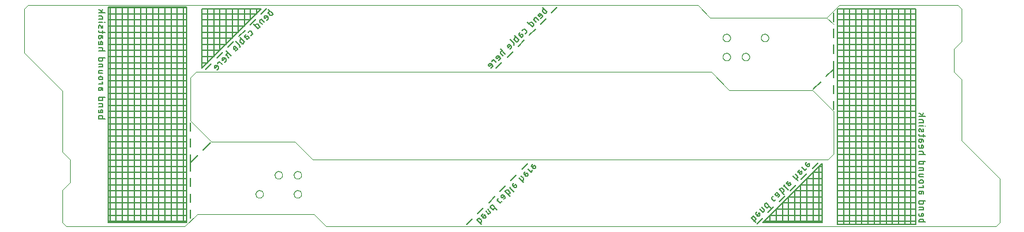
<source format=gbo>
G04 EAGLE Gerber X2 export*
%TF.Part,Single*%
%TF.FileFunction,Other,silk bottom*%
%TF.FilePolarity,Positive*%
%TF.GenerationSoftware,Autodesk,EAGLE,9.5.2*%
%TF.CreationDate,2020-03-22T18:46:16Z*%
G75*
%MOMM*%
%FSLAX34Y34*%
%LPD*%
%INsilk bottom*%
%AMOC8*
5,1,8,0,0,1.08239X$1,22.5*%
G01*
%ADD10C,0.000000*%
%ADD11C,0.152400*%


D10*
X0Y232410D02*
X50800Y181610D01*
X50800Y100330D01*
X60960Y90170D01*
X60960Y59690D01*
X50800Y49530D01*
X50800Y6350D01*
X55880Y1270D01*
X213360Y1270D01*
D11*
X627380Y212090D02*
X635034Y219744D01*
X642105Y226815D02*
X649759Y234469D01*
X656830Y241540D02*
X664484Y249194D01*
X671556Y256266D02*
X679210Y263920D01*
X686281Y270991D02*
X693935Y278645D01*
X701006Y285716D02*
X708660Y293370D01*
X694882Y287020D02*
X688776Y293127D01*
X694882Y287020D02*
X693186Y285324D01*
X693186Y285323D02*
X693131Y285272D01*
X693074Y285223D01*
X693014Y285177D01*
X692952Y285134D01*
X692888Y285095D01*
X692821Y285059D01*
X692753Y285026D01*
X692684Y284998D01*
X692613Y284972D01*
X692540Y284951D01*
X692467Y284933D01*
X692393Y284920D01*
X692318Y284910D01*
X692243Y284904D01*
X692168Y284902D01*
X692093Y284904D01*
X692018Y284910D01*
X691943Y284920D01*
X691869Y284933D01*
X691796Y284951D01*
X691723Y284972D01*
X691652Y284998D01*
X691583Y285026D01*
X691515Y285059D01*
X691449Y285095D01*
X691384Y285134D01*
X691322Y285177D01*
X691262Y285223D01*
X691205Y285272D01*
X691151Y285323D01*
X691151Y285324D02*
X689115Y287359D01*
X689065Y287412D01*
X689018Y287468D01*
X688973Y287525D01*
X688931Y287585D01*
X688893Y287647D01*
X688858Y287711D01*
X688825Y287776D01*
X688797Y287843D01*
X688771Y287912D01*
X688750Y287981D01*
X688731Y288052D01*
X688717Y288123D01*
X688706Y288195D01*
X688698Y288268D01*
X688694Y288341D01*
X688694Y288413D01*
X688698Y288486D01*
X688706Y288559D01*
X688717Y288631D01*
X688731Y288702D01*
X688750Y288773D01*
X688771Y288842D01*
X688797Y288911D01*
X688825Y288978D01*
X688858Y289043D01*
X688893Y289107D01*
X688931Y289169D01*
X688973Y289229D01*
X689018Y289286D01*
X689065Y289342D01*
X689115Y289395D01*
X690811Y291091D01*
X688309Y280446D02*
X686613Y278750D01*
X688309Y280446D02*
X688359Y280499D01*
X688406Y280555D01*
X688451Y280612D01*
X688493Y280672D01*
X688531Y280734D01*
X688566Y280798D01*
X688599Y280863D01*
X688627Y280930D01*
X688653Y280999D01*
X688674Y281068D01*
X688693Y281139D01*
X688707Y281210D01*
X688718Y281282D01*
X688726Y281355D01*
X688730Y281428D01*
X688730Y281500D01*
X688726Y281573D01*
X688718Y281646D01*
X688707Y281718D01*
X688693Y281789D01*
X688674Y281860D01*
X688653Y281929D01*
X688627Y281998D01*
X688599Y282065D01*
X688566Y282130D01*
X688531Y282194D01*
X688493Y282256D01*
X688451Y282316D01*
X688406Y282373D01*
X688359Y282429D01*
X688309Y282482D01*
X686613Y284178D01*
X686550Y284238D01*
X686484Y284296D01*
X686416Y284350D01*
X686345Y284401D01*
X686272Y284449D01*
X686197Y284494D01*
X686119Y284535D01*
X686041Y284572D01*
X685960Y284606D01*
X685878Y284636D01*
X685795Y284663D01*
X685710Y284685D01*
X685625Y284704D01*
X685539Y284719D01*
X685452Y284730D01*
X685365Y284737D01*
X685278Y284740D01*
X685190Y284739D01*
X685103Y284734D01*
X685016Y284725D01*
X684930Y284712D01*
X684844Y284695D01*
X684759Y284675D01*
X684675Y284650D01*
X684593Y284622D01*
X684512Y284590D01*
X684432Y284554D01*
X684354Y284515D01*
X684278Y284472D01*
X684204Y284426D01*
X684132Y284376D01*
X684062Y284323D01*
X683995Y284267D01*
X683930Y284208D01*
X683869Y284147D01*
X683810Y284082D01*
X683754Y284015D01*
X683701Y283945D01*
X683651Y283873D01*
X683605Y283799D01*
X683562Y283723D01*
X683523Y283645D01*
X683487Y283565D01*
X683455Y283484D01*
X683427Y283402D01*
X683402Y283318D01*
X683382Y283233D01*
X683365Y283147D01*
X683352Y283061D01*
X683343Y282974D01*
X683338Y282887D01*
X683337Y282799D01*
X683340Y282712D01*
X683347Y282625D01*
X683358Y282538D01*
X683373Y282452D01*
X683392Y282367D01*
X683414Y282282D01*
X683441Y282199D01*
X683471Y282117D01*
X683505Y282037D01*
X683542Y281958D01*
X683583Y281880D01*
X683628Y281805D01*
X683676Y281732D01*
X683727Y281661D01*
X683781Y281593D01*
X683839Y281527D01*
X683899Y281464D01*
X684577Y280786D01*
X687291Y283500D01*
X683507Y275645D02*
X679436Y279716D01*
X677740Y278020D01*
X677689Y277965D01*
X677640Y277908D01*
X677594Y277848D01*
X677551Y277786D01*
X677512Y277722D01*
X677476Y277655D01*
X677443Y277587D01*
X677415Y277518D01*
X677389Y277447D01*
X677368Y277374D01*
X677350Y277301D01*
X677337Y277227D01*
X677327Y277152D01*
X677321Y277077D01*
X677319Y277002D01*
X677321Y276927D01*
X677327Y276852D01*
X677337Y276777D01*
X677350Y276703D01*
X677368Y276630D01*
X677389Y276557D01*
X677415Y276486D01*
X677443Y276417D01*
X677476Y276349D01*
X677512Y276283D01*
X677551Y276218D01*
X677594Y276156D01*
X677640Y276096D01*
X677689Y276039D01*
X677740Y275985D01*
X677740Y275984D02*
X680793Y272931D01*
X675022Y267160D02*
X668916Y273266D01*
X675022Y267160D02*
X676719Y268856D01*
X676769Y268909D01*
X676816Y268965D01*
X676861Y269022D01*
X676903Y269082D01*
X676941Y269144D01*
X676976Y269208D01*
X677009Y269273D01*
X677037Y269340D01*
X677063Y269409D01*
X677084Y269478D01*
X677103Y269549D01*
X677117Y269620D01*
X677128Y269692D01*
X677136Y269765D01*
X677140Y269838D01*
X677140Y269910D01*
X677136Y269983D01*
X677128Y270056D01*
X677117Y270128D01*
X677103Y270199D01*
X677084Y270270D01*
X677063Y270339D01*
X677037Y270408D01*
X677009Y270475D01*
X676976Y270540D01*
X676941Y270604D01*
X676903Y270666D01*
X676861Y270726D01*
X676816Y270783D01*
X676769Y270839D01*
X676719Y270892D01*
X676719Y270891D02*
X674683Y272927D01*
X674628Y272978D01*
X674571Y273027D01*
X674511Y273073D01*
X674449Y273116D01*
X674385Y273155D01*
X674318Y273191D01*
X674250Y273224D01*
X674181Y273252D01*
X674110Y273278D01*
X674037Y273299D01*
X673964Y273317D01*
X673890Y273330D01*
X673815Y273340D01*
X673740Y273346D01*
X673665Y273348D01*
X673590Y273346D01*
X673515Y273340D01*
X673440Y273330D01*
X673366Y273317D01*
X673293Y273299D01*
X673220Y273278D01*
X673149Y273252D01*
X673080Y273224D01*
X673012Y273191D01*
X672946Y273155D01*
X672881Y273116D01*
X672819Y273073D01*
X672759Y273027D01*
X672702Y272978D01*
X672647Y272927D01*
X670951Y271231D01*
X667392Y259530D02*
X666035Y258173D01*
X667393Y259529D02*
X667443Y259582D01*
X667490Y259638D01*
X667535Y259695D01*
X667577Y259755D01*
X667615Y259817D01*
X667650Y259881D01*
X667683Y259946D01*
X667711Y260013D01*
X667737Y260082D01*
X667758Y260151D01*
X667777Y260222D01*
X667791Y260293D01*
X667802Y260365D01*
X667810Y260438D01*
X667814Y260511D01*
X667814Y260583D01*
X667810Y260656D01*
X667802Y260729D01*
X667791Y260801D01*
X667777Y260872D01*
X667758Y260943D01*
X667737Y261012D01*
X667711Y261081D01*
X667683Y261148D01*
X667650Y261213D01*
X667615Y261277D01*
X667577Y261339D01*
X667535Y261399D01*
X667490Y261456D01*
X667443Y261512D01*
X667393Y261565D01*
X667392Y261565D02*
X665357Y263601D01*
X665302Y263652D01*
X665245Y263701D01*
X665185Y263747D01*
X665123Y263790D01*
X665059Y263829D01*
X664992Y263865D01*
X664924Y263898D01*
X664855Y263926D01*
X664784Y263952D01*
X664711Y263973D01*
X664638Y263991D01*
X664564Y264004D01*
X664489Y264014D01*
X664414Y264020D01*
X664339Y264022D01*
X664264Y264020D01*
X664189Y264014D01*
X664114Y264004D01*
X664040Y263991D01*
X663967Y263973D01*
X663894Y263952D01*
X663823Y263926D01*
X663754Y263898D01*
X663686Y263865D01*
X663620Y263829D01*
X663555Y263790D01*
X663493Y263747D01*
X663433Y263701D01*
X663376Y263652D01*
X663321Y263601D01*
X661964Y262244D01*
X659950Y256836D02*
X658423Y255310D01*
X659950Y256836D02*
X660008Y256892D01*
X660070Y256945D01*
X660134Y256995D01*
X660200Y257042D01*
X660268Y257086D01*
X660339Y257126D01*
X660411Y257163D01*
X660485Y257196D01*
X660561Y257226D01*
X660637Y257252D01*
X660716Y257274D01*
X660795Y257293D01*
X660874Y257307D01*
X660955Y257318D01*
X661036Y257325D01*
X661117Y257328D01*
X661198Y257327D01*
X661279Y257322D01*
X661359Y257313D01*
X661440Y257300D01*
X661519Y257284D01*
X661598Y257264D01*
X661675Y257239D01*
X661751Y257212D01*
X661826Y257180D01*
X661899Y257145D01*
X661971Y257106D01*
X662040Y257064D01*
X662107Y257019D01*
X662172Y256971D01*
X662235Y256919D01*
X662295Y256865D01*
X662353Y256807D01*
X662407Y256747D01*
X662459Y256684D01*
X662507Y256619D01*
X662552Y256552D01*
X662594Y256483D01*
X662633Y256411D01*
X662668Y256338D01*
X662700Y256263D01*
X662727Y256187D01*
X662752Y256110D01*
X662772Y256031D01*
X662788Y255952D01*
X662801Y255871D01*
X662810Y255791D01*
X662815Y255710D01*
X662816Y255629D01*
X662813Y255548D01*
X662806Y255467D01*
X662795Y255386D01*
X662781Y255307D01*
X662762Y255228D01*
X662740Y255149D01*
X662714Y255073D01*
X662684Y254997D01*
X662651Y254923D01*
X662614Y254851D01*
X662574Y254780D01*
X662530Y254712D01*
X662483Y254646D01*
X662433Y254582D01*
X662380Y254520D01*
X662324Y254462D01*
X660798Y252935D01*
X657744Y255988D01*
X657694Y256041D01*
X657647Y256097D01*
X657602Y256154D01*
X657560Y256214D01*
X657522Y256276D01*
X657487Y256340D01*
X657454Y256405D01*
X657426Y256472D01*
X657400Y256541D01*
X657379Y256610D01*
X657360Y256681D01*
X657346Y256752D01*
X657335Y256824D01*
X657327Y256897D01*
X657323Y256970D01*
X657323Y257042D01*
X657327Y257115D01*
X657335Y257188D01*
X657346Y257260D01*
X657360Y257331D01*
X657379Y257402D01*
X657400Y257471D01*
X657426Y257540D01*
X657454Y257607D01*
X657487Y257672D01*
X657522Y257736D01*
X657560Y257798D01*
X657602Y257858D01*
X657647Y257915D01*
X657694Y257971D01*
X657745Y258024D01*
X657744Y258024D02*
X659101Y259381D01*
X651275Y255625D02*
X657381Y249518D01*
X655685Y247822D01*
X655630Y247771D01*
X655573Y247722D01*
X655513Y247676D01*
X655451Y247633D01*
X655387Y247594D01*
X655320Y247558D01*
X655252Y247525D01*
X655183Y247497D01*
X655112Y247471D01*
X655039Y247450D01*
X654966Y247432D01*
X654892Y247419D01*
X654817Y247409D01*
X654742Y247403D01*
X654667Y247401D01*
X654592Y247403D01*
X654517Y247409D01*
X654442Y247419D01*
X654368Y247432D01*
X654295Y247450D01*
X654222Y247471D01*
X654151Y247497D01*
X654082Y247525D01*
X654014Y247558D01*
X653948Y247594D01*
X653883Y247633D01*
X653821Y247676D01*
X653761Y247722D01*
X653704Y247771D01*
X653650Y247822D01*
X651614Y249858D01*
X651614Y249857D02*
X651564Y249910D01*
X651517Y249966D01*
X651472Y250023D01*
X651430Y250083D01*
X651392Y250145D01*
X651357Y250209D01*
X651324Y250274D01*
X651296Y250341D01*
X651270Y250410D01*
X651249Y250479D01*
X651230Y250550D01*
X651216Y250621D01*
X651205Y250693D01*
X651197Y250766D01*
X651193Y250839D01*
X651193Y250911D01*
X651197Y250984D01*
X651205Y251057D01*
X651216Y251129D01*
X651230Y251200D01*
X651249Y251271D01*
X651270Y251340D01*
X651296Y251409D01*
X651324Y251476D01*
X651357Y251541D01*
X651392Y251605D01*
X651430Y251667D01*
X651472Y251727D01*
X651517Y251784D01*
X651564Y251840D01*
X651614Y251893D01*
X653310Y253590D01*
X645692Y250042D02*
X650781Y244953D01*
X650832Y244898D01*
X650881Y244841D01*
X650927Y244781D01*
X650970Y244719D01*
X651009Y244655D01*
X651045Y244588D01*
X651078Y244520D01*
X651106Y244451D01*
X651132Y244380D01*
X651153Y244307D01*
X651171Y244234D01*
X651184Y244160D01*
X651194Y244085D01*
X651200Y244010D01*
X651202Y243935D01*
X651200Y243860D01*
X651194Y243785D01*
X651184Y243710D01*
X651171Y243636D01*
X651153Y243563D01*
X651132Y243490D01*
X651106Y243419D01*
X651078Y243350D01*
X651045Y243282D01*
X651009Y243216D01*
X650970Y243151D01*
X650927Y243089D01*
X650881Y243029D01*
X650832Y242972D01*
X650781Y242917D01*
X647360Y239497D02*
X645663Y237800D01*
X647360Y239496D02*
X647410Y239549D01*
X647457Y239605D01*
X647502Y239662D01*
X647544Y239722D01*
X647582Y239784D01*
X647617Y239848D01*
X647650Y239913D01*
X647678Y239980D01*
X647704Y240049D01*
X647725Y240118D01*
X647744Y240189D01*
X647758Y240260D01*
X647769Y240332D01*
X647777Y240405D01*
X647781Y240478D01*
X647781Y240550D01*
X647777Y240623D01*
X647769Y240696D01*
X647758Y240768D01*
X647744Y240839D01*
X647725Y240910D01*
X647704Y240979D01*
X647678Y241048D01*
X647650Y241115D01*
X647617Y241180D01*
X647582Y241244D01*
X647544Y241306D01*
X647502Y241366D01*
X647457Y241423D01*
X647410Y241479D01*
X647360Y241532D01*
X645663Y243228D01*
X645600Y243288D01*
X645534Y243346D01*
X645466Y243400D01*
X645395Y243451D01*
X645322Y243499D01*
X645247Y243544D01*
X645169Y243585D01*
X645091Y243622D01*
X645010Y243656D01*
X644928Y243686D01*
X644845Y243713D01*
X644760Y243735D01*
X644675Y243754D01*
X644589Y243769D01*
X644502Y243780D01*
X644415Y243787D01*
X644328Y243790D01*
X644240Y243789D01*
X644153Y243784D01*
X644066Y243775D01*
X643980Y243762D01*
X643894Y243745D01*
X643809Y243725D01*
X643725Y243700D01*
X643643Y243672D01*
X643562Y243640D01*
X643482Y243604D01*
X643404Y243565D01*
X643328Y243522D01*
X643254Y243476D01*
X643182Y243426D01*
X643112Y243373D01*
X643045Y243317D01*
X642980Y243258D01*
X642919Y243197D01*
X642860Y243132D01*
X642804Y243065D01*
X642751Y242995D01*
X642701Y242923D01*
X642655Y242849D01*
X642612Y242773D01*
X642573Y242695D01*
X642537Y242615D01*
X642505Y242534D01*
X642477Y242452D01*
X642452Y242368D01*
X642432Y242283D01*
X642415Y242197D01*
X642402Y242111D01*
X642393Y242024D01*
X642388Y241937D01*
X642387Y241849D01*
X642390Y241762D01*
X642397Y241675D01*
X642408Y241588D01*
X642423Y241502D01*
X642442Y241417D01*
X642464Y241332D01*
X642491Y241249D01*
X642521Y241167D01*
X642555Y241087D01*
X642592Y241008D01*
X642633Y240930D01*
X642678Y240855D01*
X642726Y240782D01*
X642777Y240711D01*
X642831Y240643D01*
X642889Y240577D01*
X642949Y240514D01*
X643628Y239836D01*
X646342Y242550D01*
X639110Y231247D02*
X633003Y237353D01*
X635039Y235318D02*
X633342Y233621D01*
X633342Y233622D02*
X633291Y233567D01*
X633242Y233510D01*
X633196Y233450D01*
X633153Y233388D01*
X633114Y233324D01*
X633078Y233257D01*
X633045Y233189D01*
X633017Y233120D01*
X632991Y233049D01*
X632970Y232976D01*
X632952Y232903D01*
X632939Y232829D01*
X632929Y232754D01*
X632923Y232679D01*
X632921Y232604D01*
X632923Y232529D01*
X632929Y232454D01*
X632939Y232379D01*
X632952Y232305D01*
X632970Y232232D01*
X632991Y232159D01*
X633017Y232088D01*
X633045Y232019D01*
X633078Y231951D01*
X633114Y231885D01*
X633153Y231820D01*
X633196Y231758D01*
X633242Y231698D01*
X633291Y231641D01*
X633342Y231587D01*
X633342Y231586D02*
X636396Y228533D01*
X632273Y224410D02*
X630577Y222713D01*
X632273Y224409D02*
X632323Y224462D01*
X632370Y224518D01*
X632415Y224575D01*
X632457Y224635D01*
X632495Y224697D01*
X632530Y224761D01*
X632563Y224826D01*
X632591Y224893D01*
X632617Y224962D01*
X632638Y225031D01*
X632657Y225102D01*
X632671Y225173D01*
X632682Y225245D01*
X632690Y225318D01*
X632694Y225391D01*
X632694Y225463D01*
X632690Y225536D01*
X632682Y225609D01*
X632671Y225681D01*
X632657Y225752D01*
X632638Y225823D01*
X632617Y225892D01*
X632591Y225961D01*
X632563Y226028D01*
X632530Y226093D01*
X632495Y226157D01*
X632457Y226219D01*
X632415Y226279D01*
X632370Y226336D01*
X632323Y226392D01*
X632273Y226445D01*
X630577Y228141D01*
X630514Y228201D01*
X630448Y228259D01*
X630380Y228313D01*
X630309Y228364D01*
X630236Y228412D01*
X630161Y228457D01*
X630083Y228498D01*
X630005Y228535D01*
X629924Y228569D01*
X629842Y228599D01*
X629759Y228626D01*
X629674Y228648D01*
X629589Y228667D01*
X629503Y228682D01*
X629416Y228693D01*
X629329Y228700D01*
X629242Y228703D01*
X629154Y228702D01*
X629067Y228697D01*
X628980Y228688D01*
X628894Y228675D01*
X628808Y228658D01*
X628723Y228638D01*
X628639Y228613D01*
X628557Y228585D01*
X628476Y228553D01*
X628396Y228517D01*
X628318Y228478D01*
X628242Y228435D01*
X628168Y228389D01*
X628096Y228339D01*
X628026Y228286D01*
X627959Y228230D01*
X627894Y228171D01*
X627833Y228110D01*
X627774Y228045D01*
X627718Y227978D01*
X627665Y227908D01*
X627615Y227836D01*
X627569Y227762D01*
X627526Y227686D01*
X627487Y227608D01*
X627451Y227528D01*
X627419Y227447D01*
X627391Y227365D01*
X627366Y227281D01*
X627346Y227196D01*
X627329Y227110D01*
X627316Y227024D01*
X627307Y226937D01*
X627302Y226850D01*
X627301Y226762D01*
X627304Y226675D01*
X627311Y226588D01*
X627322Y226501D01*
X627337Y226415D01*
X627356Y226330D01*
X627378Y226245D01*
X627405Y226162D01*
X627435Y226080D01*
X627469Y226000D01*
X627506Y225921D01*
X627547Y225843D01*
X627592Y225768D01*
X627640Y225695D01*
X627691Y225624D01*
X627745Y225556D01*
X627803Y225490D01*
X627863Y225427D01*
X628541Y224749D01*
X631255Y227463D01*
X627417Y219554D02*
X623346Y223625D01*
X621311Y221590D01*
X621989Y220911D01*
X622143Y214280D02*
X620447Y212584D01*
X622144Y214280D02*
X622194Y214333D01*
X622241Y214389D01*
X622286Y214446D01*
X622328Y214506D01*
X622366Y214568D01*
X622401Y214632D01*
X622434Y214697D01*
X622462Y214764D01*
X622488Y214833D01*
X622509Y214902D01*
X622528Y214973D01*
X622542Y215044D01*
X622553Y215116D01*
X622561Y215189D01*
X622565Y215262D01*
X622565Y215334D01*
X622561Y215407D01*
X622553Y215480D01*
X622542Y215552D01*
X622528Y215623D01*
X622509Y215694D01*
X622488Y215763D01*
X622462Y215832D01*
X622434Y215899D01*
X622401Y215964D01*
X622366Y216028D01*
X622328Y216090D01*
X622286Y216150D01*
X622241Y216207D01*
X622194Y216263D01*
X622144Y216316D01*
X622143Y216315D02*
X620447Y218012D01*
X620384Y218072D01*
X620318Y218130D01*
X620250Y218184D01*
X620179Y218235D01*
X620106Y218283D01*
X620031Y218328D01*
X619953Y218369D01*
X619875Y218406D01*
X619794Y218440D01*
X619712Y218470D01*
X619629Y218497D01*
X619544Y218519D01*
X619459Y218538D01*
X619373Y218553D01*
X619286Y218564D01*
X619199Y218571D01*
X619112Y218574D01*
X619024Y218573D01*
X618937Y218568D01*
X618850Y218559D01*
X618764Y218546D01*
X618678Y218529D01*
X618593Y218509D01*
X618509Y218484D01*
X618427Y218456D01*
X618346Y218424D01*
X618266Y218388D01*
X618188Y218349D01*
X618112Y218306D01*
X618038Y218260D01*
X617966Y218210D01*
X617896Y218157D01*
X617829Y218101D01*
X617764Y218042D01*
X617703Y217981D01*
X617644Y217916D01*
X617588Y217849D01*
X617535Y217779D01*
X617485Y217707D01*
X617439Y217633D01*
X617396Y217557D01*
X617357Y217479D01*
X617321Y217399D01*
X617289Y217318D01*
X617261Y217236D01*
X617236Y217152D01*
X617216Y217067D01*
X617199Y216981D01*
X617186Y216895D01*
X617177Y216808D01*
X617172Y216721D01*
X617171Y216633D01*
X617174Y216546D01*
X617181Y216459D01*
X617192Y216372D01*
X617207Y216286D01*
X617226Y216201D01*
X617248Y216116D01*
X617275Y216033D01*
X617305Y215951D01*
X617339Y215871D01*
X617376Y215792D01*
X617417Y215714D01*
X617462Y215639D01*
X617510Y215566D01*
X617561Y215495D01*
X617615Y215427D01*
X617673Y215361D01*
X617733Y215298D01*
X618411Y214619D01*
X621125Y217333D01*
X107188Y145020D02*
X98552Y145020D01*
X98552Y147419D01*
X98554Y147494D01*
X98560Y147569D01*
X98570Y147644D01*
X98583Y147718D01*
X98601Y147791D01*
X98622Y147864D01*
X98648Y147935D01*
X98676Y148004D01*
X98709Y148072D01*
X98745Y148138D01*
X98784Y148203D01*
X98827Y148265D01*
X98873Y148325D01*
X98922Y148382D01*
X98973Y148437D01*
X99028Y148488D01*
X99085Y148537D01*
X99145Y148583D01*
X99207Y148626D01*
X99271Y148665D01*
X99338Y148701D01*
X99406Y148734D01*
X99475Y148762D01*
X99546Y148788D01*
X99619Y148809D01*
X99692Y148827D01*
X99766Y148840D01*
X99841Y148850D01*
X99916Y148856D01*
X99991Y148858D01*
X102870Y148858D01*
X102945Y148856D01*
X103020Y148850D01*
X103095Y148840D01*
X103169Y148827D01*
X103242Y148809D01*
X103315Y148788D01*
X103386Y148762D01*
X103455Y148734D01*
X103523Y148701D01*
X103590Y148665D01*
X103654Y148626D01*
X103716Y148583D01*
X103776Y148537D01*
X103833Y148488D01*
X103888Y148437D01*
X103939Y148382D01*
X103988Y148325D01*
X104034Y148265D01*
X104077Y148203D01*
X104116Y148139D01*
X104152Y148072D01*
X104185Y148004D01*
X104213Y147935D01*
X104239Y147864D01*
X104260Y147791D01*
X104278Y147718D01*
X104291Y147644D01*
X104301Y147569D01*
X104307Y147494D01*
X104309Y147419D01*
X104309Y145020D01*
X98552Y154317D02*
X98552Y156715D01*
X98552Y154317D02*
X98554Y154242D01*
X98560Y154167D01*
X98570Y154092D01*
X98583Y154018D01*
X98601Y153945D01*
X98622Y153872D01*
X98648Y153801D01*
X98676Y153732D01*
X98709Y153664D01*
X98745Y153598D01*
X98784Y153533D01*
X98827Y153471D01*
X98873Y153411D01*
X98922Y153354D01*
X98973Y153299D01*
X99028Y153248D01*
X99085Y153199D01*
X99145Y153153D01*
X99207Y153110D01*
X99272Y153071D01*
X99338Y153035D01*
X99406Y153002D01*
X99475Y152974D01*
X99546Y152948D01*
X99619Y152927D01*
X99692Y152909D01*
X99766Y152896D01*
X99841Y152886D01*
X99916Y152880D01*
X99991Y152878D01*
X99991Y152877D02*
X102390Y152877D01*
X102476Y152879D01*
X102562Y152885D01*
X102648Y152894D01*
X102733Y152908D01*
X102817Y152925D01*
X102901Y152946D01*
X102983Y152971D01*
X103064Y152999D01*
X103144Y153031D01*
X103223Y153067D01*
X103299Y153106D01*
X103374Y153149D01*
X103447Y153194D01*
X103518Y153243D01*
X103586Y153296D01*
X103653Y153351D01*
X103716Y153409D01*
X103777Y153470D01*
X103835Y153533D01*
X103890Y153600D01*
X103943Y153668D01*
X103992Y153739D01*
X104037Y153812D01*
X104080Y153887D01*
X104119Y153963D01*
X104155Y154042D01*
X104187Y154122D01*
X104215Y154203D01*
X104240Y154285D01*
X104261Y154369D01*
X104278Y154453D01*
X104292Y154538D01*
X104301Y154624D01*
X104307Y154710D01*
X104309Y154796D01*
X104307Y154882D01*
X104301Y154968D01*
X104292Y155054D01*
X104278Y155139D01*
X104261Y155223D01*
X104240Y155307D01*
X104215Y155389D01*
X104187Y155470D01*
X104155Y155550D01*
X104119Y155629D01*
X104080Y155705D01*
X104037Y155780D01*
X103992Y155853D01*
X103943Y155924D01*
X103890Y155992D01*
X103835Y156059D01*
X103777Y156122D01*
X103716Y156183D01*
X103653Y156241D01*
X103586Y156296D01*
X103518Y156349D01*
X103447Y156398D01*
X103374Y156443D01*
X103299Y156486D01*
X103223Y156525D01*
X103144Y156561D01*
X103064Y156593D01*
X102983Y156621D01*
X102901Y156646D01*
X102817Y156667D01*
X102733Y156684D01*
X102648Y156698D01*
X102562Y156707D01*
X102476Y156713D01*
X102390Y156715D01*
X101431Y156715D01*
X101431Y152877D01*
X104309Y161107D02*
X98552Y161107D01*
X104309Y161107D02*
X104309Y163506D01*
X104307Y163581D01*
X104301Y163656D01*
X104291Y163731D01*
X104278Y163805D01*
X104260Y163878D01*
X104239Y163951D01*
X104213Y164022D01*
X104185Y164091D01*
X104152Y164159D01*
X104116Y164226D01*
X104077Y164290D01*
X104034Y164352D01*
X103988Y164412D01*
X103939Y164469D01*
X103888Y164524D01*
X103833Y164575D01*
X103776Y164624D01*
X103716Y164670D01*
X103654Y164713D01*
X103590Y164752D01*
X103523Y164788D01*
X103455Y164821D01*
X103386Y164849D01*
X103315Y164875D01*
X103242Y164896D01*
X103169Y164914D01*
X103095Y164927D01*
X103020Y164937D01*
X102945Y164943D01*
X102870Y164945D01*
X98552Y164945D01*
X98552Y173107D02*
X107188Y173107D01*
X98552Y173107D02*
X98552Y170708D01*
X98554Y170633D01*
X98560Y170558D01*
X98570Y170483D01*
X98583Y170409D01*
X98601Y170336D01*
X98622Y170263D01*
X98648Y170192D01*
X98676Y170123D01*
X98709Y170055D01*
X98745Y169989D01*
X98784Y169924D01*
X98827Y169862D01*
X98873Y169802D01*
X98922Y169745D01*
X98973Y169690D01*
X99028Y169639D01*
X99085Y169590D01*
X99145Y169544D01*
X99207Y169501D01*
X99272Y169462D01*
X99338Y169426D01*
X99406Y169393D01*
X99475Y169365D01*
X99546Y169339D01*
X99619Y169318D01*
X99692Y169300D01*
X99766Y169287D01*
X99841Y169277D01*
X99916Y169271D01*
X99991Y169269D01*
X102870Y169269D01*
X102945Y169271D01*
X103020Y169277D01*
X103095Y169287D01*
X103169Y169300D01*
X103242Y169318D01*
X103315Y169339D01*
X103386Y169365D01*
X103455Y169393D01*
X103523Y169426D01*
X103590Y169462D01*
X103654Y169501D01*
X103716Y169544D01*
X103776Y169590D01*
X103833Y169639D01*
X103888Y169690D01*
X103939Y169745D01*
X103988Y169802D01*
X104034Y169862D01*
X104077Y169924D01*
X104116Y169989D01*
X104152Y170055D01*
X104185Y170123D01*
X104213Y170192D01*
X104239Y170263D01*
X104260Y170336D01*
X104278Y170409D01*
X104291Y170483D01*
X104301Y170558D01*
X104307Y170633D01*
X104309Y170708D01*
X104309Y173107D01*
X101910Y184054D02*
X101910Y186213D01*
X101910Y184054D02*
X101908Y183973D01*
X101902Y183892D01*
X101892Y183811D01*
X101879Y183731D01*
X101861Y183652D01*
X101840Y183574D01*
X101815Y183497D01*
X101786Y183421D01*
X101754Y183346D01*
X101718Y183274D01*
X101678Y183203D01*
X101635Y183134D01*
X101589Y183067D01*
X101540Y183003D01*
X101488Y182941D01*
X101432Y182881D01*
X101374Y182825D01*
X101314Y182771D01*
X101250Y182720D01*
X101185Y182672D01*
X101117Y182628D01*
X101047Y182587D01*
X100975Y182549D01*
X100902Y182515D01*
X100826Y182484D01*
X100750Y182457D01*
X100672Y182434D01*
X100593Y182415D01*
X100514Y182399D01*
X100433Y182387D01*
X100353Y182379D01*
X100272Y182375D01*
X100190Y182375D01*
X100109Y182379D01*
X100029Y182387D01*
X99948Y182399D01*
X99869Y182415D01*
X99790Y182434D01*
X99712Y182457D01*
X99636Y182484D01*
X99560Y182515D01*
X99487Y182549D01*
X99415Y182587D01*
X99345Y182628D01*
X99277Y182672D01*
X99212Y182720D01*
X99148Y182771D01*
X99088Y182825D01*
X99030Y182881D01*
X98974Y182941D01*
X98922Y183003D01*
X98873Y183067D01*
X98827Y183134D01*
X98784Y183203D01*
X98744Y183274D01*
X98708Y183346D01*
X98676Y183421D01*
X98647Y183497D01*
X98622Y183574D01*
X98601Y183652D01*
X98583Y183731D01*
X98570Y183811D01*
X98560Y183892D01*
X98554Y183973D01*
X98552Y184054D01*
X98552Y186213D01*
X102870Y186213D01*
X102945Y186211D01*
X103020Y186205D01*
X103095Y186195D01*
X103169Y186182D01*
X103242Y186164D01*
X103315Y186143D01*
X103386Y186117D01*
X103455Y186089D01*
X103523Y186056D01*
X103590Y186020D01*
X103654Y185981D01*
X103716Y185938D01*
X103776Y185892D01*
X103833Y185843D01*
X103888Y185792D01*
X103939Y185737D01*
X103988Y185680D01*
X104034Y185620D01*
X104077Y185558D01*
X104116Y185494D01*
X104152Y185427D01*
X104185Y185359D01*
X104213Y185290D01*
X104239Y185219D01*
X104260Y185146D01*
X104278Y185073D01*
X104291Y184999D01*
X104301Y184924D01*
X104307Y184849D01*
X104309Y184774D01*
X104309Y182855D01*
X104309Y191053D02*
X98552Y191053D01*
X104309Y191053D02*
X104309Y193932D01*
X103350Y193932D01*
X102390Y197073D02*
X100471Y197073D01*
X102390Y197073D02*
X102476Y197075D01*
X102562Y197081D01*
X102648Y197090D01*
X102733Y197104D01*
X102817Y197121D01*
X102901Y197142D01*
X102983Y197167D01*
X103064Y197195D01*
X103144Y197227D01*
X103223Y197263D01*
X103299Y197302D01*
X103374Y197345D01*
X103447Y197390D01*
X103518Y197439D01*
X103586Y197492D01*
X103653Y197547D01*
X103716Y197605D01*
X103777Y197666D01*
X103835Y197729D01*
X103890Y197796D01*
X103943Y197864D01*
X103992Y197935D01*
X104037Y198008D01*
X104080Y198083D01*
X104119Y198159D01*
X104155Y198238D01*
X104187Y198318D01*
X104215Y198399D01*
X104240Y198481D01*
X104261Y198565D01*
X104278Y198649D01*
X104292Y198734D01*
X104301Y198820D01*
X104307Y198906D01*
X104309Y198992D01*
X104307Y199078D01*
X104301Y199164D01*
X104292Y199250D01*
X104278Y199335D01*
X104261Y199419D01*
X104240Y199503D01*
X104215Y199585D01*
X104187Y199666D01*
X104155Y199746D01*
X104119Y199825D01*
X104080Y199901D01*
X104037Y199976D01*
X103992Y200049D01*
X103943Y200120D01*
X103890Y200188D01*
X103835Y200255D01*
X103777Y200318D01*
X103716Y200379D01*
X103653Y200437D01*
X103586Y200492D01*
X103518Y200545D01*
X103447Y200594D01*
X103374Y200639D01*
X103299Y200682D01*
X103223Y200721D01*
X103144Y200757D01*
X103064Y200789D01*
X102983Y200817D01*
X102901Y200842D01*
X102817Y200863D01*
X102733Y200880D01*
X102648Y200894D01*
X102562Y200903D01*
X102476Y200909D01*
X102390Y200911D01*
X100471Y200911D01*
X100385Y200909D01*
X100299Y200903D01*
X100213Y200894D01*
X100128Y200880D01*
X100044Y200863D01*
X99960Y200842D01*
X99878Y200817D01*
X99797Y200789D01*
X99717Y200757D01*
X99638Y200721D01*
X99562Y200682D01*
X99487Y200639D01*
X99414Y200594D01*
X99343Y200545D01*
X99275Y200492D01*
X99208Y200437D01*
X99145Y200379D01*
X99084Y200318D01*
X99026Y200255D01*
X98971Y200188D01*
X98918Y200120D01*
X98869Y200049D01*
X98824Y199976D01*
X98781Y199901D01*
X98742Y199825D01*
X98706Y199746D01*
X98674Y199666D01*
X98646Y199585D01*
X98621Y199503D01*
X98600Y199419D01*
X98583Y199335D01*
X98569Y199250D01*
X98560Y199164D01*
X98554Y199078D01*
X98552Y198992D01*
X98554Y198906D01*
X98560Y198820D01*
X98569Y198734D01*
X98583Y198649D01*
X98600Y198565D01*
X98621Y198481D01*
X98646Y198399D01*
X98674Y198318D01*
X98706Y198238D01*
X98742Y198159D01*
X98781Y198083D01*
X98824Y198008D01*
X98869Y197935D01*
X98918Y197864D01*
X98971Y197796D01*
X99026Y197729D01*
X99084Y197666D01*
X99145Y197605D01*
X99208Y197547D01*
X99275Y197492D01*
X99343Y197439D01*
X99414Y197390D01*
X99487Y197345D01*
X99562Y197302D01*
X99638Y197263D01*
X99717Y197227D01*
X99797Y197195D01*
X99878Y197167D01*
X99960Y197142D01*
X100044Y197121D01*
X100128Y197104D01*
X100213Y197090D01*
X100299Y197081D01*
X100385Y197075D01*
X100471Y197073D01*
X99991Y205303D02*
X104309Y205303D01*
X99991Y205303D02*
X99916Y205305D01*
X99841Y205311D01*
X99766Y205321D01*
X99692Y205334D01*
X99619Y205352D01*
X99546Y205373D01*
X99475Y205399D01*
X99406Y205427D01*
X99338Y205460D01*
X99272Y205496D01*
X99207Y205535D01*
X99145Y205578D01*
X99085Y205624D01*
X99028Y205673D01*
X98973Y205724D01*
X98922Y205779D01*
X98873Y205836D01*
X98827Y205896D01*
X98784Y205958D01*
X98745Y206023D01*
X98709Y206089D01*
X98676Y206157D01*
X98648Y206226D01*
X98622Y206297D01*
X98601Y206370D01*
X98583Y206443D01*
X98570Y206517D01*
X98560Y206592D01*
X98554Y206667D01*
X98552Y206742D01*
X98552Y209141D01*
X104309Y209141D01*
X104309Y213837D02*
X98552Y213837D01*
X104309Y213837D02*
X104309Y216236D01*
X104307Y216311D01*
X104301Y216386D01*
X104291Y216461D01*
X104278Y216535D01*
X104260Y216608D01*
X104239Y216681D01*
X104213Y216752D01*
X104185Y216821D01*
X104152Y216889D01*
X104116Y216956D01*
X104077Y217020D01*
X104034Y217082D01*
X103988Y217142D01*
X103939Y217199D01*
X103888Y217254D01*
X103833Y217305D01*
X103776Y217354D01*
X103716Y217400D01*
X103654Y217443D01*
X103590Y217482D01*
X103523Y217518D01*
X103455Y217551D01*
X103386Y217579D01*
X103315Y217605D01*
X103242Y217626D01*
X103169Y217644D01*
X103095Y217657D01*
X103020Y217667D01*
X102945Y217673D01*
X102870Y217675D01*
X98552Y217675D01*
X98552Y225837D02*
X107188Y225837D01*
X98552Y225837D02*
X98552Y223438D01*
X98554Y223363D01*
X98560Y223288D01*
X98570Y223213D01*
X98583Y223139D01*
X98601Y223066D01*
X98622Y222993D01*
X98648Y222922D01*
X98676Y222853D01*
X98709Y222785D01*
X98745Y222719D01*
X98784Y222654D01*
X98827Y222592D01*
X98873Y222532D01*
X98922Y222475D01*
X98973Y222420D01*
X99028Y222369D01*
X99085Y222320D01*
X99145Y222274D01*
X99207Y222231D01*
X99272Y222192D01*
X99338Y222156D01*
X99406Y222123D01*
X99475Y222095D01*
X99546Y222069D01*
X99619Y222048D01*
X99692Y222030D01*
X99766Y222017D01*
X99841Y222007D01*
X99916Y222001D01*
X99991Y221999D01*
X102870Y221999D01*
X102945Y222001D01*
X103020Y222007D01*
X103095Y222017D01*
X103169Y222030D01*
X103242Y222048D01*
X103315Y222069D01*
X103386Y222095D01*
X103455Y222123D01*
X103523Y222156D01*
X103590Y222192D01*
X103654Y222231D01*
X103716Y222274D01*
X103776Y222320D01*
X103833Y222369D01*
X103888Y222420D01*
X103939Y222475D01*
X103988Y222532D01*
X104034Y222592D01*
X104077Y222654D01*
X104116Y222719D01*
X104152Y222785D01*
X104185Y222853D01*
X104213Y222922D01*
X104239Y222993D01*
X104260Y223066D01*
X104278Y223139D01*
X104291Y223213D01*
X104301Y223288D01*
X104307Y223363D01*
X104309Y223438D01*
X104309Y225837D01*
X107188Y235478D02*
X98552Y235478D01*
X104309Y235478D02*
X104309Y237876D01*
X104307Y237951D01*
X104301Y238026D01*
X104291Y238101D01*
X104278Y238175D01*
X104260Y238248D01*
X104239Y238321D01*
X104213Y238392D01*
X104185Y238461D01*
X104152Y238529D01*
X104116Y238596D01*
X104077Y238660D01*
X104034Y238722D01*
X103988Y238782D01*
X103939Y238839D01*
X103888Y238894D01*
X103833Y238945D01*
X103776Y238994D01*
X103716Y239040D01*
X103654Y239083D01*
X103590Y239122D01*
X103523Y239158D01*
X103455Y239191D01*
X103386Y239219D01*
X103315Y239245D01*
X103242Y239266D01*
X103169Y239284D01*
X103095Y239297D01*
X103020Y239307D01*
X102945Y239313D01*
X102870Y239315D01*
X102870Y239316D02*
X98552Y239316D01*
X98552Y245146D02*
X98552Y247545D01*
X98552Y245146D02*
X98554Y245071D01*
X98560Y244996D01*
X98570Y244921D01*
X98583Y244847D01*
X98601Y244774D01*
X98622Y244701D01*
X98648Y244630D01*
X98676Y244561D01*
X98709Y244493D01*
X98745Y244427D01*
X98784Y244362D01*
X98827Y244300D01*
X98873Y244240D01*
X98922Y244183D01*
X98973Y244128D01*
X99028Y244077D01*
X99085Y244028D01*
X99145Y243982D01*
X99207Y243939D01*
X99272Y243900D01*
X99338Y243864D01*
X99406Y243831D01*
X99475Y243803D01*
X99546Y243777D01*
X99619Y243756D01*
X99692Y243738D01*
X99766Y243725D01*
X99841Y243715D01*
X99916Y243709D01*
X99991Y243707D01*
X102390Y243707D01*
X102476Y243709D01*
X102562Y243715D01*
X102648Y243724D01*
X102733Y243738D01*
X102817Y243755D01*
X102901Y243776D01*
X102983Y243801D01*
X103064Y243829D01*
X103144Y243861D01*
X103223Y243897D01*
X103299Y243936D01*
X103374Y243979D01*
X103447Y244024D01*
X103518Y244073D01*
X103586Y244126D01*
X103653Y244181D01*
X103716Y244239D01*
X103777Y244300D01*
X103835Y244363D01*
X103890Y244430D01*
X103943Y244498D01*
X103992Y244569D01*
X104037Y244642D01*
X104080Y244717D01*
X104119Y244793D01*
X104155Y244872D01*
X104187Y244952D01*
X104215Y245033D01*
X104240Y245115D01*
X104261Y245199D01*
X104278Y245283D01*
X104292Y245368D01*
X104301Y245454D01*
X104307Y245540D01*
X104309Y245626D01*
X104307Y245712D01*
X104301Y245798D01*
X104292Y245884D01*
X104278Y245969D01*
X104261Y246053D01*
X104240Y246137D01*
X104215Y246219D01*
X104187Y246300D01*
X104155Y246380D01*
X104119Y246459D01*
X104080Y246535D01*
X104037Y246610D01*
X103992Y246683D01*
X103943Y246754D01*
X103890Y246822D01*
X103835Y246889D01*
X103777Y246952D01*
X103716Y247013D01*
X103653Y247071D01*
X103586Y247126D01*
X103518Y247179D01*
X103447Y247228D01*
X103374Y247273D01*
X103299Y247316D01*
X103223Y247355D01*
X103144Y247391D01*
X103064Y247423D01*
X102983Y247451D01*
X102901Y247476D01*
X102817Y247497D01*
X102733Y247514D01*
X102648Y247528D01*
X102562Y247537D01*
X102476Y247543D01*
X102390Y247545D01*
X101431Y247545D01*
X101431Y243707D01*
X101910Y253243D02*
X101910Y255402D01*
X101910Y253243D02*
X101908Y253162D01*
X101902Y253081D01*
X101892Y253000D01*
X101879Y252920D01*
X101861Y252841D01*
X101840Y252763D01*
X101815Y252686D01*
X101786Y252610D01*
X101754Y252535D01*
X101718Y252463D01*
X101678Y252392D01*
X101635Y252323D01*
X101589Y252256D01*
X101540Y252192D01*
X101488Y252130D01*
X101432Y252070D01*
X101374Y252014D01*
X101314Y251960D01*
X101250Y251909D01*
X101185Y251861D01*
X101117Y251817D01*
X101047Y251776D01*
X100975Y251738D01*
X100902Y251704D01*
X100826Y251673D01*
X100750Y251646D01*
X100672Y251623D01*
X100593Y251604D01*
X100514Y251588D01*
X100433Y251576D01*
X100353Y251568D01*
X100272Y251564D01*
X100190Y251564D01*
X100109Y251568D01*
X100029Y251576D01*
X99948Y251588D01*
X99869Y251604D01*
X99790Y251623D01*
X99712Y251646D01*
X99636Y251673D01*
X99560Y251704D01*
X99487Y251738D01*
X99415Y251776D01*
X99345Y251817D01*
X99277Y251861D01*
X99212Y251909D01*
X99148Y251960D01*
X99088Y252014D01*
X99030Y252070D01*
X98974Y252130D01*
X98922Y252192D01*
X98873Y252256D01*
X98827Y252323D01*
X98784Y252392D01*
X98744Y252463D01*
X98708Y252535D01*
X98676Y252610D01*
X98647Y252686D01*
X98622Y252763D01*
X98601Y252841D01*
X98583Y252920D01*
X98570Y253000D01*
X98560Y253081D01*
X98554Y253162D01*
X98552Y253243D01*
X98552Y255402D01*
X102870Y255402D01*
X102945Y255400D01*
X103020Y255394D01*
X103095Y255384D01*
X103169Y255371D01*
X103242Y255353D01*
X103315Y255332D01*
X103386Y255306D01*
X103455Y255278D01*
X103523Y255245D01*
X103590Y255209D01*
X103654Y255170D01*
X103716Y255127D01*
X103776Y255081D01*
X103833Y255032D01*
X103888Y254981D01*
X103939Y254926D01*
X103988Y254869D01*
X104034Y254809D01*
X104077Y254747D01*
X104116Y254683D01*
X104152Y254616D01*
X104185Y254548D01*
X104213Y254479D01*
X104239Y254408D01*
X104260Y254335D01*
X104278Y254262D01*
X104291Y254188D01*
X104301Y254113D01*
X104307Y254038D01*
X104309Y253963D01*
X104309Y252044D01*
X104309Y259016D02*
X104309Y261894D01*
X107188Y259975D02*
X99991Y259975D01*
X99991Y259976D02*
X99918Y259978D01*
X99845Y259983D01*
X99773Y259993D01*
X99701Y260005D01*
X99630Y260022D01*
X99560Y260042D01*
X99491Y260066D01*
X99424Y260093D01*
X99357Y260123D01*
X99293Y260157D01*
X99230Y260194D01*
X99169Y260234D01*
X99110Y260277D01*
X99054Y260323D01*
X99000Y260372D01*
X98948Y260424D01*
X98899Y260478D01*
X98853Y260534D01*
X98810Y260593D01*
X98770Y260654D01*
X98733Y260717D01*
X98699Y260781D01*
X98669Y260848D01*
X98642Y260915D01*
X98618Y260984D01*
X98598Y261054D01*
X98581Y261125D01*
X98569Y261197D01*
X98559Y261269D01*
X98554Y261342D01*
X98552Y261415D01*
X98552Y261894D01*
X101910Y266372D02*
X100951Y268771D01*
X101910Y266372D02*
X101937Y266309D01*
X101968Y266247D01*
X102003Y266187D01*
X102040Y266129D01*
X102081Y266073D01*
X102124Y266020D01*
X102171Y265969D01*
X102220Y265921D01*
X102272Y265875D01*
X102327Y265833D01*
X102384Y265793D01*
X102442Y265757D01*
X102503Y265724D01*
X102566Y265695D01*
X102629Y265669D01*
X102695Y265646D01*
X102761Y265628D01*
X102829Y265613D01*
X102897Y265601D01*
X102965Y265594D01*
X103034Y265590D01*
X103103Y265591D01*
X103172Y265595D01*
X103241Y265603D01*
X103309Y265614D01*
X103376Y265630D01*
X103443Y265649D01*
X103508Y265671D01*
X103572Y265698D01*
X103634Y265728D01*
X103694Y265761D01*
X103753Y265798D01*
X103809Y265837D01*
X103864Y265880D01*
X103915Y265926D01*
X103964Y265974D01*
X104011Y266026D01*
X104054Y266079D01*
X104094Y266135D01*
X104131Y266194D01*
X104165Y266254D01*
X104196Y266316D01*
X104223Y266379D01*
X104246Y266444D01*
X104266Y266510D01*
X104282Y266577D01*
X104295Y266645D01*
X104303Y266714D01*
X104308Y266783D01*
X104309Y266852D01*
X104306Y266991D01*
X104298Y267130D01*
X104287Y267269D01*
X104273Y267407D01*
X104255Y267545D01*
X104234Y267683D01*
X104209Y267820D01*
X104180Y267956D01*
X104148Y268092D01*
X104113Y268226D01*
X104074Y268360D01*
X104032Y268493D01*
X103986Y268624D01*
X103937Y268754D01*
X103885Y268883D01*
X103830Y269011D01*
X100951Y268771D02*
X100924Y268834D01*
X100893Y268896D01*
X100858Y268956D01*
X100821Y269014D01*
X100780Y269070D01*
X100737Y269123D01*
X100690Y269174D01*
X100641Y269222D01*
X100589Y269268D01*
X100534Y269310D01*
X100477Y269350D01*
X100419Y269386D01*
X100358Y269419D01*
X100296Y269448D01*
X100232Y269474D01*
X100166Y269497D01*
X100100Y269515D01*
X100032Y269530D01*
X99964Y269542D01*
X99896Y269549D01*
X99827Y269553D01*
X99758Y269552D01*
X99689Y269548D01*
X99620Y269540D01*
X99552Y269529D01*
X99485Y269513D01*
X99418Y269494D01*
X99353Y269472D01*
X99289Y269445D01*
X99227Y269415D01*
X99167Y269382D01*
X99108Y269345D01*
X99052Y269306D01*
X98997Y269263D01*
X98946Y269217D01*
X98897Y269169D01*
X98850Y269117D01*
X98807Y269064D01*
X98767Y269008D01*
X98730Y268949D01*
X98696Y268889D01*
X98665Y268827D01*
X98638Y268764D01*
X98615Y268699D01*
X98595Y268633D01*
X98579Y268566D01*
X98566Y268498D01*
X98558Y268429D01*
X98553Y268360D01*
X98552Y268291D01*
X98552Y268292D02*
X98557Y268099D01*
X98566Y267907D01*
X98581Y267715D01*
X98599Y267524D01*
X98622Y267333D01*
X98650Y267142D01*
X98682Y266952D01*
X98719Y266763D01*
X98760Y266575D01*
X98806Y266388D01*
X98856Y266203D01*
X98910Y266018D01*
X98969Y265835D01*
X99032Y265653D01*
X98552Y273363D02*
X104309Y273363D01*
X106708Y273123D02*
X107188Y273123D01*
X107188Y273603D01*
X106708Y273603D01*
X106708Y273123D01*
X104309Y277540D02*
X98552Y277540D01*
X104309Y277540D02*
X104309Y279939D01*
X104307Y280014D01*
X104301Y280089D01*
X104291Y280164D01*
X104278Y280238D01*
X104260Y280311D01*
X104239Y280384D01*
X104213Y280455D01*
X104185Y280524D01*
X104152Y280592D01*
X104116Y280659D01*
X104077Y280723D01*
X104034Y280785D01*
X103988Y280845D01*
X103939Y280902D01*
X103888Y280957D01*
X103833Y281008D01*
X103776Y281057D01*
X103716Y281103D01*
X103654Y281146D01*
X103590Y281185D01*
X103523Y281221D01*
X103455Y281254D01*
X103386Y281282D01*
X103315Y281308D01*
X103242Y281329D01*
X103169Y281347D01*
X103095Y281360D01*
X103020Y281370D01*
X102945Y281376D01*
X102870Y281378D01*
X98552Y281378D01*
X98552Y286230D02*
X107188Y286230D01*
X104309Y290068D02*
X101431Y286230D01*
X102630Y287909D02*
X98552Y290068D01*
D10*
X0Y290830D02*
X0Y232410D01*
X0Y290830D02*
X5080Y295910D01*
X220980Y199390D02*
X220980Y142240D01*
X220980Y199390D02*
X228600Y207010D01*
X913130Y207010D01*
X895350Y295910D02*
X5080Y295910D01*
X913130Y207010D02*
X937260Y182880D01*
X1047750Y182880D01*
D11*
X322580Y292100D02*
X314926Y284446D01*
X307855Y277375D02*
X300201Y269721D01*
X293130Y262650D02*
X285476Y254996D01*
X278404Y247924D02*
X270750Y240270D01*
X263679Y233199D02*
X256025Y225545D01*
X248954Y218474D02*
X241300Y210820D01*
X236220Y212090D02*
X314960Y290830D01*
X236220Y290830D02*
X236220Y212090D01*
X236220Y290830D02*
X314960Y290830D01*
X243586Y219456D02*
X236220Y219456D01*
X236220Y227584D02*
X251714Y227584D01*
X259842Y235712D02*
X236220Y235712D01*
X236220Y243840D02*
X267970Y243840D01*
X276098Y251968D02*
X236220Y251968D01*
X236220Y260096D02*
X284226Y260096D01*
X292354Y268224D02*
X236220Y268224D01*
X236220Y276352D02*
X300482Y276352D01*
X308610Y284480D02*
X236220Y284480D01*
X243840Y290830D02*
X243840Y219710D01*
X251968Y227838D02*
X251968Y290830D01*
X260096Y290830D02*
X260096Y235966D01*
X268224Y244094D02*
X268224Y290830D01*
X276352Y290830D02*
X276352Y252222D01*
X284480Y260350D02*
X284480Y290830D01*
X292608Y290830D02*
X292608Y268478D01*
X300736Y276606D02*
X300736Y290830D01*
X308864Y290830D02*
X308864Y284734D01*
X324286Y290587D02*
X330392Y284480D01*
X328696Y282784D01*
X328696Y282783D02*
X328641Y282732D01*
X328584Y282683D01*
X328524Y282637D01*
X328462Y282594D01*
X328398Y282555D01*
X328331Y282519D01*
X328263Y282486D01*
X328194Y282458D01*
X328123Y282432D01*
X328050Y282411D01*
X327977Y282393D01*
X327903Y282380D01*
X327828Y282370D01*
X327753Y282364D01*
X327678Y282362D01*
X327603Y282364D01*
X327528Y282370D01*
X327453Y282380D01*
X327379Y282393D01*
X327306Y282411D01*
X327233Y282432D01*
X327162Y282458D01*
X327093Y282486D01*
X327025Y282519D01*
X326959Y282555D01*
X326894Y282594D01*
X326832Y282637D01*
X326772Y282683D01*
X326715Y282732D01*
X326661Y282783D01*
X326661Y282784D02*
X324625Y284819D01*
X324575Y284872D01*
X324528Y284928D01*
X324483Y284985D01*
X324441Y285045D01*
X324403Y285107D01*
X324368Y285171D01*
X324335Y285236D01*
X324307Y285303D01*
X324281Y285372D01*
X324260Y285441D01*
X324241Y285512D01*
X324227Y285583D01*
X324216Y285655D01*
X324208Y285728D01*
X324204Y285801D01*
X324204Y285873D01*
X324208Y285946D01*
X324216Y286019D01*
X324227Y286091D01*
X324241Y286162D01*
X324260Y286233D01*
X324281Y286302D01*
X324307Y286371D01*
X324335Y286438D01*
X324368Y286503D01*
X324403Y286567D01*
X324441Y286629D01*
X324483Y286689D01*
X324528Y286746D01*
X324575Y286802D01*
X324625Y286855D01*
X326321Y288551D01*
X323819Y277906D02*
X322123Y276210D01*
X323819Y277906D02*
X323869Y277959D01*
X323916Y278015D01*
X323961Y278072D01*
X324003Y278132D01*
X324041Y278194D01*
X324076Y278258D01*
X324109Y278323D01*
X324137Y278390D01*
X324163Y278459D01*
X324184Y278528D01*
X324203Y278599D01*
X324217Y278670D01*
X324228Y278742D01*
X324236Y278815D01*
X324240Y278888D01*
X324240Y278960D01*
X324236Y279033D01*
X324228Y279106D01*
X324217Y279178D01*
X324203Y279249D01*
X324184Y279320D01*
X324163Y279389D01*
X324137Y279458D01*
X324109Y279525D01*
X324076Y279590D01*
X324041Y279654D01*
X324003Y279716D01*
X323961Y279776D01*
X323916Y279833D01*
X323869Y279889D01*
X323819Y279942D01*
X322123Y281638D01*
X322060Y281698D01*
X321994Y281756D01*
X321926Y281810D01*
X321855Y281861D01*
X321782Y281909D01*
X321707Y281954D01*
X321629Y281995D01*
X321551Y282032D01*
X321470Y282066D01*
X321388Y282096D01*
X321305Y282123D01*
X321220Y282145D01*
X321135Y282164D01*
X321049Y282179D01*
X320962Y282190D01*
X320875Y282197D01*
X320788Y282200D01*
X320700Y282199D01*
X320613Y282194D01*
X320526Y282185D01*
X320440Y282172D01*
X320354Y282155D01*
X320269Y282135D01*
X320185Y282110D01*
X320103Y282082D01*
X320022Y282050D01*
X319942Y282014D01*
X319864Y281975D01*
X319788Y281932D01*
X319714Y281886D01*
X319642Y281836D01*
X319572Y281783D01*
X319505Y281727D01*
X319440Y281668D01*
X319379Y281607D01*
X319320Y281542D01*
X319264Y281475D01*
X319211Y281405D01*
X319161Y281333D01*
X319115Y281259D01*
X319072Y281183D01*
X319033Y281105D01*
X318997Y281025D01*
X318965Y280944D01*
X318937Y280862D01*
X318912Y280778D01*
X318892Y280693D01*
X318875Y280607D01*
X318862Y280521D01*
X318853Y280434D01*
X318848Y280347D01*
X318847Y280259D01*
X318850Y280172D01*
X318857Y280085D01*
X318868Y279998D01*
X318883Y279912D01*
X318902Y279827D01*
X318924Y279742D01*
X318951Y279659D01*
X318981Y279577D01*
X319015Y279497D01*
X319052Y279418D01*
X319093Y279340D01*
X319138Y279265D01*
X319186Y279192D01*
X319237Y279121D01*
X319291Y279053D01*
X319349Y278987D01*
X319409Y278924D01*
X320087Y278246D01*
X322801Y280960D01*
X319017Y273105D02*
X314946Y277176D01*
X313250Y275480D01*
X313199Y275425D01*
X313150Y275368D01*
X313104Y275308D01*
X313061Y275246D01*
X313022Y275182D01*
X312986Y275115D01*
X312953Y275047D01*
X312925Y274978D01*
X312899Y274907D01*
X312878Y274834D01*
X312860Y274761D01*
X312847Y274687D01*
X312837Y274612D01*
X312831Y274537D01*
X312829Y274462D01*
X312831Y274387D01*
X312837Y274312D01*
X312847Y274237D01*
X312860Y274163D01*
X312878Y274090D01*
X312899Y274017D01*
X312925Y273946D01*
X312953Y273877D01*
X312986Y273809D01*
X313022Y273743D01*
X313061Y273678D01*
X313104Y273616D01*
X313150Y273556D01*
X313199Y273499D01*
X313250Y273445D01*
X313250Y273444D02*
X316303Y270391D01*
X310532Y264620D02*
X304426Y270726D01*
X310532Y264620D02*
X312229Y266316D01*
X312279Y266369D01*
X312326Y266425D01*
X312371Y266482D01*
X312413Y266542D01*
X312451Y266604D01*
X312486Y266668D01*
X312519Y266733D01*
X312547Y266800D01*
X312573Y266869D01*
X312594Y266938D01*
X312613Y267009D01*
X312627Y267080D01*
X312638Y267152D01*
X312646Y267225D01*
X312650Y267298D01*
X312650Y267370D01*
X312646Y267443D01*
X312638Y267516D01*
X312627Y267588D01*
X312613Y267659D01*
X312594Y267730D01*
X312573Y267799D01*
X312547Y267868D01*
X312519Y267935D01*
X312486Y268000D01*
X312451Y268064D01*
X312413Y268126D01*
X312371Y268186D01*
X312326Y268243D01*
X312279Y268299D01*
X312229Y268352D01*
X312229Y268351D02*
X310193Y270387D01*
X310138Y270438D01*
X310081Y270487D01*
X310021Y270533D01*
X309959Y270576D01*
X309895Y270615D01*
X309828Y270651D01*
X309760Y270684D01*
X309691Y270712D01*
X309620Y270738D01*
X309547Y270759D01*
X309474Y270777D01*
X309400Y270790D01*
X309325Y270800D01*
X309250Y270806D01*
X309175Y270808D01*
X309100Y270806D01*
X309025Y270800D01*
X308950Y270790D01*
X308876Y270777D01*
X308803Y270759D01*
X308730Y270738D01*
X308659Y270712D01*
X308590Y270684D01*
X308522Y270651D01*
X308456Y270615D01*
X308391Y270576D01*
X308329Y270533D01*
X308269Y270487D01*
X308212Y270438D01*
X308157Y270387D01*
X306461Y268691D01*
X302902Y256990D02*
X301545Y255633D01*
X302903Y256989D02*
X302953Y257042D01*
X303000Y257098D01*
X303045Y257155D01*
X303087Y257215D01*
X303125Y257277D01*
X303160Y257341D01*
X303193Y257406D01*
X303221Y257473D01*
X303247Y257542D01*
X303268Y257611D01*
X303287Y257682D01*
X303301Y257753D01*
X303312Y257825D01*
X303320Y257898D01*
X303324Y257971D01*
X303324Y258043D01*
X303320Y258116D01*
X303312Y258189D01*
X303301Y258261D01*
X303287Y258332D01*
X303268Y258403D01*
X303247Y258472D01*
X303221Y258541D01*
X303193Y258608D01*
X303160Y258673D01*
X303125Y258737D01*
X303087Y258799D01*
X303045Y258859D01*
X303000Y258916D01*
X302953Y258972D01*
X302903Y259025D01*
X302902Y259025D02*
X300867Y261061D01*
X300812Y261112D01*
X300755Y261161D01*
X300695Y261207D01*
X300633Y261250D01*
X300569Y261289D01*
X300502Y261325D01*
X300434Y261358D01*
X300365Y261386D01*
X300294Y261412D01*
X300221Y261433D01*
X300148Y261451D01*
X300074Y261464D01*
X299999Y261474D01*
X299924Y261480D01*
X299849Y261482D01*
X299774Y261480D01*
X299699Y261474D01*
X299624Y261464D01*
X299550Y261451D01*
X299477Y261433D01*
X299404Y261412D01*
X299333Y261386D01*
X299264Y261358D01*
X299196Y261325D01*
X299130Y261289D01*
X299065Y261250D01*
X299003Y261207D01*
X298943Y261161D01*
X298886Y261112D01*
X298831Y261061D01*
X297474Y259704D01*
X295460Y254296D02*
X293933Y252770D01*
X295460Y254296D02*
X295518Y254352D01*
X295580Y254405D01*
X295644Y254455D01*
X295710Y254502D01*
X295778Y254546D01*
X295849Y254586D01*
X295921Y254623D01*
X295995Y254656D01*
X296071Y254686D01*
X296147Y254712D01*
X296226Y254734D01*
X296305Y254753D01*
X296384Y254767D01*
X296465Y254778D01*
X296546Y254785D01*
X296627Y254788D01*
X296708Y254787D01*
X296789Y254782D01*
X296869Y254773D01*
X296950Y254760D01*
X297029Y254744D01*
X297108Y254724D01*
X297185Y254699D01*
X297261Y254672D01*
X297336Y254640D01*
X297409Y254605D01*
X297481Y254566D01*
X297550Y254524D01*
X297617Y254479D01*
X297682Y254431D01*
X297745Y254379D01*
X297805Y254325D01*
X297863Y254267D01*
X297917Y254207D01*
X297969Y254144D01*
X298017Y254079D01*
X298062Y254012D01*
X298104Y253943D01*
X298143Y253871D01*
X298178Y253798D01*
X298210Y253723D01*
X298237Y253647D01*
X298262Y253570D01*
X298282Y253491D01*
X298298Y253412D01*
X298311Y253331D01*
X298320Y253251D01*
X298325Y253170D01*
X298326Y253089D01*
X298323Y253008D01*
X298316Y252927D01*
X298305Y252846D01*
X298291Y252767D01*
X298272Y252688D01*
X298250Y252609D01*
X298224Y252533D01*
X298194Y252457D01*
X298161Y252383D01*
X298124Y252311D01*
X298084Y252240D01*
X298040Y252172D01*
X297993Y252106D01*
X297943Y252042D01*
X297890Y251980D01*
X297834Y251922D01*
X296308Y250395D01*
X293254Y253448D01*
X293204Y253501D01*
X293157Y253557D01*
X293112Y253614D01*
X293070Y253674D01*
X293032Y253736D01*
X292997Y253800D01*
X292964Y253865D01*
X292936Y253932D01*
X292910Y254001D01*
X292889Y254070D01*
X292870Y254141D01*
X292856Y254212D01*
X292845Y254284D01*
X292837Y254357D01*
X292833Y254430D01*
X292833Y254502D01*
X292837Y254575D01*
X292845Y254648D01*
X292856Y254720D01*
X292870Y254791D01*
X292889Y254862D01*
X292910Y254931D01*
X292936Y255000D01*
X292964Y255067D01*
X292997Y255132D01*
X293032Y255196D01*
X293070Y255258D01*
X293112Y255318D01*
X293157Y255375D01*
X293204Y255431D01*
X293255Y255484D01*
X293254Y255484D02*
X294611Y256841D01*
X286785Y253085D02*
X292891Y246978D01*
X291195Y245282D01*
X291140Y245231D01*
X291083Y245182D01*
X291023Y245136D01*
X290961Y245093D01*
X290897Y245054D01*
X290830Y245018D01*
X290762Y244985D01*
X290693Y244957D01*
X290622Y244931D01*
X290549Y244910D01*
X290476Y244892D01*
X290402Y244879D01*
X290327Y244869D01*
X290252Y244863D01*
X290177Y244861D01*
X290102Y244863D01*
X290027Y244869D01*
X289952Y244879D01*
X289878Y244892D01*
X289805Y244910D01*
X289732Y244931D01*
X289661Y244957D01*
X289592Y244985D01*
X289524Y245018D01*
X289458Y245054D01*
X289393Y245093D01*
X289331Y245136D01*
X289271Y245182D01*
X289214Y245231D01*
X289160Y245282D01*
X287124Y247318D01*
X287124Y247317D02*
X287074Y247370D01*
X287027Y247426D01*
X286982Y247483D01*
X286940Y247543D01*
X286902Y247605D01*
X286867Y247669D01*
X286834Y247734D01*
X286806Y247801D01*
X286780Y247870D01*
X286759Y247939D01*
X286740Y248010D01*
X286726Y248081D01*
X286715Y248153D01*
X286707Y248226D01*
X286703Y248299D01*
X286703Y248371D01*
X286707Y248444D01*
X286715Y248517D01*
X286726Y248589D01*
X286740Y248660D01*
X286759Y248731D01*
X286780Y248800D01*
X286806Y248869D01*
X286834Y248936D01*
X286867Y249001D01*
X286902Y249065D01*
X286940Y249127D01*
X286982Y249187D01*
X287027Y249244D01*
X287074Y249300D01*
X287124Y249353D01*
X288820Y251050D01*
X281202Y247502D02*
X286291Y242413D01*
X286342Y242358D01*
X286391Y242301D01*
X286437Y242241D01*
X286480Y242179D01*
X286519Y242115D01*
X286555Y242048D01*
X286588Y241980D01*
X286616Y241911D01*
X286642Y241840D01*
X286663Y241767D01*
X286681Y241694D01*
X286694Y241620D01*
X286704Y241545D01*
X286710Y241470D01*
X286712Y241395D01*
X286710Y241320D01*
X286704Y241245D01*
X286694Y241170D01*
X286681Y241096D01*
X286663Y241023D01*
X286642Y240950D01*
X286616Y240879D01*
X286588Y240810D01*
X286555Y240742D01*
X286519Y240676D01*
X286480Y240611D01*
X286437Y240549D01*
X286391Y240489D01*
X286342Y240432D01*
X286291Y240377D01*
X282870Y236957D02*
X281173Y235260D01*
X282870Y236956D02*
X282920Y237009D01*
X282967Y237065D01*
X283012Y237122D01*
X283054Y237182D01*
X283092Y237244D01*
X283127Y237308D01*
X283160Y237373D01*
X283188Y237440D01*
X283214Y237509D01*
X283235Y237578D01*
X283254Y237649D01*
X283268Y237720D01*
X283279Y237792D01*
X283287Y237865D01*
X283291Y237938D01*
X283291Y238010D01*
X283287Y238083D01*
X283279Y238156D01*
X283268Y238228D01*
X283254Y238299D01*
X283235Y238370D01*
X283214Y238439D01*
X283188Y238508D01*
X283160Y238575D01*
X283127Y238640D01*
X283092Y238704D01*
X283054Y238766D01*
X283012Y238826D01*
X282967Y238883D01*
X282920Y238939D01*
X282870Y238992D01*
X281173Y240688D01*
X281110Y240748D01*
X281044Y240806D01*
X280976Y240860D01*
X280905Y240911D01*
X280832Y240959D01*
X280757Y241004D01*
X280679Y241045D01*
X280601Y241082D01*
X280520Y241116D01*
X280438Y241146D01*
X280355Y241173D01*
X280270Y241195D01*
X280185Y241214D01*
X280099Y241229D01*
X280012Y241240D01*
X279925Y241247D01*
X279838Y241250D01*
X279750Y241249D01*
X279663Y241244D01*
X279576Y241235D01*
X279490Y241222D01*
X279404Y241205D01*
X279319Y241185D01*
X279235Y241160D01*
X279153Y241132D01*
X279072Y241100D01*
X278992Y241064D01*
X278914Y241025D01*
X278838Y240982D01*
X278764Y240936D01*
X278692Y240886D01*
X278622Y240833D01*
X278555Y240777D01*
X278490Y240718D01*
X278429Y240657D01*
X278370Y240592D01*
X278314Y240525D01*
X278261Y240455D01*
X278211Y240383D01*
X278165Y240309D01*
X278122Y240233D01*
X278083Y240155D01*
X278047Y240075D01*
X278015Y239994D01*
X277987Y239912D01*
X277962Y239828D01*
X277942Y239743D01*
X277925Y239657D01*
X277912Y239571D01*
X277903Y239484D01*
X277898Y239397D01*
X277897Y239309D01*
X277900Y239222D01*
X277907Y239135D01*
X277918Y239048D01*
X277933Y238962D01*
X277952Y238877D01*
X277974Y238792D01*
X278001Y238709D01*
X278031Y238627D01*
X278065Y238547D01*
X278102Y238468D01*
X278143Y238390D01*
X278188Y238315D01*
X278236Y238242D01*
X278287Y238171D01*
X278341Y238103D01*
X278399Y238037D01*
X278459Y237974D01*
X279138Y237296D01*
X281852Y240010D01*
X274620Y228707D02*
X268513Y234813D01*
X270549Y232778D02*
X268852Y231081D01*
X268852Y231082D02*
X268801Y231027D01*
X268752Y230970D01*
X268706Y230910D01*
X268663Y230848D01*
X268624Y230784D01*
X268588Y230717D01*
X268555Y230649D01*
X268527Y230580D01*
X268501Y230509D01*
X268480Y230436D01*
X268462Y230363D01*
X268449Y230289D01*
X268439Y230214D01*
X268433Y230139D01*
X268431Y230064D01*
X268433Y229989D01*
X268439Y229914D01*
X268449Y229839D01*
X268462Y229765D01*
X268480Y229692D01*
X268501Y229619D01*
X268527Y229548D01*
X268555Y229479D01*
X268588Y229411D01*
X268624Y229345D01*
X268663Y229280D01*
X268706Y229218D01*
X268752Y229158D01*
X268801Y229101D01*
X268852Y229047D01*
X268852Y229046D02*
X271906Y225993D01*
X267783Y221870D02*
X266087Y220173D01*
X267783Y221869D02*
X267833Y221922D01*
X267880Y221978D01*
X267925Y222035D01*
X267967Y222095D01*
X268005Y222157D01*
X268040Y222221D01*
X268073Y222286D01*
X268101Y222353D01*
X268127Y222422D01*
X268148Y222491D01*
X268167Y222562D01*
X268181Y222633D01*
X268192Y222705D01*
X268200Y222778D01*
X268204Y222851D01*
X268204Y222923D01*
X268200Y222996D01*
X268192Y223069D01*
X268181Y223141D01*
X268167Y223212D01*
X268148Y223283D01*
X268127Y223352D01*
X268101Y223421D01*
X268073Y223488D01*
X268040Y223553D01*
X268005Y223617D01*
X267967Y223679D01*
X267925Y223739D01*
X267880Y223796D01*
X267833Y223852D01*
X267783Y223905D01*
X266087Y225601D01*
X266024Y225661D01*
X265958Y225719D01*
X265890Y225773D01*
X265819Y225824D01*
X265746Y225872D01*
X265671Y225917D01*
X265593Y225958D01*
X265515Y225995D01*
X265434Y226029D01*
X265352Y226059D01*
X265269Y226086D01*
X265184Y226108D01*
X265099Y226127D01*
X265013Y226142D01*
X264926Y226153D01*
X264839Y226160D01*
X264752Y226163D01*
X264664Y226162D01*
X264577Y226157D01*
X264490Y226148D01*
X264404Y226135D01*
X264318Y226118D01*
X264233Y226098D01*
X264149Y226073D01*
X264067Y226045D01*
X263986Y226013D01*
X263906Y225977D01*
X263828Y225938D01*
X263752Y225895D01*
X263678Y225849D01*
X263606Y225799D01*
X263536Y225746D01*
X263469Y225690D01*
X263404Y225631D01*
X263343Y225570D01*
X263284Y225505D01*
X263228Y225438D01*
X263175Y225368D01*
X263125Y225296D01*
X263079Y225222D01*
X263036Y225146D01*
X262997Y225068D01*
X262961Y224988D01*
X262929Y224907D01*
X262901Y224825D01*
X262876Y224741D01*
X262856Y224656D01*
X262839Y224570D01*
X262826Y224484D01*
X262817Y224397D01*
X262812Y224310D01*
X262811Y224222D01*
X262814Y224135D01*
X262821Y224048D01*
X262832Y223961D01*
X262847Y223875D01*
X262866Y223790D01*
X262888Y223705D01*
X262915Y223622D01*
X262945Y223540D01*
X262979Y223460D01*
X263016Y223381D01*
X263057Y223303D01*
X263102Y223228D01*
X263150Y223155D01*
X263201Y223084D01*
X263255Y223016D01*
X263313Y222950D01*
X263373Y222887D01*
X264051Y222209D01*
X266765Y224923D01*
X262927Y217014D02*
X258856Y221085D01*
X256821Y219050D01*
X257499Y218371D01*
X257653Y211740D02*
X255957Y210044D01*
X257654Y211740D02*
X257704Y211793D01*
X257751Y211849D01*
X257796Y211906D01*
X257838Y211966D01*
X257876Y212028D01*
X257911Y212092D01*
X257944Y212157D01*
X257972Y212224D01*
X257998Y212293D01*
X258019Y212362D01*
X258038Y212433D01*
X258052Y212504D01*
X258063Y212576D01*
X258071Y212649D01*
X258075Y212722D01*
X258075Y212794D01*
X258071Y212867D01*
X258063Y212940D01*
X258052Y213012D01*
X258038Y213083D01*
X258019Y213154D01*
X257998Y213223D01*
X257972Y213292D01*
X257944Y213359D01*
X257911Y213424D01*
X257876Y213488D01*
X257838Y213550D01*
X257796Y213610D01*
X257751Y213667D01*
X257704Y213723D01*
X257654Y213776D01*
X257653Y213775D02*
X255957Y215472D01*
X255894Y215532D01*
X255828Y215590D01*
X255760Y215644D01*
X255689Y215695D01*
X255616Y215743D01*
X255541Y215788D01*
X255463Y215829D01*
X255385Y215866D01*
X255304Y215900D01*
X255222Y215930D01*
X255139Y215957D01*
X255054Y215979D01*
X254969Y215998D01*
X254883Y216013D01*
X254796Y216024D01*
X254709Y216031D01*
X254622Y216034D01*
X254534Y216033D01*
X254447Y216028D01*
X254360Y216019D01*
X254274Y216006D01*
X254188Y215989D01*
X254103Y215969D01*
X254019Y215944D01*
X253937Y215916D01*
X253856Y215884D01*
X253776Y215848D01*
X253698Y215809D01*
X253622Y215766D01*
X253548Y215720D01*
X253476Y215670D01*
X253406Y215617D01*
X253339Y215561D01*
X253274Y215502D01*
X253213Y215441D01*
X253154Y215376D01*
X253098Y215309D01*
X253045Y215239D01*
X252995Y215167D01*
X252949Y215093D01*
X252906Y215017D01*
X252867Y214939D01*
X252831Y214859D01*
X252799Y214778D01*
X252771Y214696D01*
X252746Y214612D01*
X252726Y214527D01*
X252709Y214441D01*
X252696Y214355D01*
X252687Y214268D01*
X252682Y214181D01*
X252681Y214093D01*
X252684Y214006D01*
X252691Y213919D01*
X252702Y213832D01*
X252717Y213746D01*
X252736Y213661D01*
X252758Y213576D01*
X252785Y213493D01*
X252815Y213411D01*
X252849Y213331D01*
X252886Y213252D01*
X252927Y213174D01*
X252972Y213099D01*
X253020Y213026D01*
X253071Y212955D01*
X253125Y212887D01*
X253183Y212821D01*
X253243Y212758D01*
X253921Y212079D01*
X256635Y214793D01*
X111760Y293370D02*
X111760Y6350D01*
X111760Y293370D02*
X215900Y293370D01*
X215900Y6350D01*
X111760Y6350D01*
X111760Y8128D02*
X215900Y8128D01*
X215900Y16256D02*
X111760Y16256D01*
X111760Y24384D02*
X215900Y24384D01*
X215900Y32512D02*
X111760Y32512D01*
X111760Y40640D02*
X215900Y40640D01*
X215900Y48768D02*
X111760Y48768D01*
X111760Y56896D02*
X215900Y56896D01*
X215900Y65024D02*
X111760Y65024D01*
X111760Y73152D02*
X215900Y73152D01*
X215900Y81280D02*
X111760Y81280D01*
X111760Y89408D02*
X215900Y89408D01*
X215900Y97536D02*
X111760Y97536D01*
X111760Y105664D02*
X215900Y105664D01*
X215900Y113792D02*
X111760Y113792D01*
X111760Y121920D02*
X215900Y121920D01*
X215900Y130048D02*
X111760Y130048D01*
X111760Y138176D02*
X215900Y138176D01*
X215900Y146304D02*
X111760Y146304D01*
X111760Y154432D02*
X215900Y154432D01*
X215900Y162560D02*
X111760Y162560D01*
X111760Y170688D02*
X215900Y170688D01*
X215900Y178816D02*
X111760Y178816D01*
X111760Y186944D02*
X215900Y186944D01*
X215900Y195072D02*
X111760Y195072D01*
X111760Y203200D02*
X215900Y203200D01*
X215900Y211328D02*
X111760Y211328D01*
X111760Y219456D02*
X215900Y219456D01*
X215900Y227584D02*
X111760Y227584D01*
X111760Y235712D02*
X215900Y235712D01*
X215900Y243840D02*
X111760Y243840D01*
X111760Y251968D02*
X215900Y251968D01*
X215900Y260096D02*
X111760Y260096D01*
X111760Y268224D02*
X215900Y268224D01*
X215900Y276352D02*
X111760Y276352D01*
X111760Y284480D02*
X215900Y284480D01*
X215900Y292608D02*
X111760Y292608D01*
X113792Y293370D02*
X113792Y6350D01*
X121920Y6350D02*
X121920Y293370D01*
X130048Y293370D02*
X130048Y6350D01*
X138176Y6350D02*
X138176Y293370D01*
X146304Y293370D02*
X146304Y6350D01*
X154432Y6350D02*
X154432Y293370D01*
X162560Y293370D02*
X162560Y6350D01*
X170688Y6350D02*
X170688Y293370D01*
X178816Y293370D02*
X178816Y6350D01*
X186944Y6350D02*
X186944Y293370D01*
X195072Y293370D02*
X195072Y6350D01*
X203200Y6350D02*
X203200Y293370D01*
X211328Y293370D02*
X211328Y6350D01*
D10*
X895350Y295910D02*
X911860Y279400D01*
X1066800Y279400D01*
X1075690Y270510D01*
X1245870Y115570D02*
X1296670Y64770D01*
X1245870Y115570D02*
X1245870Y196850D01*
X1235710Y207010D01*
X1235710Y237490D01*
X1245870Y247650D01*
X1245870Y290830D01*
X1240790Y295910D01*
X1083310Y295910D01*
D11*
X669290Y85090D02*
X661636Y77436D01*
X654565Y70365D02*
X646911Y62711D01*
X639840Y55640D02*
X632186Y47986D01*
X625114Y40914D02*
X617460Y33260D01*
X610389Y26189D02*
X602735Y18535D01*
X595664Y11464D02*
X588010Y3810D01*
X601788Y10160D02*
X607894Y4053D01*
X601788Y10160D02*
X603484Y11856D01*
X603539Y11907D01*
X603596Y11956D01*
X603656Y12002D01*
X603718Y12045D01*
X603782Y12084D01*
X603849Y12120D01*
X603917Y12153D01*
X603986Y12181D01*
X604057Y12207D01*
X604130Y12228D01*
X604203Y12246D01*
X604277Y12259D01*
X604352Y12269D01*
X604427Y12275D01*
X604502Y12277D01*
X604577Y12275D01*
X604652Y12269D01*
X604727Y12259D01*
X604801Y12246D01*
X604874Y12228D01*
X604947Y12207D01*
X605018Y12181D01*
X605087Y12153D01*
X605155Y12120D01*
X605221Y12084D01*
X605286Y12045D01*
X605348Y12002D01*
X605408Y11956D01*
X605465Y11907D01*
X605519Y11856D01*
X607555Y9821D01*
X607605Y9768D01*
X607652Y9712D01*
X607697Y9655D01*
X607739Y9595D01*
X607777Y9533D01*
X607812Y9469D01*
X607845Y9404D01*
X607873Y9337D01*
X607899Y9268D01*
X607920Y9199D01*
X607939Y9128D01*
X607953Y9057D01*
X607964Y8985D01*
X607972Y8912D01*
X607976Y8839D01*
X607976Y8767D01*
X607972Y8694D01*
X607964Y8621D01*
X607953Y8549D01*
X607939Y8478D01*
X607920Y8407D01*
X607899Y8338D01*
X607873Y8269D01*
X607845Y8202D01*
X607812Y8137D01*
X607777Y8073D01*
X607739Y8011D01*
X607697Y7951D01*
X607652Y7894D01*
X607605Y7838D01*
X607555Y7785D01*
X605859Y6089D01*
X608361Y16733D02*
X610058Y18430D01*
X608361Y16734D02*
X608310Y16679D01*
X608261Y16622D01*
X608215Y16562D01*
X608172Y16500D01*
X608133Y16436D01*
X608097Y16369D01*
X608064Y16301D01*
X608036Y16232D01*
X608010Y16161D01*
X607989Y16088D01*
X607971Y16015D01*
X607958Y15941D01*
X607948Y15866D01*
X607942Y15791D01*
X607940Y15716D01*
X607942Y15641D01*
X607948Y15566D01*
X607958Y15491D01*
X607971Y15417D01*
X607989Y15344D01*
X608010Y15271D01*
X608036Y15200D01*
X608064Y15131D01*
X608097Y15063D01*
X608133Y14997D01*
X608172Y14932D01*
X608215Y14870D01*
X608261Y14810D01*
X608310Y14753D01*
X608361Y14698D01*
X610058Y13002D01*
X610120Y12943D01*
X610185Y12886D01*
X610252Y12832D01*
X610322Y12782D01*
X610394Y12734D01*
X610468Y12690D01*
X610544Y12649D01*
X610621Y12612D01*
X610701Y12578D01*
X610781Y12548D01*
X610863Y12521D01*
X610946Y12498D01*
X611030Y12479D01*
X611115Y12464D01*
X611200Y12452D01*
X611286Y12444D01*
X611372Y12440D01*
X611458Y12440D01*
X611544Y12444D01*
X611630Y12452D01*
X611715Y12464D01*
X611800Y12479D01*
X611884Y12498D01*
X611967Y12521D01*
X612049Y12548D01*
X612129Y12578D01*
X612209Y12612D01*
X612286Y12649D01*
X612362Y12690D01*
X612436Y12734D01*
X612508Y12782D01*
X612578Y12832D01*
X612645Y12886D01*
X612710Y12943D01*
X612772Y13002D01*
X612831Y13064D01*
X612888Y13129D01*
X612942Y13196D01*
X612992Y13266D01*
X613040Y13338D01*
X613084Y13412D01*
X613125Y13488D01*
X613162Y13565D01*
X613196Y13645D01*
X613226Y13725D01*
X613253Y13807D01*
X613276Y13890D01*
X613295Y13974D01*
X613310Y14059D01*
X613322Y14144D01*
X613330Y14230D01*
X613334Y14316D01*
X613334Y14402D01*
X613330Y14488D01*
X613322Y14574D01*
X613310Y14659D01*
X613295Y14744D01*
X613276Y14828D01*
X613253Y14911D01*
X613226Y14993D01*
X613196Y15073D01*
X613162Y15153D01*
X613125Y15230D01*
X613084Y15306D01*
X613040Y15380D01*
X612992Y15452D01*
X612942Y15522D01*
X612888Y15589D01*
X612831Y15654D01*
X612772Y15716D01*
X612093Y16394D01*
X609379Y13680D01*
X613163Y21535D02*
X617234Y17464D01*
X618930Y19160D01*
X618981Y19215D01*
X619030Y19272D01*
X619076Y19332D01*
X619119Y19394D01*
X619158Y19458D01*
X619194Y19525D01*
X619227Y19593D01*
X619255Y19662D01*
X619281Y19733D01*
X619302Y19806D01*
X619320Y19879D01*
X619333Y19953D01*
X619343Y20028D01*
X619349Y20103D01*
X619351Y20178D01*
X619349Y20253D01*
X619343Y20328D01*
X619333Y20403D01*
X619320Y20477D01*
X619302Y20550D01*
X619281Y20623D01*
X619255Y20694D01*
X619227Y20763D01*
X619194Y20831D01*
X619158Y20897D01*
X619119Y20962D01*
X619076Y21024D01*
X619030Y21084D01*
X618981Y21141D01*
X618930Y21195D01*
X618930Y21196D02*
X615877Y24249D01*
X621648Y30020D02*
X627755Y23914D01*
X621648Y30020D02*
X619952Y28324D01*
X619901Y28269D01*
X619852Y28212D01*
X619806Y28152D01*
X619763Y28090D01*
X619724Y28026D01*
X619688Y27959D01*
X619655Y27891D01*
X619627Y27822D01*
X619601Y27751D01*
X619580Y27678D01*
X619562Y27605D01*
X619549Y27531D01*
X619539Y27456D01*
X619533Y27381D01*
X619531Y27306D01*
X619533Y27231D01*
X619539Y27156D01*
X619549Y27081D01*
X619562Y27007D01*
X619580Y26934D01*
X619601Y26861D01*
X619627Y26790D01*
X619655Y26721D01*
X619688Y26653D01*
X619724Y26587D01*
X619763Y26522D01*
X619806Y26460D01*
X619852Y26400D01*
X619901Y26343D01*
X619952Y26288D01*
X621987Y24253D01*
X622042Y24202D01*
X622099Y24153D01*
X622159Y24107D01*
X622221Y24064D01*
X622286Y24025D01*
X622352Y23989D01*
X622420Y23956D01*
X622489Y23928D01*
X622560Y23902D01*
X622633Y23881D01*
X622706Y23863D01*
X622780Y23850D01*
X622855Y23840D01*
X622930Y23834D01*
X623005Y23832D01*
X623080Y23834D01*
X623155Y23840D01*
X623230Y23850D01*
X623304Y23863D01*
X623377Y23881D01*
X623450Y23902D01*
X623521Y23928D01*
X623590Y23956D01*
X623658Y23989D01*
X623725Y24025D01*
X623789Y24064D01*
X623851Y24107D01*
X623911Y24153D01*
X623968Y24202D01*
X624023Y24253D01*
X625719Y25949D01*
X629278Y37650D02*
X630635Y39007D01*
X629278Y37650D02*
X629227Y37595D01*
X629178Y37538D01*
X629132Y37478D01*
X629089Y37416D01*
X629050Y37352D01*
X629014Y37285D01*
X628981Y37217D01*
X628953Y37148D01*
X628927Y37077D01*
X628906Y37004D01*
X628888Y36931D01*
X628875Y36857D01*
X628865Y36782D01*
X628859Y36707D01*
X628857Y36632D01*
X628859Y36557D01*
X628865Y36482D01*
X628875Y36407D01*
X628888Y36333D01*
X628906Y36260D01*
X628927Y36187D01*
X628953Y36116D01*
X628981Y36047D01*
X629014Y35979D01*
X629050Y35913D01*
X629089Y35848D01*
X629132Y35786D01*
X629178Y35726D01*
X629227Y35669D01*
X629278Y35614D01*
X629278Y35615D02*
X631314Y33579D01*
X631313Y33579D02*
X631368Y33528D01*
X631425Y33479D01*
X631485Y33433D01*
X631547Y33390D01*
X631612Y33351D01*
X631678Y33315D01*
X631746Y33282D01*
X631815Y33254D01*
X631886Y33228D01*
X631959Y33207D01*
X632032Y33189D01*
X632106Y33176D01*
X632181Y33166D01*
X632256Y33160D01*
X632331Y33158D01*
X632406Y33160D01*
X632481Y33166D01*
X632556Y33176D01*
X632630Y33189D01*
X632703Y33207D01*
X632776Y33228D01*
X632847Y33254D01*
X632916Y33282D01*
X632984Y33315D01*
X633051Y33351D01*
X633115Y33390D01*
X633177Y33433D01*
X633237Y33479D01*
X633294Y33528D01*
X633349Y33579D01*
X634706Y34936D01*
X636721Y40343D02*
X638248Y41870D01*
X636721Y40344D02*
X636663Y40288D01*
X636601Y40235D01*
X636537Y40185D01*
X636471Y40138D01*
X636403Y40094D01*
X636332Y40054D01*
X636260Y40017D01*
X636186Y39984D01*
X636110Y39954D01*
X636034Y39928D01*
X635955Y39906D01*
X635876Y39887D01*
X635797Y39873D01*
X635716Y39862D01*
X635635Y39855D01*
X635554Y39852D01*
X635473Y39853D01*
X635392Y39858D01*
X635312Y39867D01*
X635231Y39880D01*
X635152Y39896D01*
X635073Y39916D01*
X634996Y39941D01*
X634920Y39968D01*
X634845Y40000D01*
X634772Y40035D01*
X634700Y40074D01*
X634631Y40116D01*
X634564Y40161D01*
X634499Y40209D01*
X634436Y40261D01*
X634376Y40315D01*
X634318Y40373D01*
X634264Y40433D01*
X634212Y40496D01*
X634164Y40561D01*
X634119Y40628D01*
X634077Y40697D01*
X634038Y40769D01*
X634003Y40842D01*
X633971Y40917D01*
X633944Y40993D01*
X633919Y41070D01*
X633899Y41149D01*
X633883Y41228D01*
X633870Y41309D01*
X633861Y41389D01*
X633856Y41470D01*
X633855Y41551D01*
X633858Y41632D01*
X633865Y41713D01*
X633876Y41794D01*
X633890Y41873D01*
X633909Y41952D01*
X633931Y42031D01*
X633957Y42107D01*
X633987Y42183D01*
X634020Y42257D01*
X634057Y42329D01*
X634097Y42400D01*
X634141Y42468D01*
X634188Y42534D01*
X634238Y42598D01*
X634291Y42660D01*
X634347Y42718D01*
X634346Y42718D02*
X635873Y44245D01*
X638926Y41191D01*
X638926Y41192D02*
X638976Y41139D01*
X639023Y41083D01*
X639068Y41026D01*
X639110Y40966D01*
X639148Y40904D01*
X639183Y40840D01*
X639216Y40775D01*
X639244Y40708D01*
X639270Y40639D01*
X639291Y40570D01*
X639310Y40499D01*
X639324Y40428D01*
X639335Y40356D01*
X639343Y40283D01*
X639347Y40210D01*
X639347Y40138D01*
X639343Y40065D01*
X639335Y39992D01*
X639324Y39920D01*
X639310Y39849D01*
X639291Y39778D01*
X639270Y39709D01*
X639244Y39640D01*
X639216Y39573D01*
X639183Y39508D01*
X639148Y39444D01*
X639110Y39382D01*
X639068Y39322D01*
X639023Y39265D01*
X638976Y39209D01*
X638925Y39156D01*
X638926Y39156D02*
X637569Y37799D01*
X645396Y41554D02*
X639289Y47661D01*
X640985Y49357D01*
X640985Y49358D02*
X641040Y49409D01*
X641097Y49458D01*
X641157Y49504D01*
X641219Y49547D01*
X641283Y49586D01*
X641350Y49622D01*
X641418Y49655D01*
X641487Y49683D01*
X641558Y49709D01*
X641631Y49730D01*
X641704Y49748D01*
X641778Y49761D01*
X641853Y49771D01*
X641928Y49777D01*
X642003Y49779D01*
X642078Y49777D01*
X642153Y49771D01*
X642228Y49761D01*
X642302Y49748D01*
X642375Y49730D01*
X642448Y49709D01*
X642519Y49683D01*
X642588Y49655D01*
X642656Y49622D01*
X642722Y49586D01*
X642787Y49547D01*
X642849Y49504D01*
X642909Y49458D01*
X642966Y49409D01*
X643020Y49358D01*
X643021Y49357D02*
X645057Y47322D01*
X645107Y47269D01*
X645154Y47213D01*
X645199Y47156D01*
X645241Y47096D01*
X645279Y47034D01*
X645314Y46970D01*
X645347Y46905D01*
X645375Y46838D01*
X645401Y46769D01*
X645422Y46700D01*
X645441Y46629D01*
X645455Y46558D01*
X645466Y46486D01*
X645474Y46413D01*
X645478Y46340D01*
X645478Y46268D01*
X645474Y46195D01*
X645466Y46122D01*
X645455Y46050D01*
X645441Y45979D01*
X645422Y45908D01*
X645401Y45839D01*
X645375Y45770D01*
X645347Y45703D01*
X645314Y45638D01*
X645279Y45574D01*
X645241Y45512D01*
X645199Y45452D01*
X645154Y45395D01*
X645107Y45339D01*
X645057Y45286D01*
X643360Y43590D01*
X650979Y47138D02*
X645890Y52226D01*
X645840Y52279D01*
X645793Y52335D01*
X645748Y52392D01*
X645706Y52452D01*
X645668Y52514D01*
X645633Y52578D01*
X645600Y52643D01*
X645572Y52710D01*
X645546Y52779D01*
X645525Y52848D01*
X645506Y52919D01*
X645492Y52990D01*
X645481Y53062D01*
X645473Y53135D01*
X645469Y53208D01*
X645469Y53280D01*
X645473Y53353D01*
X645481Y53426D01*
X645492Y53498D01*
X645506Y53569D01*
X645525Y53640D01*
X645546Y53709D01*
X645572Y53778D01*
X645600Y53845D01*
X645633Y53910D01*
X645668Y53974D01*
X645706Y54036D01*
X645748Y54096D01*
X645793Y54153D01*
X645840Y54209D01*
X645890Y54262D01*
X649311Y57683D02*
X651007Y59379D01*
X649311Y57683D02*
X649260Y57628D01*
X649211Y57571D01*
X649165Y57511D01*
X649122Y57449D01*
X649083Y57385D01*
X649047Y57318D01*
X649014Y57250D01*
X648986Y57181D01*
X648960Y57110D01*
X648939Y57037D01*
X648921Y56964D01*
X648908Y56890D01*
X648898Y56815D01*
X648892Y56740D01*
X648890Y56665D01*
X648892Y56590D01*
X648898Y56515D01*
X648908Y56440D01*
X648921Y56366D01*
X648939Y56293D01*
X648960Y56220D01*
X648986Y56149D01*
X649014Y56080D01*
X649047Y56012D01*
X649083Y55946D01*
X649122Y55881D01*
X649165Y55819D01*
X649211Y55759D01*
X649260Y55702D01*
X649311Y55647D01*
X651007Y53951D01*
X651069Y53892D01*
X651134Y53835D01*
X651201Y53781D01*
X651271Y53731D01*
X651343Y53683D01*
X651417Y53639D01*
X651493Y53598D01*
X651570Y53561D01*
X651650Y53527D01*
X651730Y53497D01*
X651812Y53470D01*
X651895Y53447D01*
X651979Y53428D01*
X652064Y53413D01*
X652149Y53401D01*
X652235Y53393D01*
X652321Y53389D01*
X652407Y53389D01*
X652493Y53393D01*
X652579Y53401D01*
X652664Y53413D01*
X652749Y53428D01*
X652833Y53447D01*
X652916Y53470D01*
X652998Y53497D01*
X653078Y53527D01*
X653158Y53561D01*
X653235Y53598D01*
X653311Y53639D01*
X653385Y53683D01*
X653457Y53731D01*
X653527Y53781D01*
X653594Y53835D01*
X653659Y53892D01*
X653721Y53951D01*
X653780Y54013D01*
X653837Y54078D01*
X653891Y54145D01*
X653941Y54215D01*
X653989Y54287D01*
X654033Y54361D01*
X654074Y54437D01*
X654111Y54514D01*
X654145Y54594D01*
X654175Y54674D01*
X654202Y54756D01*
X654225Y54839D01*
X654244Y54923D01*
X654259Y55008D01*
X654271Y55093D01*
X654279Y55179D01*
X654283Y55265D01*
X654283Y55351D01*
X654279Y55437D01*
X654271Y55523D01*
X654259Y55608D01*
X654244Y55693D01*
X654225Y55777D01*
X654202Y55860D01*
X654175Y55942D01*
X654145Y56022D01*
X654111Y56102D01*
X654074Y56179D01*
X654033Y56255D01*
X653989Y56329D01*
X653941Y56401D01*
X653891Y56471D01*
X653837Y56538D01*
X653780Y56603D01*
X653721Y56665D01*
X653043Y57344D01*
X650329Y54630D01*
X657561Y65933D02*
X663668Y59826D01*
X661632Y61862D02*
X663328Y63558D01*
X663329Y63558D02*
X663380Y63613D01*
X663429Y63670D01*
X663475Y63730D01*
X663518Y63792D01*
X663557Y63856D01*
X663593Y63923D01*
X663626Y63991D01*
X663654Y64060D01*
X663680Y64131D01*
X663701Y64204D01*
X663719Y64277D01*
X663732Y64351D01*
X663742Y64426D01*
X663748Y64501D01*
X663750Y64576D01*
X663748Y64651D01*
X663742Y64726D01*
X663732Y64801D01*
X663719Y64875D01*
X663701Y64948D01*
X663680Y65021D01*
X663654Y65092D01*
X663626Y65161D01*
X663593Y65229D01*
X663557Y65295D01*
X663518Y65360D01*
X663475Y65422D01*
X663429Y65482D01*
X663380Y65539D01*
X663329Y65593D01*
X663328Y65593D02*
X660275Y68647D01*
X664398Y72770D02*
X666094Y74466D01*
X664398Y72770D02*
X664347Y72715D01*
X664298Y72658D01*
X664252Y72598D01*
X664209Y72536D01*
X664170Y72472D01*
X664134Y72405D01*
X664101Y72337D01*
X664073Y72268D01*
X664047Y72197D01*
X664026Y72124D01*
X664008Y72051D01*
X663995Y71977D01*
X663985Y71902D01*
X663979Y71827D01*
X663977Y71752D01*
X663979Y71677D01*
X663985Y71602D01*
X663995Y71527D01*
X664008Y71453D01*
X664026Y71380D01*
X664047Y71307D01*
X664073Y71236D01*
X664101Y71167D01*
X664134Y71099D01*
X664170Y71033D01*
X664209Y70968D01*
X664252Y70906D01*
X664298Y70846D01*
X664347Y70789D01*
X664398Y70734D01*
X666094Y69038D01*
X666156Y68979D01*
X666221Y68922D01*
X666288Y68868D01*
X666358Y68818D01*
X666430Y68770D01*
X666504Y68726D01*
X666580Y68685D01*
X666657Y68648D01*
X666737Y68614D01*
X666817Y68584D01*
X666899Y68557D01*
X666982Y68534D01*
X667066Y68515D01*
X667151Y68500D01*
X667236Y68488D01*
X667322Y68480D01*
X667408Y68476D01*
X667494Y68476D01*
X667580Y68480D01*
X667666Y68488D01*
X667751Y68500D01*
X667836Y68515D01*
X667920Y68534D01*
X668003Y68557D01*
X668085Y68584D01*
X668165Y68614D01*
X668245Y68648D01*
X668322Y68685D01*
X668398Y68726D01*
X668472Y68770D01*
X668544Y68818D01*
X668614Y68868D01*
X668681Y68922D01*
X668746Y68979D01*
X668808Y69038D01*
X668867Y69100D01*
X668924Y69165D01*
X668978Y69232D01*
X669028Y69302D01*
X669076Y69374D01*
X669120Y69448D01*
X669161Y69524D01*
X669198Y69601D01*
X669232Y69681D01*
X669262Y69761D01*
X669289Y69843D01*
X669312Y69926D01*
X669331Y70010D01*
X669346Y70095D01*
X669358Y70180D01*
X669366Y70266D01*
X669370Y70352D01*
X669370Y70438D01*
X669366Y70524D01*
X669358Y70610D01*
X669346Y70695D01*
X669331Y70780D01*
X669312Y70864D01*
X669289Y70947D01*
X669262Y71029D01*
X669232Y71109D01*
X669198Y71189D01*
X669161Y71266D01*
X669120Y71342D01*
X669076Y71416D01*
X669028Y71488D01*
X668978Y71558D01*
X668924Y71625D01*
X668867Y71690D01*
X668808Y71752D01*
X668130Y72430D01*
X665416Y69716D01*
X669253Y77625D02*
X673325Y73554D01*
X675360Y75589D01*
X674682Y76268D01*
X674528Y82899D02*
X676224Y84595D01*
X674528Y82899D02*
X674477Y82844D01*
X674428Y82787D01*
X674382Y82727D01*
X674339Y82665D01*
X674300Y82601D01*
X674264Y82534D01*
X674231Y82466D01*
X674203Y82397D01*
X674177Y82326D01*
X674156Y82253D01*
X674138Y82180D01*
X674125Y82106D01*
X674115Y82031D01*
X674109Y81956D01*
X674107Y81881D01*
X674109Y81806D01*
X674115Y81731D01*
X674125Y81656D01*
X674138Y81582D01*
X674156Y81509D01*
X674177Y81436D01*
X674203Y81365D01*
X674231Y81296D01*
X674264Y81228D01*
X674300Y81162D01*
X674339Y81097D01*
X674382Y81035D01*
X674428Y80975D01*
X674477Y80918D01*
X674528Y80863D01*
X674528Y80864D02*
X676224Y79167D01*
X676286Y79108D01*
X676351Y79051D01*
X676418Y78997D01*
X676488Y78947D01*
X676560Y78899D01*
X676634Y78855D01*
X676710Y78814D01*
X676787Y78777D01*
X676867Y78743D01*
X676947Y78713D01*
X677029Y78686D01*
X677112Y78663D01*
X677196Y78644D01*
X677281Y78629D01*
X677366Y78617D01*
X677452Y78609D01*
X677538Y78605D01*
X677624Y78605D01*
X677710Y78609D01*
X677796Y78617D01*
X677881Y78629D01*
X677966Y78644D01*
X678050Y78663D01*
X678133Y78686D01*
X678215Y78713D01*
X678295Y78743D01*
X678375Y78777D01*
X678452Y78814D01*
X678528Y78855D01*
X678602Y78899D01*
X678674Y78947D01*
X678744Y78997D01*
X678811Y79051D01*
X678876Y79108D01*
X678938Y79167D01*
X678997Y79229D01*
X679054Y79294D01*
X679108Y79361D01*
X679158Y79431D01*
X679206Y79503D01*
X679250Y79577D01*
X679291Y79653D01*
X679328Y79730D01*
X679362Y79810D01*
X679392Y79890D01*
X679419Y79972D01*
X679442Y80055D01*
X679461Y80139D01*
X679476Y80224D01*
X679488Y80309D01*
X679496Y80395D01*
X679500Y80481D01*
X679500Y80567D01*
X679496Y80653D01*
X679488Y80739D01*
X679476Y80824D01*
X679461Y80909D01*
X679442Y80993D01*
X679419Y81076D01*
X679392Y81158D01*
X679362Y81238D01*
X679328Y81318D01*
X679291Y81395D01*
X679250Y81471D01*
X679206Y81545D01*
X679158Y81617D01*
X679108Y81687D01*
X679054Y81754D01*
X678997Y81819D01*
X678938Y81881D01*
X678260Y82560D01*
X675546Y79846D01*
X1189482Y7112D02*
X1198118Y7112D01*
X1189482Y7112D02*
X1189482Y9511D01*
X1189484Y9586D01*
X1189490Y9661D01*
X1189500Y9736D01*
X1189513Y9810D01*
X1189531Y9883D01*
X1189552Y9956D01*
X1189578Y10027D01*
X1189606Y10096D01*
X1189639Y10164D01*
X1189675Y10230D01*
X1189714Y10295D01*
X1189757Y10357D01*
X1189803Y10417D01*
X1189852Y10474D01*
X1189903Y10529D01*
X1189958Y10580D01*
X1190015Y10629D01*
X1190075Y10675D01*
X1190137Y10718D01*
X1190201Y10757D01*
X1190268Y10793D01*
X1190336Y10826D01*
X1190405Y10854D01*
X1190476Y10880D01*
X1190549Y10901D01*
X1190622Y10919D01*
X1190696Y10932D01*
X1190771Y10942D01*
X1190846Y10948D01*
X1190921Y10950D01*
X1193800Y10950D01*
X1193875Y10948D01*
X1193950Y10942D01*
X1194025Y10932D01*
X1194099Y10919D01*
X1194172Y10901D01*
X1194245Y10880D01*
X1194316Y10854D01*
X1194385Y10826D01*
X1194453Y10793D01*
X1194520Y10757D01*
X1194584Y10718D01*
X1194646Y10675D01*
X1194706Y10629D01*
X1194763Y10580D01*
X1194818Y10529D01*
X1194869Y10474D01*
X1194918Y10417D01*
X1194964Y10357D01*
X1195007Y10295D01*
X1195046Y10231D01*
X1195082Y10164D01*
X1195115Y10096D01*
X1195143Y10027D01*
X1195169Y9956D01*
X1195190Y9883D01*
X1195208Y9810D01*
X1195221Y9736D01*
X1195231Y9661D01*
X1195237Y9586D01*
X1195239Y9511D01*
X1195239Y7112D01*
X1189482Y16408D02*
X1189482Y18807D01*
X1189482Y16408D02*
X1189484Y16333D01*
X1189490Y16258D01*
X1189500Y16183D01*
X1189513Y16109D01*
X1189531Y16036D01*
X1189552Y15963D01*
X1189578Y15892D01*
X1189606Y15823D01*
X1189639Y15755D01*
X1189675Y15689D01*
X1189714Y15624D01*
X1189757Y15562D01*
X1189803Y15502D01*
X1189852Y15445D01*
X1189903Y15390D01*
X1189958Y15339D01*
X1190015Y15290D01*
X1190075Y15244D01*
X1190137Y15201D01*
X1190202Y15162D01*
X1190268Y15126D01*
X1190336Y15093D01*
X1190405Y15065D01*
X1190476Y15039D01*
X1190549Y15018D01*
X1190622Y15000D01*
X1190696Y14987D01*
X1190771Y14977D01*
X1190846Y14971D01*
X1190921Y14969D01*
X1193320Y14969D01*
X1193406Y14971D01*
X1193492Y14977D01*
X1193578Y14986D01*
X1193663Y15000D01*
X1193747Y15017D01*
X1193831Y15038D01*
X1193913Y15063D01*
X1193994Y15091D01*
X1194074Y15123D01*
X1194153Y15159D01*
X1194229Y15198D01*
X1194304Y15241D01*
X1194377Y15286D01*
X1194448Y15335D01*
X1194516Y15388D01*
X1194583Y15443D01*
X1194646Y15501D01*
X1194707Y15562D01*
X1194765Y15625D01*
X1194820Y15692D01*
X1194873Y15760D01*
X1194922Y15831D01*
X1194967Y15904D01*
X1195010Y15979D01*
X1195049Y16055D01*
X1195085Y16134D01*
X1195117Y16214D01*
X1195145Y16295D01*
X1195170Y16377D01*
X1195191Y16461D01*
X1195208Y16545D01*
X1195222Y16630D01*
X1195231Y16716D01*
X1195237Y16802D01*
X1195239Y16888D01*
X1195237Y16974D01*
X1195231Y17060D01*
X1195222Y17146D01*
X1195208Y17231D01*
X1195191Y17315D01*
X1195170Y17399D01*
X1195145Y17481D01*
X1195117Y17562D01*
X1195085Y17642D01*
X1195049Y17721D01*
X1195010Y17797D01*
X1194967Y17872D01*
X1194922Y17945D01*
X1194873Y18016D01*
X1194820Y18084D01*
X1194765Y18151D01*
X1194707Y18214D01*
X1194646Y18275D01*
X1194583Y18333D01*
X1194516Y18388D01*
X1194448Y18441D01*
X1194377Y18490D01*
X1194304Y18535D01*
X1194229Y18578D01*
X1194153Y18617D01*
X1194074Y18653D01*
X1193994Y18685D01*
X1193913Y18713D01*
X1193831Y18738D01*
X1193747Y18759D01*
X1193663Y18776D01*
X1193578Y18790D01*
X1193492Y18799D01*
X1193406Y18805D01*
X1193320Y18807D01*
X1192361Y18807D01*
X1192361Y14969D01*
X1195239Y23199D02*
X1189482Y23199D01*
X1195239Y23199D02*
X1195239Y25597D01*
X1195237Y25672D01*
X1195231Y25747D01*
X1195221Y25822D01*
X1195208Y25896D01*
X1195190Y25969D01*
X1195169Y26042D01*
X1195143Y26113D01*
X1195115Y26182D01*
X1195082Y26250D01*
X1195046Y26317D01*
X1195007Y26381D01*
X1194964Y26443D01*
X1194918Y26503D01*
X1194869Y26560D01*
X1194818Y26615D01*
X1194763Y26666D01*
X1194706Y26715D01*
X1194646Y26761D01*
X1194584Y26804D01*
X1194520Y26843D01*
X1194453Y26879D01*
X1194385Y26912D01*
X1194316Y26940D01*
X1194245Y26966D01*
X1194172Y26987D01*
X1194099Y27005D01*
X1194025Y27018D01*
X1193950Y27028D01*
X1193875Y27034D01*
X1193800Y27036D01*
X1193800Y27037D02*
X1189482Y27037D01*
X1189482Y35199D02*
X1198118Y35199D01*
X1189482Y35199D02*
X1189482Y32800D01*
X1189484Y32725D01*
X1189490Y32650D01*
X1189500Y32575D01*
X1189513Y32501D01*
X1189531Y32428D01*
X1189552Y32355D01*
X1189578Y32284D01*
X1189606Y32215D01*
X1189639Y32147D01*
X1189675Y32081D01*
X1189714Y32016D01*
X1189757Y31954D01*
X1189803Y31894D01*
X1189852Y31837D01*
X1189903Y31782D01*
X1189958Y31731D01*
X1190015Y31682D01*
X1190075Y31636D01*
X1190137Y31593D01*
X1190202Y31554D01*
X1190268Y31518D01*
X1190336Y31485D01*
X1190405Y31457D01*
X1190476Y31431D01*
X1190549Y31410D01*
X1190622Y31392D01*
X1190696Y31379D01*
X1190771Y31369D01*
X1190846Y31363D01*
X1190921Y31361D01*
X1190921Y31360D02*
X1193800Y31360D01*
X1193800Y31361D02*
X1193875Y31363D01*
X1193950Y31369D01*
X1194025Y31379D01*
X1194099Y31392D01*
X1194172Y31410D01*
X1194245Y31431D01*
X1194316Y31457D01*
X1194385Y31485D01*
X1194453Y31518D01*
X1194520Y31554D01*
X1194584Y31593D01*
X1194646Y31636D01*
X1194706Y31682D01*
X1194763Y31731D01*
X1194818Y31782D01*
X1194869Y31837D01*
X1194918Y31894D01*
X1194964Y31954D01*
X1195007Y32016D01*
X1195046Y32081D01*
X1195082Y32147D01*
X1195115Y32215D01*
X1195143Y32284D01*
X1195169Y32355D01*
X1195190Y32428D01*
X1195208Y32501D01*
X1195221Y32575D01*
X1195231Y32650D01*
X1195237Y32725D01*
X1195239Y32800D01*
X1195239Y35199D01*
X1192840Y46146D02*
X1192840Y48305D01*
X1192840Y46146D02*
X1192838Y46065D01*
X1192832Y45984D01*
X1192822Y45903D01*
X1192809Y45823D01*
X1192791Y45744D01*
X1192770Y45666D01*
X1192745Y45589D01*
X1192716Y45513D01*
X1192684Y45438D01*
X1192648Y45366D01*
X1192608Y45295D01*
X1192565Y45226D01*
X1192519Y45159D01*
X1192470Y45095D01*
X1192418Y45033D01*
X1192362Y44973D01*
X1192304Y44917D01*
X1192244Y44863D01*
X1192180Y44812D01*
X1192115Y44764D01*
X1192047Y44720D01*
X1191977Y44679D01*
X1191905Y44641D01*
X1191832Y44607D01*
X1191756Y44576D01*
X1191680Y44549D01*
X1191602Y44526D01*
X1191523Y44507D01*
X1191444Y44491D01*
X1191363Y44479D01*
X1191283Y44471D01*
X1191202Y44467D01*
X1191120Y44467D01*
X1191039Y44471D01*
X1190959Y44479D01*
X1190878Y44491D01*
X1190799Y44507D01*
X1190720Y44526D01*
X1190642Y44549D01*
X1190566Y44576D01*
X1190490Y44607D01*
X1190417Y44641D01*
X1190345Y44679D01*
X1190275Y44720D01*
X1190207Y44764D01*
X1190142Y44812D01*
X1190078Y44863D01*
X1190018Y44917D01*
X1189960Y44973D01*
X1189904Y45033D01*
X1189852Y45095D01*
X1189803Y45159D01*
X1189757Y45226D01*
X1189714Y45295D01*
X1189674Y45366D01*
X1189638Y45438D01*
X1189606Y45513D01*
X1189577Y45589D01*
X1189552Y45666D01*
X1189531Y45744D01*
X1189513Y45823D01*
X1189500Y45903D01*
X1189490Y45984D01*
X1189484Y46065D01*
X1189482Y46146D01*
X1189482Y48305D01*
X1193800Y48305D01*
X1193875Y48303D01*
X1193950Y48297D01*
X1194025Y48287D01*
X1194099Y48274D01*
X1194172Y48256D01*
X1194245Y48235D01*
X1194316Y48209D01*
X1194385Y48181D01*
X1194453Y48148D01*
X1194520Y48112D01*
X1194584Y48073D01*
X1194646Y48030D01*
X1194706Y47984D01*
X1194763Y47935D01*
X1194818Y47884D01*
X1194869Y47829D01*
X1194918Y47772D01*
X1194964Y47712D01*
X1195007Y47650D01*
X1195046Y47586D01*
X1195082Y47519D01*
X1195115Y47451D01*
X1195143Y47382D01*
X1195169Y47311D01*
X1195190Y47238D01*
X1195208Y47165D01*
X1195221Y47091D01*
X1195231Y47016D01*
X1195237Y46941D01*
X1195239Y46866D01*
X1195239Y44946D01*
X1195239Y53145D02*
X1189482Y53145D01*
X1195239Y53145D02*
X1195239Y56024D01*
X1194280Y56024D01*
X1193320Y59165D02*
X1191401Y59165D01*
X1193320Y59165D02*
X1193406Y59167D01*
X1193492Y59173D01*
X1193578Y59182D01*
X1193663Y59196D01*
X1193747Y59213D01*
X1193831Y59234D01*
X1193913Y59259D01*
X1193994Y59287D01*
X1194074Y59319D01*
X1194153Y59355D01*
X1194229Y59394D01*
X1194304Y59437D01*
X1194377Y59482D01*
X1194448Y59531D01*
X1194516Y59584D01*
X1194583Y59639D01*
X1194646Y59697D01*
X1194707Y59758D01*
X1194765Y59821D01*
X1194820Y59888D01*
X1194873Y59956D01*
X1194922Y60027D01*
X1194967Y60100D01*
X1195010Y60175D01*
X1195049Y60251D01*
X1195085Y60330D01*
X1195117Y60410D01*
X1195145Y60491D01*
X1195170Y60573D01*
X1195191Y60657D01*
X1195208Y60741D01*
X1195222Y60826D01*
X1195231Y60912D01*
X1195237Y60998D01*
X1195239Y61084D01*
X1195237Y61170D01*
X1195231Y61256D01*
X1195222Y61342D01*
X1195208Y61427D01*
X1195191Y61511D01*
X1195170Y61595D01*
X1195145Y61677D01*
X1195117Y61758D01*
X1195085Y61838D01*
X1195049Y61917D01*
X1195010Y61993D01*
X1194967Y62068D01*
X1194922Y62141D01*
X1194873Y62212D01*
X1194820Y62280D01*
X1194765Y62347D01*
X1194707Y62410D01*
X1194646Y62471D01*
X1194583Y62529D01*
X1194516Y62584D01*
X1194448Y62637D01*
X1194377Y62686D01*
X1194304Y62731D01*
X1194229Y62774D01*
X1194153Y62813D01*
X1194074Y62849D01*
X1193994Y62881D01*
X1193913Y62909D01*
X1193831Y62934D01*
X1193747Y62955D01*
X1193663Y62972D01*
X1193578Y62986D01*
X1193492Y62995D01*
X1193406Y63001D01*
X1193320Y63003D01*
X1191401Y63003D01*
X1191315Y63001D01*
X1191229Y62995D01*
X1191143Y62986D01*
X1191058Y62972D01*
X1190974Y62955D01*
X1190890Y62934D01*
X1190808Y62909D01*
X1190727Y62881D01*
X1190647Y62849D01*
X1190568Y62813D01*
X1190492Y62774D01*
X1190417Y62731D01*
X1190344Y62686D01*
X1190273Y62637D01*
X1190205Y62584D01*
X1190138Y62529D01*
X1190075Y62471D01*
X1190014Y62410D01*
X1189956Y62347D01*
X1189901Y62280D01*
X1189848Y62212D01*
X1189799Y62141D01*
X1189754Y62068D01*
X1189711Y61993D01*
X1189672Y61917D01*
X1189636Y61838D01*
X1189604Y61758D01*
X1189576Y61677D01*
X1189551Y61595D01*
X1189530Y61511D01*
X1189513Y61427D01*
X1189499Y61342D01*
X1189490Y61256D01*
X1189484Y61170D01*
X1189482Y61084D01*
X1189484Y60998D01*
X1189490Y60912D01*
X1189499Y60826D01*
X1189513Y60741D01*
X1189530Y60657D01*
X1189551Y60573D01*
X1189576Y60491D01*
X1189604Y60410D01*
X1189636Y60330D01*
X1189672Y60251D01*
X1189711Y60175D01*
X1189754Y60100D01*
X1189799Y60027D01*
X1189848Y59956D01*
X1189901Y59888D01*
X1189956Y59821D01*
X1190014Y59758D01*
X1190075Y59697D01*
X1190138Y59639D01*
X1190205Y59584D01*
X1190273Y59531D01*
X1190344Y59482D01*
X1190417Y59437D01*
X1190492Y59394D01*
X1190568Y59355D01*
X1190647Y59319D01*
X1190727Y59287D01*
X1190808Y59259D01*
X1190890Y59234D01*
X1190974Y59213D01*
X1191058Y59196D01*
X1191143Y59182D01*
X1191229Y59173D01*
X1191315Y59167D01*
X1191401Y59165D01*
X1190921Y67394D02*
X1195239Y67394D01*
X1190921Y67395D02*
X1190846Y67397D01*
X1190771Y67403D01*
X1190696Y67413D01*
X1190622Y67426D01*
X1190549Y67444D01*
X1190476Y67465D01*
X1190405Y67491D01*
X1190336Y67519D01*
X1190268Y67552D01*
X1190202Y67588D01*
X1190137Y67627D01*
X1190075Y67670D01*
X1190015Y67716D01*
X1189958Y67765D01*
X1189903Y67816D01*
X1189852Y67871D01*
X1189803Y67928D01*
X1189757Y67988D01*
X1189714Y68050D01*
X1189675Y68115D01*
X1189639Y68181D01*
X1189606Y68249D01*
X1189578Y68318D01*
X1189552Y68389D01*
X1189531Y68462D01*
X1189513Y68535D01*
X1189500Y68609D01*
X1189490Y68684D01*
X1189484Y68759D01*
X1189482Y68834D01*
X1189482Y71233D01*
X1195239Y71233D01*
X1195239Y75929D02*
X1189482Y75929D01*
X1195239Y75929D02*
X1195239Y78328D01*
X1195237Y78403D01*
X1195231Y78478D01*
X1195221Y78553D01*
X1195208Y78627D01*
X1195190Y78700D01*
X1195169Y78773D01*
X1195143Y78844D01*
X1195115Y78913D01*
X1195082Y78981D01*
X1195046Y79048D01*
X1195007Y79112D01*
X1194964Y79174D01*
X1194918Y79234D01*
X1194869Y79291D01*
X1194818Y79346D01*
X1194763Y79397D01*
X1194706Y79446D01*
X1194646Y79492D01*
X1194584Y79535D01*
X1194520Y79574D01*
X1194453Y79610D01*
X1194385Y79643D01*
X1194316Y79671D01*
X1194245Y79697D01*
X1194172Y79718D01*
X1194099Y79736D01*
X1194025Y79749D01*
X1193950Y79759D01*
X1193875Y79765D01*
X1193800Y79767D01*
X1189482Y79767D01*
X1189482Y87929D02*
X1198118Y87929D01*
X1189482Y87929D02*
X1189482Y85530D01*
X1189484Y85455D01*
X1189490Y85380D01*
X1189500Y85305D01*
X1189513Y85231D01*
X1189531Y85158D01*
X1189552Y85085D01*
X1189578Y85014D01*
X1189606Y84945D01*
X1189639Y84877D01*
X1189675Y84811D01*
X1189714Y84746D01*
X1189757Y84684D01*
X1189803Y84624D01*
X1189852Y84567D01*
X1189903Y84512D01*
X1189958Y84461D01*
X1190015Y84412D01*
X1190075Y84366D01*
X1190137Y84323D01*
X1190202Y84284D01*
X1190268Y84248D01*
X1190336Y84215D01*
X1190405Y84187D01*
X1190476Y84161D01*
X1190549Y84140D01*
X1190622Y84122D01*
X1190696Y84109D01*
X1190771Y84099D01*
X1190846Y84093D01*
X1190921Y84091D01*
X1190921Y84090D02*
X1193800Y84090D01*
X1193800Y84091D02*
X1193875Y84093D01*
X1193950Y84099D01*
X1194025Y84109D01*
X1194099Y84122D01*
X1194172Y84140D01*
X1194245Y84161D01*
X1194316Y84187D01*
X1194385Y84215D01*
X1194453Y84248D01*
X1194520Y84284D01*
X1194584Y84323D01*
X1194646Y84366D01*
X1194706Y84412D01*
X1194763Y84461D01*
X1194818Y84512D01*
X1194869Y84567D01*
X1194918Y84624D01*
X1194964Y84684D01*
X1195007Y84746D01*
X1195046Y84811D01*
X1195082Y84877D01*
X1195115Y84945D01*
X1195143Y85014D01*
X1195169Y85085D01*
X1195190Y85158D01*
X1195208Y85231D01*
X1195221Y85305D01*
X1195231Y85380D01*
X1195237Y85455D01*
X1195239Y85530D01*
X1195239Y87929D01*
X1198118Y97569D02*
X1189482Y97569D01*
X1195239Y97569D02*
X1195239Y99968D01*
X1195237Y100043D01*
X1195231Y100118D01*
X1195221Y100193D01*
X1195208Y100267D01*
X1195190Y100340D01*
X1195169Y100413D01*
X1195143Y100484D01*
X1195115Y100553D01*
X1195082Y100621D01*
X1195046Y100688D01*
X1195007Y100752D01*
X1194964Y100814D01*
X1194918Y100874D01*
X1194869Y100931D01*
X1194818Y100986D01*
X1194763Y101037D01*
X1194706Y101086D01*
X1194646Y101132D01*
X1194584Y101175D01*
X1194520Y101214D01*
X1194453Y101250D01*
X1194385Y101283D01*
X1194316Y101311D01*
X1194245Y101337D01*
X1194172Y101358D01*
X1194099Y101376D01*
X1194025Y101389D01*
X1193950Y101399D01*
X1193875Y101405D01*
X1193800Y101407D01*
X1193800Y101408D02*
X1189482Y101408D01*
X1189482Y107238D02*
X1189482Y109637D01*
X1189482Y107238D02*
X1189484Y107163D01*
X1189490Y107088D01*
X1189500Y107013D01*
X1189513Y106939D01*
X1189531Y106866D01*
X1189552Y106793D01*
X1189578Y106722D01*
X1189606Y106653D01*
X1189639Y106585D01*
X1189675Y106519D01*
X1189714Y106454D01*
X1189757Y106392D01*
X1189803Y106332D01*
X1189852Y106275D01*
X1189903Y106220D01*
X1189958Y106169D01*
X1190015Y106120D01*
X1190075Y106074D01*
X1190137Y106031D01*
X1190202Y105992D01*
X1190268Y105956D01*
X1190336Y105923D01*
X1190405Y105895D01*
X1190476Y105869D01*
X1190549Y105848D01*
X1190622Y105830D01*
X1190696Y105817D01*
X1190771Y105807D01*
X1190846Y105801D01*
X1190921Y105799D01*
X1193320Y105799D01*
X1193406Y105801D01*
X1193492Y105807D01*
X1193578Y105816D01*
X1193663Y105830D01*
X1193747Y105847D01*
X1193831Y105868D01*
X1193913Y105893D01*
X1193994Y105921D01*
X1194074Y105953D01*
X1194153Y105989D01*
X1194229Y106028D01*
X1194304Y106071D01*
X1194377Y106116D01*
X1194448Y106165D01*
X1194516Y106218D01*
X1194583Y106273D01*
X1194646Y106331D01*
X1194707Y106392D01*
X1194765Y106455D01*
X1194820Y106522D01*
X1194873Y106590D01*
X1194922Y106661D01*
X1194967Y106734D01*
X1195010Y106809D01*
X1195049Y106885D01*
X1195085Y106964D01*
X1195117Y107044D01*
X1195145Y107125D01*
X1195170Y107207D01*
X1195191Y107291D01*
X1195208Y107375D01*
X1195222Y107460D01*
X1195231Y107546D01*
X1195237Y107632D01*
X1195239Y107718D01*
X1195237Y107804D01*
X1195231Y107890D01*
X1195222Y107976D01*
X1195208Y108061D01*
X1195191Y108145D01*
X1195170Y108229D01*
X1195145Y108311D01*
X1195117Y108392D01*
X1195085Y108472D01*
X1195049Y108551D01*
X1195010Y108627D01*
X1194967Y108702D01*
X1194922Y108775D01*
X1194873Y108846D01*
X1194820Y108914D01*
X1194765Y108981D01*
X1194707Y109044D01*
X1194646Y109105D01*
X1194583Y109163D01*
X1194516Y109218D01*
X1194448Y109271D01*
X1194377Y109320D01*
X1194304Y109365D01*
X1194229Y109408D01*
X1194153Y109447D01*
X1194074Y109483D01*
X1193994Y109515D01*
X1193913Y109543D01*
X1193831Y109568D01*
X1193747Y109589D01*
X1193663Y109606D01*
X1193578Y109620D01*
X1193492Y109629D01*
X1193406Y109635D01*
X1193320Y109637D01*
X1192361Y109637D01*
X1192361Y105799D01*
X1192840Y115335D02*
X1192840Y117494D01*
X1192840Y115335D02*
X1192838Y115254D01*
X1192832Y115173D01*
X1192822Y115092D01*
X1192809Y115012D01*
X1192791Y114933D01*
X1192770Y114855D01*
X1192745Y114778D01*
X1192716Y114702D01*
X1192684Y114627D01*
X1192648Y114555D01*
X1192608Y114484D01*
X1192565Y114415D01*
X1192519Y114348D01*
X1192470Y114284D01*
X1192418Y114222D01*
X1192362Y114162D01*
X1192304Y114106D01*
X1192244Y114052D01*
X1192180Y114001D01*
X1192115Y113953D01*
X1192047Y113909D01*
X1191977Y113868D01*
X1191905Y113830D01*
X1191832Y113796D01*
X1191756Y113765D01*
X1191680Y113738D01*
X1191602Y113715D01*
X1191523Y113696D01*
X1191444Y113680D01*
X1191363Y113668D01*
X1191283Y113660D01*
X1191202Y113656D01*
X1191120Y113656D01*
X1191039Y113660D01*
X1190959Y113668D01*
X1190878Y113680D01*
X1190799Y113696D01*
X1190720Y113715D01*
X1190642Y113738D01*
X1190566Y113765D01*
X1190490Y113796D01*
X1190417Y113830D01*
X1190345Y113868D01*
X1190275Y113909D01*
X1190207Y113953D01*
X1190142Y114001D01*
X1190078Y114052D01*
X1190018Y114106D01*
X1189960Y114162D01*
X1189904Y114222D01*
X1189852Y114284D01*
X1189803Y114348D01*
X1189757Y114415D01*
X1189714Y114484D01*
X1189674Y114555D01*
X1189638Y114627D01*
X1189606Y114702D01*
X1189577Y114778D01*
X1189552Y114855D01*
X1189531Y114933D01*
X1189513Y115012D01*
X1189500Y115092D01*
X1189490Y115173D01*
X1189484Y115254D01*
X1189482Y115335D01*
X1189482Y117494D01*
X1193800Y117494D01*
X1193875Y117492D01*
X1193950Y117486D01*
X1194025Y117476D01*
X1194099Y117463D01*
X1194172Y117445D01*
X1194245Y117424D01*
X1194316Y117398D01*
X1194385Y117370D01*
X1194453Y117337D01*
X1194520Y117301D01*
X1194584Y117262D01*
X1194646Y117219D01*
X1194706Y117173D01*
X1194763Y117124D01*
X1194818Y117073D01*
X1194869Y117018D01*
X1194918Y116961D01*
X1194964Y116901D01*
X1195007Y116839D01*
X1195046Y116775D01*
X1195082Y116708D01*
X1195115Y116640D01*
X1195143Y116571D01*
X1195169Y116500D01*
X1195190Y116427D01*
X1195208Y116354D01*
X1195221Y116280D01*
X1195231Y116205D01*
X1195237Y116130D01*
X1195239Y116055D01*
X1195239Y114136D01*
X1195239Y121108D02*
X1195239Y123986D01*
X1198118Y122067D02*
X1190921Y122067D01*
X1190848Y122069D01*
X1190775Y122074D01*
X1190703Y122084D01*
X1190631Y122096D01*
X1190560Y122113D01*
X1190490Y122133D01*
X1190421Y122157D01*
X1190354Y122184D01*
X1190287Y122214D01*
X1190223Y122248D01*
X1190160Y122285D01*
X1190099Y122325D01*
X1190040Y122368D01*
X1189984Y122414D01*
X1189930Y122463D01*
X1189878Y122515D01*
X1189829Y122569D01*
X1189783Y122625D01*
X1189740Y122684D01*
X1189700Y122745D01*
X1189663Y122808D01*
X1189629Y122872D01*
X1189599Y122939D01*
X1189572Y123006D01*
X1189548Y123075D01*
X1189528Y123145D01*
X1189511Y123216D01*
X1189499Y123288D01*
X1189489Y123360D01*
X1189484Y123433D01*
X1189482Y123506D01*
X1189482Y123986D01*
X1192840Y128464D02*
X1191881Y130863D01*
X1192840Y128464D02*
X1192867Y128401D01*
X1192898Y128339D01*
X1192933Y128279D01*
X1192970Y128221D01*
X1193011Y128165D01*
X1193054Y128112D01*
X1193101Y128061D01*
X1193150Y128013D01*
X1193202Y127967D01*
X1193257Y127925D01*
X1193314Y127885D01*
X1193372Y127849D01*
X1193433Y127816D01*
X1193496Y127787D01*
X1193559Y127761D01*
X1193625Y127738D01*
X1193691Y127720D01*
X1193759Y127705D01*
X1193827Y127693D01*
X1193895Y127686D01*
X1193964Y127682D01*
X1194033Y127683D01*
X1194102Y127687D01*
X1194171Y127695D01*
X1194239Y127706D01*
X1194306Y127722D01*
X1194373Y127741D01*
X1194438Y127763D01*
X1194502Y127790D01*
X1194564Y127820D01*
X1194624Y127853D01*
X1194683Y127890D01*
X1194739Y127929D01*
X1194794Y127972D01*
X1194845Y128018D01*
X1194894Y128066D01*
X1194941Y128118D01*
X1194984Y128171D01*
X1195024Y128227D01*
X1195061Y128286D01*
X1195095Y128346D01*
X1195126Y128408D01*
X1195153Y128471D01*
X1195176Y128536D01*
X1195196Y128602D01*
X1195212Y128669D01*
X1195225Y128737D01*
X1195233Y128806D01*
X1195238Y128875D01*
X1195239Y128944D01*
X1195236Y129083D01*
X1195228Y129222D01*
X1195217Y129361D01*
X1195203Y129499D01*
X1195185Y129637D01*
X1195164Y129775D01*
X1195139Y129912D01*
X1195110Y130048D01*
X1195078Y130184D01*
X1195043Y130318D01*
X1195004Y130452D01*
X1194962Y130585D01*
X1194916Y130716D01*
X1194867Y130846D01*
X1194815Y130975D01*
X1194760Y131103D01*
X1191881Y130863D02*
X1191854Y130926D01*
X1191823Y130988D01*
X1191788Y131048D01*
X1191751Y131106D01*
X1191710Y131162D01*
X1191667Y131215D01*
X1191620Y131266D01*
X1191571Y131314D01*
X1191519Y131360D01*
X1191464Y131402D01*
X1191407Y131442D01*
X1191349Y131478D01*
X1191288Y131511D01*
X1191226Y131540D01*
X1191162Y131566D01*
X1191096Y131589D01*
X1191030Y131607D01*
X1190962Y131622D01*
X1190894Y131634D01*
X1190826Y131641D01*
X1190757Y131645D01*
X1190688Y131644D01*
X1190619Y131640D01*
X1190550Y131632D01*
X1190482Y131621D01*
X1190415Y131605D01*
X1190348Y131586D01*
X1190283Y131564D01*
X1190219Y131537D01*
X1190157Y131507D01*
X1190097Y131474D01*
X1190038Y131437D01*
X1189982Y131398D01*
X1189927Y131355D01*
X1189876Y131309D01*
X1189827Y131261D01*
X1189780Y131209D01*
X1189737Y131156D01*
X1189697Y131100D01*
X1189660Y131041D01*
X1189626Y130981D01*
X1189595Y130919D01*
X1189568Y130856D01*
X1189545Y130791D01*
X1189525Y130725D01*
X1189509Y130658D01*
X1189496Y130590D01*
X1189488Y130521D01*
X1189483Y130452D01*
X1189482Y130383D01*
X1189487Y130190D01*
X1189496Y129998D01*
X1189511Y129806D01*
X1189529Y129615D01*
X1189552Y129424D01*
X1189580Y129233D01*
X1189612Y129043D01*
X1189649Y128854D01*
X1189690Y128666D01*
X1189736Y128479D01*
X1189786Y128294D01*
X1189840Y128109D01*
X1189899Y127926D01*
X1189962Y127744D01*
X1189482Y135455D02*
X1195239Y135455D01*
X1197638Y135215D02*
X1198118Y135215D01*
X1198118Y135694D01*
X1197638Y135694D01*
X1197638Y135215D01*
X1195239Y139631D02*
X1189482Y139631D01*
X1195239Y139631D02*
X1195239Y142030D01*
X1195237Y142105D01*
X1195231Y142180D01*
X1195221Y142255D01*
X1195208Y142329D01*
X1195190Y142402D01*
X1195169Y142475D01*
X1195143Y142546D01*
X1195115Y142615D01*
X1195082Y142683D01*
X1195046Y142750D01*
X1195007Y142814D01*
X1194964Y142876D01*
X1194918Y142936D01*
X1194869Y142993D01*
X1194818Y143048D01*
X1194763Y143099D01*
X1194706Y143148D01*
X1194646Y143194D01*
X1194584Y143237D01*
X1194520Y143276D01*
X1194453Y143312D01*
X1194385Y143345D01*
X1194316Y143373D01*
X1194245Y143399D01*
X1194172Y143420D01*
X1194099Y143438D01*
X1194025Y143451D01*
X1193950Y143461D01*
X1193875Y143467D01*
X1193800Y143469D01*
X1193800Y143470D02*
X1189482Y143470D01*
X1189482Y148322D02*
X1198118Y148322D01*
X1195239Y152160D02*
X1192361Y148322D01*
X1193560Y150001D02*
X1189482Y152160D01*
D10*
X1296670Y64770D02*
X1296670Y6350D01*
X1291590Y1270D01*
X1075690Y97790D02*
X1075690Y154940D01*
X1075690Y97790D02*
X1068070Y90170D01*
X383540Y90170D01*
X401320Y1270D02*
X1291590Y1270D01*
X383540Y90170D02*
X359410Y114300D01*
X248920Y114300D01*
D11*
X974090Y5080D02*
X981744Y12734D01*
X988815Y19805D02*
X996469Y27459D01*
X1003540Y34530D02*
X1011194Y42184D01*
X1018266Y49256D02*
X1025920Y56910D01*
X1032991Y63981D02*
X1040645Y71635D01*
X1047716Y78706D02*
X1055370Y86360D01*
X1060450Y85090D02*
X981710Y6350D01*
X1060450Y6350D02*
X1060450Y85090D01*
X1060450Y6350D02*
X981710Y6350D01*
X983488Y8128D02*
X1060450Y8128D01*
X1060450Y16256D02*
X991616Y16256D01*
X999744Y24384D02*
X1060450Y24384D01*
X1060450Y32512D02*
X1007872Y32512D01*
X1016000Y40640D02*
X1060450Y40640D01*
X1060450Y48768D02*
X1024128Y48768D01*
X1032256Y56896D02*
X1060450Y56896D01*
X1060450Y65024D02*
X1040384Y65024D01*
X1048512Y73152D02*
X1060450Y73152D01*
X1060450Y81280D02*
X1056640Y81280D01*
X983488Y8128D02*
X983488Y6350D01*
X991616Y6350D02*
X991616Y16256D01*
X999744Y24384D02*
X999744Y6350D01*
X1007872Y6350D02*
X1007872Y32512D01*
X1016000Y40640D02*
X1016000Y6350D01*
X1024128Y6350D02*
X1024128Y48768D01*
X1032256Y56896D02*
X1032256Y6350D01*
X1040384Y6350D02*
X1040384Y65024D01*
X1048512Y73152D02*
X1048512Y6350D01*
X1056640Y6350D02*
X1056640Y81280D01*
X972384Y6593D02*
X966278Y12700D01*
X967974Y14396D01*
X968029Y14447D01*
X968086Y14496D01*
X968146Y14542D01*
X968208Y14585D01*
X968272Y14624D01*
X968339Y14660D01*
X968407Y14693D01*
X968476Y14721D01*
X968547Y14747D01*
X968620Y14768D01*
X968693Y14786D01*
X968767Y14799D01*
X968842Y14809D01*
X968917Y14815D01*
X968992Y14817D01*
X969067Y14815D01*
X969142Y14809D01*
X969217Y14799D01*
X969291Y14786D01*
X969364Y14768D01*
X969437Y14747D01*
X969508Y14721D01*
X969577Y14693D01*
X969645Y14660D01*
X969711Y14624D01*
X969776Y14585D01*
X969838Y14542D01*
X969898Y14496D01*
X969955Y14447D01*
X970009Y14396D01*
X972045Y12361D01*
X972095Y12308D01*
X972142Y12252D01*
X972187Y12195D01*
X972229Y12135D01*
X972267Y12073D01*
X972302Y12009D01*
X972335Y11944D01*
X972363Y11877D01*
X972389Y11808D01*
X972410Y11739D01*
X972429Y11668D01*
X972443Y11597D01*
X972454Y11525D01*
X972462Y11452D01*
X972466Y11379D01*
X972466Y11307D01*
X972462Y11234D01*
X972454Y11161D01*
X972443Y11089D01*
X972429Y11018D01*
X972410Y10947D01*
X972389Y10878D01*
X972363Y10809D01*
X972335Y10742D01*
X972302Y10677D01*
X972267Y10613D01*
X972229Y10551D01*
X972187Y10491D01*
X972142Y10434D01*
X972095Y10378D01*
X972045Y10325D01*
X970349Y8629D01*
X972851Y19273D02*
X974548Y20970D01*
X972851Y19274D02*
X972800Y19219D01*
X972751Y19162D01*
X972705Y19102D01*
X972662Y19040D01*
X972623Y18976D01*
X972587Y18909D01*
X972554Y18841D01*
X972526Y18772D01*
X972500Y18701D01*
X972479Y18628D01*
X972461Y18555D01*
X972448Y18481D01*
X972438Y18406D01*
X972432Y18331D01*
X972430Y18256D01*
X972432Y18181D01*
X972438Y18106D01*
X972448Y18031D01*
X972461Y17957D01*
X972479Y17884D01*
X972500Y17811D01*
X972526Y17740D01*
X972554Y17671D01*
X972587Y17603D01*
X972623Y17537D01*
X972662Y17472D01*
X972705Y17410D01*
X972751Y17350D01*
X972800Y17293D01*
X972851Y17238D01*
X974548Y15542D01*
X974610Y15483D01*
X974675Y15426D01*
X974742Y15372D01*
X974812Y15322D01*
X974884Y15274D01*
X974958Y15230D01*
X975034Y15189D01*
X975111Y15152D01*
X975191Y15118D01*
X975271Y15088D01*
X975353Y15061D01*
X975436Y15038D01*
X975520Y15019D01*
X975605Y15004D01*
X975690Y14992D01*
X975776Y14984D01*
X975862Y14980D01*
X975948Y14980D01*
X976034Y14984D01*
X976120Y14992D01*
X976205Y15004D01*
X976290Y15019D01*
X976374Y15038D01*
X976457Y15061D01*
X976539Y15088D01*
X976619Y15118D01*
X976699Y15152D01*
X976776Y15189D01*
X976852Y15230D01*
X976926Y15274D01*
X976998Y15322D01*
X977068Y15372D01*
X977135Y15426D01*
X977200Y15483D01*
X977262Y15542D01*
X977321Y15604D01*
X977378Y15669D01*
X977432Y15736D01*
X977482Y15806D01*
X977530Y15878D01*
X977574Y15952D01*
X977615Y16028D01*
X977652Y16105D01*
X977686Y16185D01*
X977716Y16265D01*
X977743Y16347D01*
X977766Y16430D01*
X977785Y16514D01*
X977800Y16599D01*
X977812Y16684D01*
X977820Y16770D01*
X977824Y16856D01*
X977824Y16942D01*
X977820Y17028D01*
X977812Y17114D01*
X977800Y17199D01*
X977785Y17284D01*
X977766Y17368D01*
X977743Y17451D01*
X977716Y17533D01*
X977686Y17613D01*
X977652Y17693D01*
X977615Y17770D01*
X977574Y17846D01*
X977530Y17920D01*
X977482Y17992D01*
X977432Y18062D01*
X977378Y18129D01*
X977321Y18194D01*
X977262Y18256D01*
X976583Y18934D01*
X973869Y16220D01*
X977653Y24075D02*
X981724Y20004D01*
X983420Y21700D01*
X983471Y21755D01*
X983520Y21812D01*
X983566Y21872D01*
X983609Y21934D01*
X983648Y21998D01*
X983684Y22065D01*
X983717Y22133D01*
X983745Y22202D01*
X983771Y22273D01*
X983792Y22346D01*
X983810Y22419D01*
X983823Y22493D01*
X983833Y22568D01*
X983839Y22643D01*
X983841Y22718D01*
X983839Y22793D01*
X983833Y22868D01*
X983823Y22943D01*
X983810Y23017D01*
X983792Y23090D01*
X983771Y23163D01*
X983745Y23234D01*
X983717Y23303D01*
X983684Y23371D01*
X983648Y23437D01*
X983609Y23502D01*
X983566Y23564D01*
X983520Y23624D01*
X983471Y23681D01*
X983420Y23735D01*
X983420Y23736D02*
X980367Y26789D01*
X986138Y32560D02*
X992245Y26454D01*
X986138Y32560D02*
X984442Y30864D01*
X984391Y30809D01*
X984342Y30752D01*
X984296Y30692D01*
X984253Y30630D01*
X984214Y30566D01*
X984178Y30499D01*
X984145Y30431D01*
X984117Y30362D01*
X984091Y30291D01*
X984070Y30218D01*
X984052Y30145D01*
X984039Y30071D01*
X984029Y29996D01*
X984023Y29921D01*
X984021Y29846D01*
X984023Y29771D01*
X984029Y29696D01*
X984039Y29621D01*
X984052Y29547D01*
X984070Y29474D01*
X984091Y29401D01*
X984117Y29330D01*
X984145Y29261D01*
X984178Y29193D01*
X984214Y29127D01*
X984253Y29062D01*
X984296Y29000D01*
X984342Y28940D01*
X984391Y28883D01*
X984442Y28828D01*
X986477Y26793D01*
X986532Y26742D01*
X986589Y26693D01*
X986649Y26647D01*
X986711Y26604D01*
X986776Y26565D01*
X986842Y26529D01*
X986910Y26496D01*
X986979Y26468D01*
X987050Y26442D01*
X987123Y26421D01*
X987196Y26403D01*
X987270Y26390D01*
X987345Y26380D01*
X987420Y26374D01*
X987495Y26372D01*
X987570Y26374D01*
X987645Y26380D01*
X987720Y26390D01*
X987794Y26403D01*
X987867Y26421D01*
X987940Y26442D01*
X988011Y26468D01*
X988080Y26496D01*
X988148Y26529D01*
X988215Y26565D01*
X988279Y26604D01*
X988341Y26647D01*
X988401Y26693D01*
X988458Y26742D01*
X988513Y26793D01*
X990209Y28489D01*
X993768Y40190D02*
X995125Y41547D01*
X993768Y40190D02*
X993717Y40135D01*
X993668Y40078D01*
X993622Y40018D01*
X993579Y39956D01*
X993540Y39892D01*
X993504Y39825D01*
X993471Y39757D01*
X993443Y39688D01*
X993417Y39617D01*
X993396Y39544D01*
X993378Y39471D01*
X993365Y39397D01*
X993355Y39322D01*
X993349Y39247D01*
X993347Y39172D01*
X993349Y39097D01*
X993355Y39022D01*
X993365Y38947D01*
X993378Y38873D01*
X993396Y38800D01*
X993417Y38727D01*
X993443Y38656D01*
X993471Y38587D01*
X993504Y38519D01*
X993540Y38453D01*
X993579Y38388D01*
X993622Y38326D01*
X993668Y38266D01*
X993717Y38209D01*
X993768Y38154D01*
X993768Y38155D02*
X995804Y36119D01*
X995803Y36119D02*
X995858Y36068D01*
X995915Y36019D01*
X995975Y35973D01*
X996037Y35930D01*
X996102Y35891D01*
X996168Y35855D01*
X996236Y35822D01*
X996305Y35794D01*
X996376Y35768D01*
X996449Y35747D01*
X996522Y35729D01*
X996596Y35716D01*
X996671Y35706D01*
X996746Y35700D01*
X996821Y35698D01*
X996896Y35700D01*
X996971Y35706D01*
X997046Y35716D01*
X997120Y35729D01*
X997193Y35747D01*
X997266Y35768D01*
X997337Y35794D01*
X997406Y35822D01*
X997474Y35855D01*
X997541Y35891D01*
X997605Y35930D01*
X997667Y35973D01*
X997727Y36019D01*
X997784Y36068D01*
X997839Y36119D01*
X999196Y37476D01*
X1001211Y42883D02*
X1002738Y44410D01*
X1001211Y42884D02*
X1001153Y42828D01*
X1001091Y42775D01*
X1001027Y42725D01*
X1000961Y42678D01*
X1000893Y42634D01*
X1000822Y42594D01*
X1000750Y42557D01*
X1000676Y42524D01*
X1000600Y42494D01*
X1000524Y42468D01*
X1000445Y42446D01*
X1000366Y42427D01*
X1000287Y42413D01*
X1000206Y42402D01*
X1000125Y42395D01*
X1000044Y42392D01*
X999963Y42393D01*
X999882Y42398D01*
X999802Y42407D01*
X999721Y42420D01*
X999642Y42436D01*
X999563Y42456D01*
X999486Y42481D01*
X999410Y42508D01*
X999335Y42540D01*
X999262Y42575D01*
X999190Y42614D01*
X999121Y42656D01*
X999054Y42701D01*
X998989Y42749D01*
X998926Y42801D01*
X998866Y42855D01*
X998808Y42913D01*
X998754Y42973D01*
X998702Y43036D01*
X998654Y43101D01*
X998609Y43168D01*
X998567Y43237D01*
X998528Y43309D01*
X998493Y43382D01*
X998461Y43457D01*
X998434Y43533D01*
X998409Y43610D01*
X998389Y43689D01*
X998373Y43768D01*
X998360Y43849D01*
X998351Y43929D01*
X998346Y44010D01*
X998345Y44091D01*
X998348Y44172D01*
X998355Y44253D01*
X998366Y44334D01*
X998380Y44413D01*
X998399Y44492D01*
X998421Y44571D01*
X998447Y44647D01*
X998477Y44723D01*
X998510Y44797D01*
X998547Y44869D01*
X998587Y44940D01*
X998631Y45008D01*
X998678Y45074D01*
X998728Y45138D01*
X998781Y45200D01*
X998837Y45258D01*
X998836Y45258D02*
X1000363Y46785D01*
X1003416Y43731D01*
X1003416Y43732D02*
X1003466Y43679D01*
X1003513Y43623D01*
X1003558Y43566D01*
X1003600Y43506D01*
X1003638Y43444D01*
X1003673Y43380D01*
X1003706Y43315D01*
X1003734Y43248D01*
X1003760Y43179D01*
X1003781Y43110D01*
X1003800Y43039D01*
X1003814Y42968D01*
X1003825Y42896D01*
X1003833Y42823D01*
X1003837Y42750D01*
X1003837Y42678D01*
X1003833Y42605D01*
X1003825Y42532D01*
X1003814Y42460D01*
X1003800Y42389D01*
X1003781Y42318D01*
X1003760Y42249D01*
X1003734Y42180D01*
X1003706Y42113D01*
X1003673Y42048D01*
X1003638Y41984D01*
X1003600Y41922D01*
X1003558Y41862D01*
X1003513Y41805D01*
X1003466Y41749D01*
X1003415Y41696D01*
X1003416Y41696D02*
X1002059Y40339D01*
X1009886Y44094D02*
X1003779Y50201D01*
X1005475Y51897D01*
X1005475Y51898D02*
X1005530Y51949D01*
X1005587Y51998D01*
X1005647Y52044D01*
X1005709Y52087D01*
X1005773Y52126D01*
X1005840Y52162D01*
X1005908Y52195D01*
X1005977Y52223D01*
X1006048Y52249D01*
X1006121Y52270D01*
X1006194Y52288D01*
X1006268Y52301D01*
X1006343Y52311D01*
X1006418Y52317D01*
X1006493Y52319D01*
X1006568Y52317D01*
X1006643Y52311D01*
X1006718Y52301D01*
X1006792Y52288D01*
X1006865Y52270D01*
X1006938Y52249D01*
X1007009Y52223D01*
X1007078Y52195D01*
X1007146Y52162D01*
X1007212Y52126D01*
X1007277Y52087D01*
X1007339Y52044D01*
X1007399Y51998D01*
X1007456Y51949D01*
X1007510Y51898D01*
X1007511Y51897D02*
X1009547Y49862D01*
X1009597Y49809D01*
X1009644Y49753D01*
X1009689Y49696D01*
X1009731Y49636D01*
X1009769Y49574D01*
X1009804Y49510D01*
X1009837Y49445D01*
X1009865Y49378D01*
X1009891Y49309D01*
X1009912Y49240D01*
X1009931Y49169D01*
X1009945Y49098D01*
X1009956Y49026D01*
X1009964Y48953D01*
X1009968Y48880D01*
X1009968Y48808D01*
X1009964Y48735D01*
X1009956Y48662D01*
X1009945Y48590D01*
X1009931Y48519D01*
X1009912Y48448D01*
X1009891Y48379D01*
X1009865Y48310D01*
X1009837Y48243D01*
X1009804Y48178D01*
X1009769Y48114D01*
X1009731Y48052D01*
X1009689Y47992D01*
X1009644Y47935D01*
X1009597Y47879D01*
X1009547Y47826D01*
X1007850Y46130D01*
X1015469Y49678D02*
X1010380Y54766D01*
X1010330Y54819D01*
X1010283Y54875D01*
X1010238Y54932D01*
X1010196Y54992D01*
X1010158Y55054D01*
X1010123Y55118D01*
X1010090Y55183D01*
X1010062Y55250D01*
X1010036Y55319D01*
X1010015Y55388D01*
X1009996Y55459D01*
X1009982Y55530D01*
X1009971Y55602D01*
X1009963Y55675D01*
X1009959Y55748D01*
X1009959Y55820D01*
X1009963Y55893D01*
X1009971Y55966D01*
X1009982Y56038D01*
X1009996Y56109D01*
X1010015Y56180D01*
X1010036Y56249D01*
X1010062Y56318D01*
X1010090Y56385D01*
X1010123Y56450D01*
X1010158Y56514D01*
X1010196Y56576D01*
X1010238Y56636D01*
X1010283Y56693D01*
X1010330Y56749D01*
X1010380Y56802D01*
X1013801Y60223D02*
X1015497Y61919D01*
X1013801Y60223D02*
X1013750Y60168D01*
X1013701Y60111D01*
X1013655Y60051D01*
X1013612Y59989D01*
X1013573Y59925D01*
X1013537Y59858D01*
X1013504Y59790D01*
X1013476Y59721D01*
X1013450Y59650D01*
X1013429Y59577D01*
X1013411Y59504D01*
X1013398Y59430D01*
X1013388Y59355D01*
X1013382Y59280D01*
X1013380Y59205D01*
X1013382Y59130D01*
X1013388Y59055D01*
X1013398Y58980D01*
X1013411Y58906D01*
X1013429Y58833D01*
X1013450Y58760D01*
X1013476Y58689D01*
X1013504Y58620D01*
X1013537Y58552D01*
X1013573Y58486D01*
X1013612Y58421D01*
X1013655Y58359D01*
X1013701Y58299D01*
X1013750Y58242D01*
X1013801Y58187D01*
X1015497Y56491D01*
X1015559Y56432D01*
X1015624Y56375D01*
X1015691Y56321D01*
X1015761Y56271D01*
X1015833Y56223D01*
X1015907Y56179D01*
X1015983Y56138D01*
X1016060Y56101D01*
X1016140Y56067D01*
X1016220Y56037D01*
X1016302Y56010D01*
X1016385Y55987D01*
X1016469Y55968D01*
X1016554Y55953D01*
X1016639Y55941D01*
X1016725Y55933D01*
X1016811Y55929D01*
X1016897Y55929D01*
X1016983Y55933D01*
X1017069Y55941D01*
X1017154Y55953D01*
X1017239Y55968D01*
X1017323Y55987D01*
X1017406Y56010D01*
X1017488Y56037D01*
X1017568Y56067D01*
X1017648Y56101D01*
X1017725Y56138D01*
X1017801Y56179D01*
X1017875Y56223D01*
X1017947Y56271D01*
X1018017Y56321D01*
X1018084Y56375D01*
X1018149Y56432D01*
X1018211Y56491D01*
X1018270Y56553D01*
X1018327Y56618D01*
X1018381Y56685D01*
X1018431Y56755D01*
X1018479Y56827D01*
X1018523Y56901D01*
X1018564Y56977D01*
X1018601Y57054D01*
X1018635Y57134D01*
X1018665Y57214D01*
X1018692Y57296D01*
X1018715Y57379D01*
X1018734Y57463D01*
X1018749Y57548D01*
X1018761Y57633D01*
X1018769Y57719D01*
X1018773Y57805D01*
X1018773Y57891D01*
X1018769Y57977D01*
X1018761Y58063D01*
X1018749Y58148D01*
X1018734Y58233D01*
X1018715Y58317D01*
X1018692Y58400D01*
X1018665Y58482D01*
X1018635Y58562D01*
X1018601Y58642D01*
X1018564Y58719D01*
X1018523Y58795D01*
X1018479Y58869D01*
X1018431Y58941D01*
X1018381Y59011D01*
X1018327Y59078D01*
X1018270Y59143D01*
X1018211Y59205D01*
X1017533Y59884D01*
X1014819Y57170D01*
X1022051Y68473D02*
X1028158Y62366D01*
X1026122Y64402D02*
X1027818Y66098D01*
X1027819Y66098D02*
X1027870Y66153D01*
X1027919Y66210D01*
X1027965Y66270D01*
X1028008Y66332D01*
X1028047Y66396D01*
X1028083Y66463D01*
X1028116Y66531D01*
X1028144Y66600D01*
X1028170Y66671D01*
X1028191Y66744D01*
X1028209Y66817D01*
X1028222Y66891D01*
X1028232Y66966D01*
X1028238Y67041D01*
X1028240Y67116D01*
X1028238Y67191D01*
X1028232Y67266D01*
X1028222Y67341D01*
X1028209Y67415D01*
X1028191Y67488D01*
X1028170Y67561D01*
X1028144Y67632D01*
X1028116Y67701D01*
X1028083Y67769D01*
X1028047Y67835D01*
X1028008Y67900D01*
X1027965Y67962D01*
X1027919Y68022D01*
X1027870Y68079D01*
X1027819Y68133D01*
X1027818Y68133D02*
X1024765Y71187D01*
X1028888Y75310D02*
X1030584Y77006D01*
X1028888Y75310D02*
X1028837Y75255D01*
X1028788Y75198D01*
X1028742Y75138D01*
X1028699Y75076D01*
X1028660Y75012D01*
X1028624Y74945D01*
X1028591Y74877D01*
X1028563Y74808D01*
X1028537Y74737D01*
X1028516Y74664D01*
X1028498Y74591D01*
X1028485Y74517D01*
X1028475Y74442D01*
X1028469Y74367D01*
X1028467Y74292D01*
X1028469Y74217D01*
X1028475Y74142D01*
X1028485Y74067D01*
X1028498Y73993D01*
X1028516Y73920D01*
X1028537Y73847D01*
X1028563Y73776D01*
X1028591Y73707D01*
X1028624Y73639D01*
X1028660Y73573D01*
X1028699Y73508D01*
X1028742Y73446D01*
X1028788Y73386D01*
X1028837Y73329D01*
X1028888Y73274D01*
X1030584Y71578D01*
X1030646Y71519D01*
X1030711Y71462D01*
X1030778Y71408D01*
X1030848Y71358D01*
X1030920Y71310D01*
X1030994Y71266D01*
X1031070Y71225D01*
X1031147Y71188D01*
X1031227Y71154D01*
X1031307Y71124D01*
X1031389Y71097D01*
X1031472Y71074D01*
X1031556Y71055D01*
X1031641Y71040D01*
X1031726Y71028D01*
X1031812Y71020D01*
X1031898Y71016D01*
X1031984Y71016D01*
X1032070Y71020D01*
X1032156Y71028D01*
X1032241Y71040D01*
X1032326Y71055D01*
X1032410Y71074D01*
X1032493Y71097D01*
X1032575Y71124D01*
X1032655Y71154D01*
X1032735Y71188D01*
X1032812Y71225D01*
X1032888Y71266D01*
X1032962Y71310D01*
X1033034Y71358D01*
X1033104Y71408D01*
X1033171Y71462D01*
X1033236Y71519D01*
X1033298Y71578D01*
X1033357Y71640D01*
X1033414Y71705D01*
X1033468Y71772D01*
X1033518Y71842D01*
X1033566Y71914D01*
X1033610Y71988D01*
X1033651Y72064D01*
X1033688Y72141D01*
X1033722Y72221D01*
X1033752Y72301D01*
X1033779Y72383D01*
X1033802Y72466D01*
X1033821Y72550D01*
X1033836Y72635D01*
X1033848Y72720D01*
X1033856Y72806D01*
X1033860Y72892D01*
X1033860Y72978D01*
X1033856Y73064D01*
X1033848Y73150D01*
X1033836Y73235D01*
X1033821Y73320D01*
X1033802Y73404D01*
X1033779Y73487D01*
X1033752Y73569D01*
X1033722Y73649D01*
X1033688Y73729D01*
X1033651Y73806D01*
X1033610Y73882D01*
X1033566Y73956D01*
X1033518Y74028D01*
X1033468Y74098D01*
X1033414Y74165D01*
X1033357Y74230D01*
X1033298Y74292D01*
X1032620Y74970D01*
X1029906Y72256D01*
X1033743Y80165D02*
X1037815Y76094D01*
X1039850Y78129D01*
X1039172Y78808D01*
X1039018Y85439D02*
X1040714Y87135D01*
X1039018Y85439D02*
X1038967Y85384D01*
X1038918Y85327D01*
X1038872Y85267D01*
X1038829Y85205D01*
X1038790Y85141D01*
X1038754Y85074D01*
X1038721Y85006D01*
X1038693Y84937D01*
X1038667Y84866D01*
X1038646Y84793D01*
X1038628Y84720D01*
X1038615Y84646D01*
X1038605Y84571D01*
X1038599Y84496D01*
X1038597Y84421D01*
X1038599Y84346D01*
X1038605Y84271D01*
X1038615Y84196D01*
X1038628Y84122D01*
X1038646Y84049D01*
X1038667Y83976D01*
X1038693Y83905D01*
X1038721Y83836D01*
X1038754Y83768D01*
X1038790Y83702D01*
X1038829Y83637D01*
X1038872Y83575D01*
X1038918Y83515D01*
X1038967Y83458D01*
X1039018Y83403D01*
X1039018Y83404D02*
X1040714Y81707D01*
X1040776Y81648D01*
X1040841Y81591D01*
X1040908Y81537D01*
X1040978Y81487D01*
X1041050Y81439D01*
X1041124Y81395D01*
X1041200Y81354D01*
X1041277Y81317D01*
X1041357Y81283D01*
X1041437Y81253D01*
X1041519Y81226D01*
X1041602Y81203D01*
X1041686Y81184D01*
X1041771Y81169D01*
X1041856Y81157D01*
X1041942Y81149D01*
X1042028Y81145D01*
X1042114Y81145D01*
X1042200Y81149D01*
X1042286Y81157D01*
X1042371Y81169D01*
X1042456Y81184D01*
X1042540Y81203D01*
X1042623Y81226D01*
X1042705Y81253D01*
X1042785Y81283D01*
X1042865Y81317D01*
X1042942Y81354D01*
X1043018Y81395D01*
X1043092Y81439D01*
X1043164Y81487D01*
X1043234Y81537D01*
X1043301Y81591D01*
X1043366Y81648D01*
X1043428Y81707D01*
X1043487Y81769D01*
X1043544Y81834D01*
X1043598Y81901D01*
X1043648Y81971D01*
X1043696Y82043D01*
X1043740Y82117D01*
X1043781Y82193D01*
X1043818Y82270D01*
X1043852Y82350D01*
X1043882Y82430D01*
X1043909Y82512D01*
X1043932Y82595D01*
X1043951Y82679D01*
X1043966Y82764D01*
X1043978Y82849D01*
X1043986Y82935D01*
X1043990Y83021D01*
X1043990Y83107D01*
X1043986Y83193D01*
X1043978Y83279D01*
X1043966Y83364D01*
X1043951Y83449D01*
X1043932Y83533D01*
X1043909Y83616D01*
X1043882Y83698D01*
X1043852Y83778D01*
X1043818Y83858D01*
X1043781Y83935D01*
X1043740Y84011D01*
X1043696Y84085D01*
X1043648Y84157D01*
X1043598Y84227D01*
X1043544Y84294D01*
X1043487Y84359D01*
X1043428Y84421D01*
X1042750Y85100D01*
X1040036Y82386D01*
X1184910Y3810D02*
X1184910Y290830D01*
X1184910Y3810D02*
X1080770Y3810D01*
X1080770Y290830D01*
X1184910Y290830D01*
X1184910Y8128D02*
X1080770Y8128D01*
X1080770Y16256D02*
X1184910Y16256D01*
X1184910Y24384D02*
X1080770Y24384D01*
X1080770Y32512D02*
X1184910Y32512D01*
X1184910Y40640D02*
X1080770Y40640D01*
X1080770Y48768D02*
X1184910Y48768D01*
X1184910Y56896D02*
X1080770Y56896D01*
X1080770Y65024D02*
X1184910Y65024D01*
X1184910Y73152D02*
X1080770Y73152D01*
X1080770Y81280D02*
X1184910Y81280D01*
X1184910Y89408D02*
X1080770Y89408D01*
X1080770Y97536D02*
X1184910Y97536D01*
X1184910Y105664D02*
X1080770Y105664D01*
X1080770Y113792D02*
X1184910Y113792D01*
X1184910Y121920D02*
X1080770Y121920D01*
X1080770Y130048D02*
X1184910Y130048D01*
X1184910Y138176D02*
X1080770Y138176D01*
X1080770Y146304D02*
X1184910Y146304D01*
X1184910Y154432D02*
X1080770Y154432D01*
X1080770Y162560D02*
X1184910Y162560D01*
X1184910Y170688D02*
X1080770Y170688D01*
X1080770Y178816D02*
X1184910Y178816D01*
X1184910Y186944D02*
X1080770Y186944D01*
X1080770Y195072D02*
X1184910Y195072D01*
X1184910Y203200D02*
X1080770Y203200D01*
X1080770Y211328D02*
X1184910Y211328D01*
X1184910Y219456D02*
X1080770Y219456D01*
X1080770Y227584D02*
X1184910Y227584D01*
X1184910Y235712D02*
X1080770Y235712D01*
X1080770Y243840D02*
X1184910Y243840D01*
X1184910Y251968D02*
X1080770Y251968D01*
X1080770Y260096D02*
X1184910Y260096D01*
X1184910Y268224D02*
X1080770Y268224D01*
X1080770Y276352D02*
X1184910Y276352D01*
X1184910Y284480D02*
X1080770Y284480D01*
X1081024Y290830D02*
X1081024Y3810D01*
X1089152Y3810D02*
X1089152Y290830D01*
X1097280Y290830D02*
X1097280Y3810D01*
X1105408Y3810D02*
X1105408Y290830D01*
X1113536Y290830D02*
X1113536Y3810D01*
X1121664Y3810D02*
X1121664Y290830D01*
X1129792Y290830D02*
X1129792Y3810D01*
X1137920Y3810D02*
X1137920Y290830D01*
X1146048Y290830D02*
X1146048Y3810D01*
X1154176Y3810D02*
X1154176Y290830D01*
X1162304Y290830D02*
X1162304Y3810D01*
X1170432Y3810D02*
X1170432Y290830D01*
X1178560Y290830D02*
X1178560Y3810D01*
D10*
X401320Y1270D02*
X384810Y17780D01*
X229870Y17780D01*
X1066800Y279400D02*
X1083310Y295910D01*
X1047750Y182880D02*
X1075690Y154940D01*
X248920Y114300D02*
X220980Y142240D01*
X229870Y17780D02*
X213360Y1270D01*
D11*
X237851Y103231D02*
X247650Y113030D01*
X230779Y96159D02*
X220980Y86360D01*
X220980Y75445D01*
X220980Y65445D02*
X220980Y54530D01*
X220980Y44530D02*
X220980Y33615D01*
X220980Y23615D02*
X220980Y12700D01*
X220980Y86360D02*
X220980Y97473D01*
X220980Y107473D02*
X220980Y118587D01*
X220980Y128587D02*
X220980Y139700D01*
X1075690Y274518D02*
X1075690Y285750D01*
X1075690Y264518D02*
X1075690Y253285D01*
X1075690Y243285D02*
X1075690Y232053D01*
X1075690Y222053D02*
X1075690Y210820D01*
X1058819Y193949D02*
X1049020Y184150D01*
X1065891Y201021D02*
X1075690Y210820D01*
X1075690Y199707D01*
X1075690Y189707D02*
X1075690Y178593D01*
X1075690Y168593D02*
X1075690Y157480D01*
D10*
X953850Y227330D02*
X953852Y227471D01*
X953858Y227612D01*
X953868Y227752D01*
X953882Y227892D01*
X953900Y228032D01*
X953921Y228171D01*
X953947Y228310D01*
X953976Y228448D01*
X954010Y228584D01*
X954047Y228720D01*
X954088Y228855D01*
X954133Y228989D01*
X954182Y229121D01*
X954234Y229252D01*
X954290Y229381D01*
X954350Y229508D01*
X954413Y229634D01*
X954479Y229758D01*
X954550Y229881D01*
X954623Y230001D01*
X954700Y230119D01*
X954780Y230235D01*
X954864Y230348D01*
X954950Y230459D01*
X955040Y230568D01*
X955133Y230674D01*
X955228Y230777D01*
X955327Y230878D01*
X955428Y230976D01*
X955532Y231071D01*
X955639Y231163D01*
X955748Y231252D01*
X955860Y231337D01*
X955974Y231420D01*
X956090Y231500D01*
X956209Y231576D01*
X956330Y231648D01*
X956452Y231718D01*
X956577Y231783D01*
X956703Y231846D01*
X956831Y231904D01*
X956961Y231959D01*
X957092Y232011D01*
X957225Y232058D01*
X957359Y232102D01*
X957494Y232143D01*
X957630Y232179D01*
X957767Y232211D01*
X957905Y232240D01*
X958043Y232265D01*
X958183Y232285D01*
X958323Y232302D01*
X958463Y232315D01*
X958604Y232324D01*
X958744Y232329D01*
X958885Y232330D01*
X959026Y232327D01*
X959167Y232320D01*
X959307Y232309D01*
X959447Y232294D01*
X959587Y232275D01*
X959726Y232253D01*
X959864Y232226D01*
X960002Y232196D01*
X960138Y232161D01*
X960274Y232123D01*
X960408Y232081D01*
X960542Y232035D01*
X960674Y231986D01*
X960804Y231932D01*
X960933Y231875D01*
X961060Y231815D01*
X961186Y231751D01*
X961309Y231683D01*
X961431Y231612D01*
X961551Y231538D01*
X961668Y231460D01*
X961783Y231379D01*
X961896Y231295D01*
X962007Y231208D01*
X962115Y231117D01*
X962220Y231024D01*
X962323Y230927D01*
X962423Y230828D01*
X962520Y230726D01*
X962614Y230621D01*
X962705Y230514D01*
X962793Y230404D01*
X962878Y230292D01*
X962960Y230177D01*
X963039Y230060D01*
X963114Y229941D01*
X963186Y229820D01*
X963254Y229697D01*
X963319Y229572D01*
X963381Y229445D01*
X963438Y229316D01*
X963493Y229186D01*
X963543Y229055D01*
X963590Y228922D01*
X963633Y228788D01*
X963672Y228652D01*
X963707Y228516D01*
X963739Y228379D01*
X963766Y228241D01*
X963790Y228102D01*
X963810Y227962D01*
X963826Y227822D01*
X963838Y227682D01*
X963846Y227541D01*
X963850Y227400D01*
X963850Y227260D01*
X963846Y227119D01*
X963838Y226978D01*
X963826Y226838D01*
X963810Y226698D01*
X963790Y226558D01*
X963766Y226419D01*
X963739Y226281D01*
X963707Y226144D01*
X963672Y226008D01*
X963633Y225872D01*
X963590Y225738D01*
X963543Y225605D01*
X963493Y225474D01*
X963438Y225344D01*
X963381Y225215D01*
X963319Y225088D01*
X963254Y224963D01*
X963186Y224840D01*
X963114Y224719D01*
X963039Y224600D01*
X962960Y224483D01*
X962878Y224368D01*
X962793Y224256D01*
X962705Y224146D01*
X962614Y224039D01*
X962520Y223934D01*
X962423Y223832D01*
X962323Y223733D01*
X962220Y223636D01*
X962115Y223543D01*
X962007Y223452D01*
X961896Y223365D01*
X961783Y223281D01*
X961668Y223200D01*
X961551Y223122D01*
X961431Y223048D01*
X961309Y222977D01*
X961186Y222909D01*
X961060Y222845D01*
X960933Y222785D01*
X960804Y222728D01*
X960674Y222674D01*
X960542Y222625D01*
X960408Y222579D01*
X960274Y222537D01*
X960138Y222499D01*
X960002Y222464D01*
X959864Y222434D01*
X959726Y222407D01*
X959587Y222385D01*
X959447Y222366D01*
X959307Y222351D01*
X959167Y222340D01*
X959026Y222333D01*
X958885Y222330D01*
X958744Y222331D01*
X958604Y222336D01*
X958463Y222345D01*
X958323Y222358D01*
X958183Y222375D01*
X958043Y222395D01*
X957905Y222420D01*
X957767Y222449D01*
X957630Y222481D01*
X957494Y222517D01*
X957359Y222558D01*
X957225Y222602D01*
X957092Y222649D01*
X956961Y222701D01*
X956831Y222756D01*
X956703Y222814D01*
X956577Y222877D01*
X956452Y222942D01*
X956330Y223012D01*
X956209Y223084D01*
X956090Y223160D01*
X955974Y223240D01*
X955860Y223323D01*
X955748Y223408D01*
X955639Y223497D01*
X955532Y223589D01*
X955428Y223684D01*
X955327Y223782D01*
X955228Y223883D01*
X955133Y223986D01*
X955040Y224092D01*
X954950Y224201D01*
X954864Y224312D01*
X954780Y224425D01*
X954700Y224541D01*
X954623Y224659D01*
X954550Y224779D01*
X954479Y224902D01*
X954413Y225026D01*
X954350Y225152D01*
X954290Y225279D01*
X954234Y225408D01*
X954182Y225539D01*
X954133Y225671D01*
X954088Y225805D01*
X954047Y225940D01*
X954010Y226076D01*
X953976Y226212D01*
X953947Y226350D01*
X953921Y226489D01*
X953900Y226628D01*
X953882Y226768D01*
X953868Y226908D01*
X953858Y227048D01*
X953852Y227189D01*
X953850Y227330D01*
X928450Y227330D02*
X928452Y227471D01*
X928458Y227612D01*
X928468Y227752D01*
X928482Y227892D01*
X928500Y228032D01*
X928521Y228171D01*
X928547Y228310D01*
X928576Y228448D01*
X928610Y228584D01*
X928647Y228720D01*
X928688Y228855D01*
X928733Y228989D01*
X928782Y229121D01*
X928834Y229252D01*
X928890Y229381D01*
X928950Y229508D01*
X929013Y229634D01*
X929079Y229758D01*
X929150Y229881D01*
X929223Y230001D01*
X929300Y230119D01*
X929380Y230235D01*
X929464Y230348D01*
X929550Y230459D01*
X929640Y230568D01*
X929733Y230674D01*
X929828Y230777D01*
X929927Y230878D01*
X930028Y230976D01*
X930132Y231071D01*
X930239Y231163D01*
X930348Y231252D01*
X930460Y231337D01*
X930574Y231420D01*
X930690Y231500D01*
X930809Y231576D01*
X930930Y231648D01*
X931052Y231718D01*
X931177Y231783D01*
X931303Y231846D01*
X931431Y231904D01*
X931561Y231959D01*
X931692Y232011D01*
X931825Y232058D01*
X931959Y232102D01*
X932094Y232143D01*
X932230Y232179D01*
X932367Y232211D01*
X932505Y232240D01*
X932643Y232265D01*
X932783Y232285D01*
X932923Y232302D01*
X933063Y232315D01*
X933204Y232324D01*
X933344Y232329D01*
X933485Y232330D01*
X933626Y232327D01*
X933767Y232320D01*
X933907Y232309D01*
X934047Y232294D01*
X934187Y232275D01*
X934326Y232253D01*
X934464Y232226D01*
X934602Y232196D01*
X934738Y232161D01*
X934874Y232123D01*
X935008Y232081D01*
X935142Y232035D01*
X935274Y231986D01*
X935404Y231932D01*
X935533Y231875D01*
X935660Y231815D01*
X935786Y231751D01*
X935909Y231683D01*
X936031Y231612D01*
X936151Y231538D01*
X936268Y231460D01*
X936383Y231379D01*
X936496Y231295D01*
X936607Y231208D01*
X936715Y231117D01*
X936820Y231024D01*
X936923Y230927D01*
X937023Y230828D01*
X937120Y230726D01*
X937214Y230621D01*
X937305Y230514D01*
X937393Y230404D01*
X937478Y230292D01*
X937560Y230177D01*
X937639Y230060D01*
X937714Y229941D01*
X937786Y229820D01*
X937854Y229697D01*
X937919Y229572D01*
X937981Y229445D01*
X938038Y229316D01*
X938093Y229186D01*
X938143Y229055D01*
X938190Y228922D01*
X938233Y228788D01*
X938272Y228652D01*
X938307Y228516D01*
X938339Y228379D01*
X938366Y228241D01*
X938390Y228102D01*
X938410Y227962D01*
X938426Y227822D01*
X938438Y227682D01*
X938446Y227541D01*
X938450Y227400D01*
X938450Y227260D01*
X938446Y227119D01*
X938438Y226978D01*
X938426Y226838D01*
X938410Y226698D01*
X938390Y226558D01*
X938366Y226419D01*
X938339Y226281D01*
X938307Y226144D01*
X938272Y226008D01*
X938233Y225872D01*
X938190Y225738D01*
X938143Y225605D01*
X938093Y225474D01*
X938038Y225344D01*
X937981Y225215D01*
X937919Y225088D01*
X937854Y224963D01*
X937786Y224840D01*
X937714Y224719D01*
X937639Y224600D01*
X937560Y224483D01*
X937478Y224368D01*
X937393Y224256D01*
X937305Y224146D01*
X937214Y224039D01*
X937120Y223934D01*
X937023Y223832D01*
X936923Y223733D01*
X936820Y223636D01*
X936715Y223543D01*
X936607Y223452D01*
X936496Y223365D01*
X936383Y223281D01*
X936268Y223200D01*
X936151Y223122D01*
X936031Y223048D01*
X935909Y222977D01*
X935786Y222909D01*
X935660Y222845D01*
X935533Y222785D01*
X935404Y222728D01*
X935274Y222674D01*
X935142Y222625D01*
X935008Y222579D01*
X934874Y222537D01*
X934738Y222499D01*
X934602Y222464D01*
X934464Y222434D01*
X934326Y222407D01*
X934187Y222385D01*
X934047Y222366D01*
X933907Y222351D01*
X933767Y222340D01*
X933626Y222333D01*
X933485Y222330D01*
X933344Y222331D01*
X933204Y222336D01*
X933063Y222345D01*
X932923Y222358D01*
X932783Y222375D01*
X932643Y222395D01*
X932505Y222420D01*
X932367Y222449D01*
X932230Y222481D01*
X932094Y222517D01*
X931959Y222558D01*
X931825Y222602D01*
X931692Y222649D01*
X931561Y222701D01*
X931431Y222756D01*
X931303Y222814D01*
X931177Y222877D01*
X931052Y222942D01*
X930930Y223012D01*
X930809Y223084D01*
X930690Y223160D01*
X930574Y223240D01*
X930460Y223323D01*
X930348Y223408D01*
X930239Y223497D01*
X930132Y223589D01*
X930028Y223684D01*
X929927Y223782D01*
X929828Y223883D01*
X929733Y223986D01*
X929640Y224092D01*
X929550Y224201D01*
X929464Y224312D01*
X929380Y224425D01*
X929300Y224541D01*
X929223Y224659D01*
X929150Y224779D01*
X929079Y224902D01*
X929013Y225026D01*
X928950Y225152D01*
X928890Y225279D01*
X928834Y225408D01*
X928782Y225539D01*
X928733Y225671D01*
X928688Y225805D01*
X928647Y225940D01*
X928610Y226076D01*
X928576Y226212D01*
X928547Y226350D01*
X928521Y226489D01*
X928500Y226628D01*
X928482Y226768D01*
X928468Y226908D01*
X928458Y227048D01*
X928452Y227189D01*
X928450Y227330D01*
X928450Y252730D02*
X928452Y252871D01*
X928458Y253012D01*
X928468Y253152D01*
X928482Y253292D01*
X928500Y253432D01*
X928521Y253571D01*
X928547Y253710D01*
X928576Y253848D01*
X928610Y253984D01*
X928647Y254120D01*
X928688Y254255D01*
X928733Y254389D01*
X928782Y254521D01*
X928834Y254652D01*
X928890Y254781D01*
X928950Y254908D01*
X929013Y255034D01*
X929079Y255158D01*
X929150Y255281D01*
X929223Y255401D01*
X929300Y255519D01*
X929380Y255635D01*
X929464Y255748D01*
X929550Y255859D01*
X929640Y255968D01*
X929733Y256074D01*
X929828Y256177D01*
X929927Y256278D01*
X930028Y256376D01*
X930132Y256471D01*
X930239Y256563D01*
X930348Y256652D01*
X930460Y256737D01*
X930574Y256820D01*
X930690Y256900D01*
X930809Y256976D01*
X930930Y257048D01*
X931052Y257118D01*
X931177Y257183D01*
X931303Y257246D01*
X931431Y257304D01*
X931561Y257359D01*
X931692Y257411D01*
X931825Y257458D01*
X931959Y257502D01*
X932094Y257543D01*
X932230Y257579D01*
X932367Y257611D01*
X932505Y257640D01*
X932643Y257665D01*
X932783Y257685D01*
X932923Y257702D01*
X933063Y257715D01*
X933204Y257724D01*
X933344Y257729D01*
X933485Y257730D01*
X933626Y257727D01*
X933767Y257720D01*
X933907Y257709D01*
X934047Y257694D01*
X934187Y257675D01*
X934326Y257653D01*
X934464Y257626D01*
X934602Y257596D01*
X934738Y257561D01*
X934874Y257523D01*
X935008Y257481D01*
X935142Y257435D01*
X935274Y257386D01*
X935404Y257332D01*
X935533Y257275D01*
X935660Y257215D01*
X935786Y257151D01*
X935909Y257083D01*
X936031Y257012D01*
X936151Y256938D01*
X936268Y256860D01*
X936383Y256779D01*
X936496Y256695D01*
X936607Y256608D01*
X936715Y256517D01*
X936820Y256424D01*
X936923Y256327D01*
X937023Y256228D01*
X937120Y256126D01*
X937214Y256021D01*
X937305Y255914D01*
X937393Y255804D01*
X937478Y255692D01*
X937560Y255577D01*
X937639Y255460D01*
X937714Y255341D01*
X937786Y255220D01*
X937854Y255097D01*
X937919Y254972D01*
X937981Y254845D01*
X938038Y254716D01*
X938093Y254586D01*
X938143Y254455D01*
X938190Y254322D01*
X938233Y254188D01*
X938272Y254052D01*
X938307Y253916D01*
X938339Y253779D01*
X938366Y253641D01*
X938390Y253502D01*
X938410Y253362D01*
X938426Y253222D01*
X938438Y253082D01*
X938446Y252941D01*
X938450Y252800D01*
X938450Y252660D01*
X938446Y252519D01*
X938438Y252378D01*
X938426Y252238D01*
X938410Y252098D01*
X938390Y251958D01*
X938366Y251819D01*
X938339Y251681D01*
X938307Y251544D01*
X938272Y251408D01*
X938233Y251272D01*
X938190Y251138D01*
X938143Y251005D01*
X938093Y250874D01*
X938038Y250744D01*
X937981Y250615D01*
X937919Y250488D01*
X937854Y250363D01*
X937786Y250240D01*
X937714Y250119D01*
X937639Y250000D01*
X937560Y249883D01*
X937478Y249768D01*
X937393Y249656D01*
X937305Y249546D01*
X937214Y249439D01*
X937120Y249334D01*
X937023Y249232D01*
X936923Y249133D01*
X936820Y249036D01*
X936715Y248943D01*
X936607Y248852D01*
X936496Y248765D01*
X936383Y248681D01*
X936268Y248600D01*
X936151Y248522D01*
X936031Y248448D01*
X935909Y248377D01*
X935786Y248309D01*
X935660Y248245D01*
X935533Y248185D01*
X935404Y248128D01*
X935274Y248074D01*
X935142Y248025D01*
X935008Y247979D01*
X934874Y247937D01*
X934738Y247899D01*
X934602Y247864D01*
X934464Y247834D01*
X934326Y247807D01*
X934187Y247785D01*
X934047Y247766D01*
X933907Y247751D01*
X933767Y247740D01*
X933626Y247733D01*
X933485Y247730D01*
X933344Y247731D01*
X933204Y247736D01*
X933063Y247745D01*
X932923Y247758D01*
X932783Y247775D01*
X932643Y247795D01*
X932505Y247820D01*
X932367Y247849D01*
X932230Y247881D01*
X932094Y247917D01*
X931959Y247958D01*
X931825Y248002D01*
X931692Y248049D01*
X931561Y248101D01*
X931431Y248156D01*
X931303Y248214D01*
X931177Y248277D01*
X931052Y248342D01*
X930930Y248412D01*
X930809Y248484D01*
X930690Y248560D01*
X930574Y248640D01*
X930460Y248723D01*
X930348Y248808D01*
X930239Y248897D01*
X930132Y248989D01*
X930028Y249084D01*
X929927Y249182D01*
X929828Y249283D01*
X929733Y249386D01*
X929640Y249492D01*
X929550Y249601D01*
X929464Y249712D01*
X929380Y249825D01*
X929300Y249941D01*
X929223Y250059D01*
X929150Y250179D01*
X929079Y250302D01*
X929013Y250426D01*
X928950Y250552D01*
X928890Y250679D01*
X928834Y250808D01*
X928782Y250939D01*
X928733Y251071D01*
X928688Y251205D01*
X928647Y251340D01*
X928610Y251476D01*
X928576Y251612D01*
X928547Y251750D01*
X928521Y251889D01*
X928500Y252028D01*
X928482Y252168D01*
X928468Y252308D01*
X928458Y252448D01*
X928452Y252589D01*
X928450Y252730D01*
X979250Y252730D02*
X979252Y252871D01*
X979258Y253012D01*
X979268Y253152D01*
X979282Y253292D01*
X979300Y253432D01*
X979321Y253571D01*
X979347Y253710D01*
X979376Y253848D01*
X979410Y253984D01*
X979447Y254120D01*
X979488Y254255D01*
X979533Y254389D01*
X979582Y254521D01*
X979634Y254652D01*
X979690Y254781D01*
X979750Y254908D01*
X979813Y255034D01*
X979879Y255158D01*
X979950Y255281D01*
X980023Y255401D01*
X980100Y255519D01*
X980180Y255635D01*
X980264Y255748D01*
X980350Y255859D01*
X980440Y255968D01*
X980533Y256074D01*
X980628Y256177D01*
X980727Y256278D01*
X980828Y256376D01*
X980932Y256471D01*
X981039Y256563D01*
X981148Y256652D01*
X981260Y256737D01*
X981374Y256820D01*
X981490Y256900D01*
X981609Y256976D01*
X981730Y257048D01*
X981852Y257118D01*
X981977Y257183D01*
X982103Y257246D01*
X982231Y257304D01*
X982361Y257359D01*
X982492Y257411D01*
X982625Y257458D01*
X982759Y257502D01*
X982894Y257543D01*
X983030Y257579D01*
X983167Y257611D01*
X983305Y257640D01*
X983443Y257665D01*
X983583Y257685D01*
X983723Y257702D01*
X983863Y257715D01*
X984004Y257724D01*
X984144Y257729D01*
X984285Y257730D01*
X984426Y257727D01*
X984567Y257720D01*
X984707Y257709D01*
X984847Y257694D01*
X984987Y257675D01*
X985126Y257653D01*
X985264Y257626D01*
X985402Y257596D01*
X985538Y257561D01*
X985674Y257523D01*
X985808Y257481D01*
X985942Y257435D01*
X986074Y257386D01*
X986204Y257332D01*
X986333Y257275D01*
X986460Y257215D01*
X986586Y257151D01*
X986709Y257083D01*
X986831Y257012D01*
X986951Y256938D01*
X987068Y256860D01*
X987183Y256779D01*
X987296Y256695D01*
X987407Y256608D01*
X987515Y256517D01*
X987620Y256424D01*
X987723Y256327D01*
X987823Y256228D01*
X987920Y256126D01*
X988014Y256021D01*
X988105Y255914D01*
X988193Y255804D01*
X988278Y255692D01*
X988360Y255577D01*
X988439Y255460D01*
X988514Y255341D01*
X988586Y255220D01*
X988654Y255097D01*
X988719Y254972D01*
X988781Y254845D01*
X988838Y254716D01*
X988893Y254586D01*
X988943Y254455D01*
X988990Y254322D01*
X989033Y254188D01*
X989072Y254052D01*
X989107Y253916D01*
X989139Y253779D01*
X989166Y253641D01*
X989190Y253502D01*
X989210Y253362D01*
X989226Y253222D01*
X989238Y253082D01*
X989246Y252941D01*
X989250Y252800D01*
X989250Y252660D01*
X989246Y252519D01*
X989238Y252378D01*
X989226Y252238D01*
X989210Y252098D01*
X989190Y251958D01*
X989166Y251819D01*
X989139Y251681D01*
X989107Y251544D01*
X989072Y251408D01*
X989033Y251272D01*
X988990Y251138D01*
X988943Y251005D01*
X988893Y250874D01*
X988838Y250744D01*
X988781Y250615D01*
X988719Y250488D01*
X988654Y250363D01*
X988586Y250240D01*
X988514Y250119D01*
X988439Y250000D01*
X988360Y249883D01*
X988278Y249768D01*
X988193Y249656D01*
X988105Y249546D01*
X988014Y249439D01*
X987920Y249334D01*
X987823Y249232D01*
X987723Y249133D01*
X987620Y249036D01*
X987515Y248943D01*
X987407Y248852D01*
X987296Y248765D01*
X987183Y248681D01*
X987068Y248600D01*
X986951Y248522D01*
X986831Y248448D01*
X986709Y248377D01*
X986586Y248309D01*
X986460Y248245D01*
X986333Y248185D01*
X986204Y248128D01*
X986074Y248074D01*
X985942Y248025D01*
X985808Y247979D01*
X985674Y247937D01*
X985538Y247899D01*
X985402Y247864D01*
X985264Y247834D01*
X985126Y247807D01*
X984987Y247785D01*
X984847Y247766D01*
X984707Y247751D01*
X984567Y247740D01*
X984426Y247733D01*
X984285Y247730D01*
X984144Y247731D01*
X984004Y247736D01*
X983863Y247745D01*
X983723Y247758D01*
X983583Y247775D01*
X983443Y247795D01*
X983305Y247820D01*
X983167Y247849D01*
X983030Y247881D01*
X982894Y247917D01*
X982759Y247958D01*
X982625Y248002D01*
X982492Y248049D01*
X982361Y248101D01*
X982231Y248156D01*
X982103Y248214D01*
X981977Y248277D01*
X981852Y248342D01*
X981730Y248412D01*
X981609Y248484D01*
X981490Y248560D01*
X981374Y248640D01*
X981260Y248723D01*
X981148Y248808D01*
X981039Y248897D01*
X980932Y248989D01*
X980828Y249084D01*
X980727Y249182D01*
X980628Y249283D01*
X980533Y249386D01*
X980440Y249492D01*
X980350Y249601D01*
X980264Y249712D01*
X980180Y249825D01*
X980100Y249941D01*
X980023Y250059D01*
X979950Y250179D01*
X979879Y250302D01*
X979813Y250426D01*
X979750Y250552D01*
X979690Y250679D01*
X979634Y250808D01*
X979582Y250939D01*
X979533Y251071D01*
X979488Y251205D01*
X979447Y251340D01*
X979410Y251476D01*
X979376Y251612D01*
X979347Y251750D01*
X979321Y251889D01*
X979300Y252028D01*
X979282Y252168D01*
X979268Y252308D01*
X979258Y252448D01*
X979252Y252589D01*
X979250Y252730D01*
X332820Y69850D02*
X332822Y69991D01*
X332828Y70132D01*
X332838Y70272D01*
X332852Y70412D01*
X332870Y70552D01*
X332891Y70691D01*
X332917Y70830D01*
X332946Y70968D01*
X332980Y71104D01*
X333017Y71240D01*
X333058Y71375D01*
X333103Y71509D01*
X333152Y71641D01*
X333204Y71772D01*
X333260Y71901D01*
X333320Y72028D01*
X333383Y72154D01*
X333449Y72278D01*
X333520Y72401D01*
X333593Y72521D01*
X333670Y72639D01*
X333750Y72755D01*
X333834Y72868D01*
X333920Y72979D01*
X334010Y73088D01*
X334103Y73194D01*
X334198Y73297D01*
X334297Y73398D01*
X334398Y73496D01*
X334502Y73591D01*
X334609Y73683D01*
X334718Y73772D01*
X334830Y73857D01*
X334944Y73940D01*
X335060Y74020D01*
X335179Y74096D01*
X335300Y74168D01*
X335422Y74238D01*
X335547Y74303D01*
X335673Y74366D01*
X335801Y74424D01*
X335931Y74479D01*
X336062Y74531D01*
X336195Y74578D01*
X336329Y74622D01*
X336464Y74663D01*
X336600Y74699D01*
X336737Y74731D01*
X336875Y74760D01*
X337013Y74785D01*
X337153Y74805D01*
X337293Y74822D01*
X337433Y74835D01*
X337574Y74844D01*
X337714Y74849D01*
X337855Y74850D01*
X337996Y74847D01*
X338137Y74840D01*
X338277Y74829D01*
X338417Y74814D01*
X338557Y74795D01*
X338696Y74773D01*
X338834Y74746D01*
X338972Y74716D01*
X339108Y74681D01*
X339244Y74643D01*
X339378Y74601D01*
X339512Y74555D01*
X339644Y74506D01*
X339774Y74452D01*
X339903Y74395D01*
X340030Y74335D01*
X340156Y74271D01*
X340279Y74203D01*
X340401Y74132D01*
X340521Y74058D01*
X340638Y73980D01*
X340753Y73899D01*
X340866Y73815D01*
X340977Y73728D01*
X341085Y73637D01*
X341190Y73544D01*
X341293Y73447D01*
X341393Y73348D01*
X341490Y73246D01*
X341584Y73141D01*
X341675Y73034D01*
X341763Y72924D01*
X341848Y72812D01*
X341930Y72697D01*
X342009Y72580D01*
X342084Y72461D01*
X342156Y72340D01*
X342224Y72217D01*
X342289Y72092D01*
X342351Y71965D01*
X342408Y71836D01*
X342463Y71706D01*
X342513Y71575D01*
X342560Y71442D01*
X342603Y71308D01*
X342642Y71172D01*
X342677Y71036D01*
X342709Y70899D01*
X342736Y70761D01*
X342760Y70622D01*
X342780Y70482D01*
X342796Y70342D01*
X342808Y70202D01*
X342816Y70061D01*
X342820Y69920D01*
X342820Y69780D01*
X342816Y69639D01*
X342808Y69498D01*
X342796Y69358D01*
X342780Y69218D01*
X342760Y69078D01*
X342736Y68939D01*
X342709Y68801D01*
X342677Y68664D01*
X342642Y68528D01*
X342603Y68392D01*
X342560Y68258D01*
X342513Y68125D01*
X342463Y67994D01*
X342408Y67864D01*
X342351Y67735D01*
X342289Y67608D01*
X342224Y67483D01*
X342156Y67360D01*
X342084Y67239D01*
X342009Y67120D01*
X341930Y67003D01*
X341848Y66888D01*
X341763Y66776D01*
X341675Y66666D01*
X341584Y66559D01*
X341490Y66454D01*
X341393Y66352D01*
X341293Y66253D01*
X341190Y66156D01*
X341085Y66063D01*
X340977Y65972D01*
X340866Y65885D01*
X340753Y65801D01*
X340638Y65720D01*
X340521Y65642D01*
X340401Y65568D01*
X340279Y65497D01*
X340156Y65429D01*
X340030Y65365D01*
X339903Y65305D01*
X339774Y65248D01*
X339644Y65194D01*
X339512Y65145D01*
X339378Y65099D01*
X339244Y65057D01*
X339108Y65019D01*
X338972Y64984D01*
X338834Y64954D01*
X338696Y64927D01*
X338557Y64905D01*
X338417Y64886D01*
X338277Y64871D01*
X338137Y64860D01*
X337996Y64853D01*
X337855Y64850D01*
X337714Y64851D01*
X337574Y64856D01*
X337433Y64865D01*
X337293Y64878D01*
X337153Y64895D01*
X337013Y64915D01*
X336875Y64940D01*
X336737Y64969D01*
X336600Y65001D01*
X336464Y65037D01*
X336329Y65078D01*
X336195Y65122D01*
X336062Y65169D01*
X335931Y65221D01*
X335801Y65276D01*
X335673Y65334D01*
X335547Y65397D01*
X335422Y65462D01*
X335300Y65532D01*
X335179Y65604D01*
X335060Y65680D01*
X334944Y65760D01*
X334830Y65843D01*
X334718Y65928D01*
X334609Y66017D01*
X334502Y66109D01*
X334398Y66204D01*
X334297Y66302D01*
X334198Y66403D01*
X334103Y66506D01*
X334010Y66612D01*
X333920Y66721D01*
X333834Y66832D01*
X333750Y66945D01*
X333670Y67061D01*
X333593Y67179D01*
X333520Y67299D01*
X333449Y67422D01*
X333383Y67546D01*
X333320Y67672D01*
X333260Y67799D01*
X333204Y67928D01*
X333152Y68059D01*
X333103Y68191D01*
X333058Y68325D01*
X333017Y68460D01*
X332980Y68596D01*
X332946Y68732D01*
X332917Y68870D01*
X332891Y69009D01*
X332870Y69148D01*
X332852Y69288D01*
X332838Y69428D01*
X332828Y69568D01*
X332822Y69709D01*
X332820Y69850D01*
X358220Y69850D02*
X358222Y69991D01*
X358228Y70132D01*
X358238Y70272D01*
X358252Y70412D01*
X358270Y70552D01*
X358291Y70691D01*
X358317Y70830D01*
X358346Y70968D01*
X358380Y71104D01*
X358417Y71240D01*
X358458Y71375D01*
X358503Y71509D01*
X358552Y71641D01*
X358604Y71772D01*
X358660Y71901D01*
X358720Y72028D01*
X358783Y72154D01*
X358849Y72278D01*
X358920Y72401D01*
X358993Y72521D01*
X359070Y72639D01*
X359150Y72755D01*
X359234Y72868D01*
X359320Y72979D01*
X359410Y73088D01*
X359503Y73194D01*
X359598Y73297D01*
X359697Y73398D01*
X359798Y73496D01*
X359902Y73591D01*
X360009Y73683D01*
X360118Y73772D01*
X360230Y73857D01*
X360344Y73940D01*
X360460Y74020D01*
X360579Y74096D01*
X360700Y74168D01*
X360822Y74238D01*
X360947Y74303D01*
X361073Y74366D01*
X361201Y74424D01*
X361331Y74479D01*
X361462Y74531D01*
X361595Y74578D01*
X361729Y74622D01*
X361864Y74663D01*
X362000Y74699D01*
X362137Y74731D01*
X362275Y74760D01*
X362413Y74785D01*
X362553Y74805D01*
X362693Y74822D01*
X362833Y74835D01*
X362974Y74844D01*
X363114Y74849D01*
X363255Y74850D01*
X363396Y74847D01*
X363537Y74840D01*
X363677Y74829D01*
X363817Y74814D01*
X363957Y74795D01*
X364096Y74773D01*
X364234Y74746D01*
X364372Y74716D01*
X364508Y74681D01*
X364644Y74643D01*
X364778Y74601D01*
X364912Y74555D01*
X365044Y74506D01*
X365174Y74452D01*
X365303Y74395D01*
X365430Y74335D01*
X365556Y74271D01*
X365679Y74203D01*
X365801Y74132D01*
X365921Y74058D01*
X366038Y73980D01*
X366153Y73899D01*
X366266Y73815D01*
X366377Y73728D01*
X366485Y73637D01*
X366590Y73544D01*
X366693Y73447D01*
X366793Y73348D01*
X366890Y73246D01*
X366984Y73141D01*
X367075Y73034D01*
X367163Y72924D01*
X367248Y72812D01*
X367330Y72697D01*
X367409Y72580D01*
X367484Y72461D01*
X367556Y72340D01*
X367624Y72217D01*
X367689Y72092D01*
X367751Y71965D01*
X367808Y71836D01*
X367863Y71706D01*
X367913Y71575D01*
X367960Y71442D01*
X368003Y71308D01*
X368042Y71172D01*
X368077Y71036D01*
X368109Y70899D01*
X368136Y70761D01*
X368160Y70622D01*
X368180Y70482D01*
X368196Y70342D01*
X368208Y70202D01*
X368216Y70061D01*
X368220Y69920D01*
X368220Y69780D01*
X368216Y69639D01*
X368208Y69498D01*
X368196Y69358D01*
X368180Y69218D01*
X368160Y69078D01*
X368136Y68939D01*
X368109Y68801D01*
X368077Y68664D01*
X368042Y68528D01*
X368003Y68392D01*
X367960Y68258D01*
X367913Y68125D01*
X367863Y67994D01*
X367808Y67864D01*
X367751Y67735D01*
X367689Y67608D01*
X367624Y67483D01*
X367556Y67360D01*
X367484Y67239D01*
X367409Y67120D01*
X367330Y67003D01*
X367248Y66888D01*
X367163Y66776D01*
X367075Y66666D01*
X366984Y66559D01*
X366890Y66454D01*
X366793Y66352D01*
X366693Y66253D01*
X366590Y66156D01*
X366485Y66063D01*
X366377Y65972D01*
X366266Y65885D01*
X366153Y65801D01*
X366038Y65720D01*
X365921Y65642D01*
X365801Y65568D01*
X365679Y65497D01*
X365556Y65429D01*
X365430Y65365D01*
X365303Y65305D01*
X365174Y65248D01*
X365044Y65194D01*
X364912Y65145D01*
X364778Y65099D01*
X364644Y65057D01*
X364508Y65019D01*
X364372Y64984D01*
X364234Y64954D01*
X364096Y64927D01*
X363957Y64905D01*
X363817Y64886D01*
X363677Y64871D01*
X363537Y64860D01*
X363396Y64853D01*
X363255Y64850D01*
X363114Y64851D01*
X362974Y64856D01*
X362833Y64865D01*
X362693Y64878D01*
X362553Y64895D01*
X362413Y64915D01*
X362275Y64940D01*
X362137Y64969D01*
X362000Y65001D01*
X361864Y65037D01*
X361729Y65078D01*
X361595Y65122D01*
X361462Y65169D01*
X361331Y65221D01*
X361201Y65276D01*
X361073Y65334D01*
X360947Y65397D01*
X360822Y65462D01*
X360700Y65532D01*
X360579Y65604D01*
X360460Y65680D01*
X360344Y65760D01*
X360230Y65843D01*
X360118Y65928D01*
X360009Y66017D01*
X359902Y66109D01*
X359798Y66204D01*
X359697Y66302D01*
X359598Y66403D01*
X359503Y66506D01*
X359410Y66612D01*
X359320Y66721D01*
X359234Y66832D01*
X359150Y66945D01*
X359070Y67061D01*
X358993Y67179D01*
X358920Y67299D01*
X358849Y67422D01*
X358783Y67546D01*
X358720Y67672D01*
X358660Y67799D01*
X358604Y67928D01*
X358552Y68059D01*
X358503Y68191D01*
X358458Y68325D01*
X358417Y68460D01*
X358380Y68596D01*
X358346Y68732D01*
X358317Y68870D01*
X358291Y69009D01*
X358270Y69148D01*
X358252Y69288D01*
X358238Y69428D01*
X358228Y69568D01*
X358222Y69709D01*
X358220Y69850D01*
X358220Y44450D02*
X358222Y44591D01*
X358228Y44732D01*
X358238Y44872D01*
X358252Y45012D01*
X358270Y45152D01*
X358291Y45291D01*
X358317Y45430D01*
X358346Y45568D01*
X358380Y45704D01*
X358417Y45840D01*
X358458Y45975D01*
X358503Y46109D01*
X358552Y46241D01*
X358604Y46372D01*
X358660Y46501D01*
X358720Y46628D01*
X358783Y46754D01*
X358849Y46878D01*
X358920Y47001D01*
X358993Y47121D01*
X359070Y47239D01*
X359150Y47355D01*
X359234Y47468D01*
X359320Y47579D01*
X359410Y47688D01*
X359503Y47794D01*
X359598Y47897D01*
X359697Y47998D01*
X359798Y48096D01*
X359902Y48191D01*
X360009Y48283D01*
X360118Y48372D01*
X360230Y48457D01*
X360344Y48540D01*
X360460Y48620D01*
X360579Y48696D01*
X360700Y48768D01*
X360822Y48838D01*
X360947Y48903D01*
X361073Y48966D01*
X361201Y49024D01*
X361331Y49079D01*
X361462Y49131D01*
X361595Y49178D01*
X361729Y49222D01*
X361864Y49263D01*
X362000Y49299D01*
X362137Y49331D01*
X362275Y49360D01*
X362413Y49385D01*
X362553Y49405D01*
X362693Y49422D01*
X362833Y49435D01*
X362974Y49444D01*
X363114Y49449D01*
X363255Y49450D01*
X363396Y49447D01*
X363537Y49440D01*
X363677Y49429D01*
X363817Y49414D01*
X363957Y49395D01*
X364096Y49373D01*
X364234Y49346D01*
X364372Y49316D01*
X364508Y49281D01*
X364644Y49243D01*
X364778Y49201D01*
X364912Y49155D01*
X365044Y49106D01*
X365174Y49052D01*
X365303Y48995D01*
X365430Y48935D01*
X365556Y48871D01*
X365679Y48803D01*
X365801Y48732D01*
X365921Y48658D01*
X366038Y48580D01*
X366153Y48499D01*
X366266Y48415D01*
X366377Y48328D01*
X366485Y48237D01*
X366590Y48144D01*
X366693Y48047D01*
X366793Y47948D01*
X366890Y47846D01*
X366984Y47741D01*
X367075Y47634D01*
X367163Y47524D01*
X367248Y47412D01*
X367330Y47297D01*
X367409Y47180D01*
X367484Y47061D01*
X367556Y46940D01*
X367624Y46817D01*
X367689Y46692D01*
X367751Y46565D01*
X367808Y46436D01*
X367863Y46306D01*
X367913Y46175D01*
X367960Y46042D01*
X368003Y45908D01*
X368042Y45772D01*
X368077Y45636D01*
X368109Y45499D01*
X368136Y45361D01*
X368160Y45222D01*
X368180Y45082D01*
X368196Y44942D01*
X368208Y44802D01*
X368216Y44661D01*
X368220Y44520D01*
X368220Y44380D01*
X368216Y44239D01*
X368208Y44098D01*
X368196Y43958D01*
X368180Y43818D01*
X368160Y43678D01*
X368136Y43539D01*
X368109Y43401D01*
X368077Y43264D01*
X368042Y43128D01*
X368003Y42992D01*
X367960Y42858D01*
X367913Y42725D01*
X367863Y42594D01*
X367808Y42464D01*
X367751Y42335D01*
X367689Y42208D01*
X367624Y42083D01*
X367556Y41960D01*
X367484Y41839D01*
X367409Y41720D01*
X367330Y41603D01*
X367248Y41488D01*
X367163Y41376D01*
X367075Y41266D01*
X366984Y41159D01*
X366890Y41054D01*
X366793Y40952D01*
X366693Y40853D01*
X366590Y40756D01*
X366485Y40663D01*
X366377Y40572D01*
X366266Y40485D01*
X366153Y40401D01*
X366038Y40320D01*
X365921Y40242D01*
X365801Y40168D01*
X365679Y40097D01*
X365556Y40029D01*
X365430Y39965D01*
X365303Y39905D01*
X365174Y39848D01*
X365044Y39794D01*
X364912Y39745D01*
X364778Y39699D01*
X364644Y39657D01*
X364508Y39619D01*
X364372Y39584D01*
X364234Y39554D01*
X364096Y39527D01*
X363957Y39505D01*
X363817Y39486D01*
X363677Y39471D01*
X363537Y39460D01*
X363396Y39453D01*
X363255Y39450D01*
X363114Y39451D01*
X362974Y39456D01*
X362833Y39465D01*
X362693Y39478D01*
X362553Y39495D01*
X362413Y39515D01*
X362275Y39540D01*
X362137Y39569D01*
X362000Y39601D01*
X361864Y39637D01*
X361729Y39678D01*
X361595Y39722D01*
X361462Y39769D01*
X361331Y39821D01*
X361201Y39876D01*
X361073Y39934D01*
X360947Y39997D01*
X360822Y40062D01*
X360700Y40132D01*
X360579Y40204D01*
X360460Y40280D01*
X360344Y40360D01*
X360230Y40443D01*
X360118Y40528D01*
X360009Y40617D01*
X359902Y40709D01*
X359798Y40804D01*
X359697Y40902D01*
X359598Y41003D01*
X359503Y41106D01*
X359410Y41212D01*
X359320Y41321D01*
X359234Y41432D01*
X359150Y41545D01*
X359070Y41661D01*
X358993Y41779D01*
X358920Y41899D01*
X358849Y42022D01*
X358783Y42146D01*
X358720Y42272D01*
X358660Y42399D01*
X358604Y42528D01*
X358552Y42659D01*
X358503Y42791D01*
X358458Y42925D01*
X358417Y43060D01*
X358380Y43196D01*
X358346Y43332D01*
X358317Y43470D01*
X358291Y43609D01*
X358270Y43748D01*
X358252Y43888D01*
X358238Y44028D01*
X358228Y44168D01*
X358222Y44309D01*
X358220Y44450D01*
X307420Y44450D02*
X307422Y44591D01*
X307428Y44732D01*
X307438Y44872D01*
X307452Y45012D01*
X307470Y45152D01*
X307491Y45291D01*
X307517Y45430D01*
X307546Y45568D01*
X307580Y45704D01*
X307617Y45840D01*
X307658Y45975D01*
X307703Y46109D01*
X307752Y46241D01*
X307804Y46372D01*
X307860Y46501D01*
X307920Y46628D01*
X307983Y46754D01*
X308049Y46878D01*
X308120Y47001D01*
X308193Y47121D01*
X308270Y47239D01*
X308350Y47355D01*
X308434Y47468D01*
X308520Y47579D01*
X308610Y47688D01*
X308703Y47794D01*
X308798Y47897D01*
X308897Y47998D01*
X308998Y48096D01*
X309102Y48191D01*
X309209Y48283D01*
X309318Y48372D01*
X309430Y48457D01*
X309544Y48540D01*
X309660Y48620D01*
X309779Y48696D01*
X309900Y48768D01*
X310022Y48838D01*
X310147Y48903D01*
X310273Y48966D01*
X310401Y49024D01*
X310531Y49079D01*
X310662Y49131D01*
X310795Y49178D01*
X310929Y49222D01*
X311064Y49263D01*
X311200Y49299D01*
X311337Y49331D01*
X311475Y49360D01*
X311613Y49385D01*
X311753Y49405D01*
X311893Y49422D01*
X312033Y49435D01*
X312174Y49444D01*
X312314Y49449D01*
X312455Y49450D01*
X312596Y49447D01*
X312737Y49440D01*
X312877Y49429D01*
X313017Y49414D01*
X313157Y49395D01*
X313296Y49373D01*
X313434Y49346D01*
X313572Y49316D01*
X313708Y49281D01*
X313844Y49243D01*
X313978Y49201D01*
X314112Y49155D01*
X314244Y49106D01*
X314374Y49052D01*
X314503Y48995D01*
X314630Y48935D01*
X314756Y48871D01*
X314879Y48803D01*
X315001Y48732D01*
X315121Y48658D01*
X315238Y48580D01*
X315353Y48499D01*
X315466Y48415D01*
X315577Y48328D01*
X315685Y48237D01*
X315790Y48144D01*
X315893Y48047D01*
X315993Y47948D01*
X316090Y47846D01*
X316184Y47741D01*
X316275Y47634D01*
X316363Y47524D01*
X316448Y47412D01*
X316530Y47297D01*
X316609Y47180D01*
X316684Y47061D01*
X316756Y46940D01*
X316824Y46817D01*
X316889Y46692D01*
X316951Y46565D01*
X317008Y46436D01*
X317063Y46306D01*
X317113Y46175D01*
X317160Y46042D01*
X317203Y45908D01*
X317242Y45772D01*
X317277Y45636D01*
X317309Y45499D01*
X317336Y45361D01*
X317360Y45222D01*
X317380Y45082D01*
X317396Y44942D01*
X317408Y44802D01*
X317416Y44661D01*
X317420Y44520D01*
X317420Y44380D01*
X317416Y44239D01*
X317408Y44098D01*
X317396Y43958D01*
X317380Y43818D01*
X317360Y43678D01*
X317336Y43539D01*
X317309Y43401D01*
X317277Y43264D01*
X317242Y43128D01*
X317203Y42992D01*
X317160Y42858D01*
X317113Y42725D01*
X317063Y42594D01*
X317008Y42464D01*
X316951Y42335D01*
X316889Y42208D01*
X316824Y42083D01*
X316756Y41960D01*
X316684Y41839D01*
X316609Y41720D01*
X316530Y41603D01*
X316448Y41488D01*
X316363Y41376D01*
X316275Y41266D01*
X316184Y41159D01*
X316090Y41054D01*
X315993Y40952D01*
X315893Y40853D01*
X315790Y40756D01*
X315685Y40663D01*
X315577Y40572D01*
X315466Y40485D01*
X315353Y40401D01*
X315238Y40320D01*
X315121Y40242D01*
X315001Y40168D01*
X314879Y40097D01*
X314756Y40029D01*
X314630Y39965D01*
X314503Y39905D01*
X314374Y39848D01*
X314244Y39794D01*
X314112Y39745D01*
X313978Y39699D01*
X313844Y39657D01*
X313708Y39619D01*
X313572Y39584D01*
X313434Y39554D01*
X313296Y39527D01*
X313157Y39505D01*
X313017Y39486D01*
X312877Y39471D01*
X312737Y39460D01*
X312596Y39453D01*
X312455Y39450D01*
X312314Y39451D01*
X312174Y39456D01*
X312033Y39465D01*
X311893Y39478D01*
X311753Y39495D01*
X311613Y39515D01*
X311475Y39540D01*
X311337Y39569D01*
X311200Y39601D01*
X311064Y39637D01*
X310929Y39678D01*
X310795Y39722D01*
X310662Y39769D01*
X310531Y39821D01*
X310401Y39876D01*
X310273Y39934D01*
X310147Y39997D01*
X310022Y40062D01*
X309900Y40132D01*
X309779Y40204D01*
X309660Y40280D01*
X309544Y40360D01*
X309430Y40443D01*
X309318Y40528D01*
X309209Y40617D01*
X309102Y40709D01*
X308998Y40804D01*
X308897Y40902D01*
X308798Y41003D01*
X308703Y41106D01*
X308610Y41212D01*
X308520Y41321D01*
X308434Y41432D01*
X308350Y41545D01*
X308270Y41661D01*
X308193Y41779D01*
X308120Y41899D01*
X308049Y42022D01*
X307983Y42146D01*
X307920Y42272D01*
X307860Y42399D01*
X307804Y42528D01*
X307752Y42659D01*
X307703Y42791D01*
X307658Y42925D01*
X307617Y43060D01*
X307580Y43196D01*
X307546Y43332D01*
X307517Y43470D01*
X307491Y43609D01*
X307470Y43748D01*
X307452Y43888D01*
X307438Y44028D01*
X307428Y44168D01*
X307422Y44309D01*
X307420Y44450D01*
M02*

</source>
